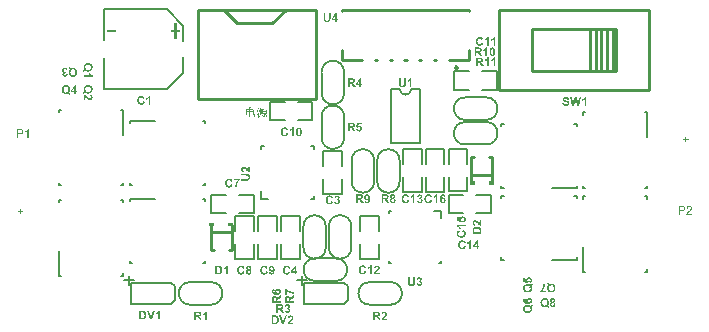
<source format=gto>
G04*
G04 #@! TF.GenerationSoftware,Altium Limited,Altium Designer,22.7.1 (60)*
G04*
G04 Layer_Color=65535*
%FSLAX25Y25*%
%MOIN*%
G70*
G04*
G04 #@! TF.SameCoordinates,D5FD8CF7-689A-4CA3-A305-E5C997A2AED7*
G04*
G04*
G04 #@! TF.FilePolarity,Positive*
G04*
G01*
G75*
%ADD10C,0.01000*%
%ADD11C,0.00787*%
%ADD12C,0.00700*%
%ADD13C,0.00591*%
%ADD14C,0.00600*%
G36*
X48387Y99787D02*
Y100566D01*
X51506D01*
Y99787D01*
X48387D01*
D01*
D02*
G37*
G36*
X71643Y100566D02*
X72813D01*
Y99787D01*
X71643D01*
Y97578D01*
X70864D01*
Y99787D01*
X69695D01*
Y100566D01*
X70864D01*
Y102775D01*
X71643D01*
Y100566D01*
D02*
G37*
G36*
X82500Y35087D02*
X84163D01*
Y36287D01*
X82500D01*
Y35087D01*
D01*
D02*
G37*
G36*
X90500D02*
X88837D01*
Y36287D01*
X90500D01*
Y35087D01*
D01*
D02*
G37*
G36*
X169300Y50113D02*
X170963D01*
Y48913D01*
X169300D01*
Y50113D01*
D01*
D02*
G37*
G36*
X177300D02*
X175637D01*
Y48913D01*
X177300D01*
Y50113D01*
D01*
D02*
G37*
G36*
X241517Y64220D02*
X242300D01*
Y63889D01*
X241517D01*
Y63100D01*
X241183D01*
Y63889D01*
X240400D01*
Y64220D01*
X241183D01*
Y65003D01*
X241517D01*
Y64220D01*
D02*
G37*
G36*
X19717Y40220D02*
X20500D01*
Y39889D01*
X19717D01*
Y39100D01*
X19383D01*
Y39889D01*
X18600D01*
Y40220D01*
X19383D01*
Y41003D01*
X19717D01*
Y40220D01*
D02*
G37*
G36*
X242563Y41941D02*
X242598Y41938D01*
X242638Y41932D01*
X242685Y41926D01*
X242732Y41916D01*
X242785Y41904D01*
X242838Y41888D01*
X242894Y41870D01*
X242947Y41848D01*
X243003Y41820D01*
X243056Y41789D01*
X243106Y41754D01*
X243153Y41714D01*
X243156Y41711D01*
X243162Y41704D01*
X243175Y41689D01*
X243191Y41673D01*
X243209Y41651D01*
X243231Y41623D01*
X243253Y41592D01*
X243275Y41555D01*
X243297Y41517D01*
X243319Y41473D01*
X243340Y41427D01*
X243359Y41377D01*
X243375Y41321D01*
X243387Y41264D01*
X243393Y41205D01*
X243396Y41143D01*
Y41140D01*
Y41137D01*
Y41127D01*
Y41115D01*
X243393Y41080D01*
X243387Y41037D01*
X243378Y40984D01*
X243365Y40927D01*
X243350Y40865D01*
X243325Y40803D01*
Y40799D01*
X243322Y40796D01*
X243319Y40787D01*
X243312Y40775D01*
X243293Y40740D01*
X243269Y40697D01*
X243234Y40644D01*
X243194Y40584D01*
X243147Y40522D01*
X243088Y40453D01*
X243085Y40450D01*
X243081Y40444D01*
X243069Y40435D01*
X243056Y40419D01*
X243038Y40400D01*
X243016Y40378D01*
X242991Y40350D01*
X242960Y40322D01*
X242922Y40288D01*
X242882Y40250D01*
X242838Y40207D01*
X242788Y40163D01*
X242735Y40113D01*
X242676Y40063D01*
X242610Y40007D01*
X242542Y39948D01*
X242538Y39945D01*
X242529Y39935D01*
X242510Y39923D01*
X242492Y39904D01*
X242464Y39882D01*
X242436Y39857D01*
X242370Y39801D01*
X242301Y39742D01*
X242236Y39679D01*
X242205Y39651D01*
X242177Y39626D01*
X242152Y39601D01*
X242133Y39583D01*
X242130Y39580D01*
X242117Y39567D01*
X242102Y39548D01*
X242080Y39523D01*
X242055Y39495D01*
X242030Y39464D01*
X241980Y39395D01*
X243400D01*
Y39055D01*
X241493D01*
Y39062D01*
Y39077D01*
Y39102D01*
X241496Y39133D01*
X241499Y39171D01*
X241509Y39211D01*
X241518Y39255D01*
X241534Y39299D01*
Y39302D01*
X241537Y39308D01*
X241540Y39318D01*
X241546Y39333D01*
X241556Y39349D01*
X241565Y39371D01*
X241590Y39421D01*
X241621Y39480D01*
X241662Y39545D01*
X241709Y39614D01*
X241765Y39683D01*
X241768Y39686D01*
X241771Y39692D01*
X241780Y39701D01*
X241796Y39717D01*
X241811Y39733D01*
X241833Y39754D01*
X241855Y39779D01*
X241883Y39807D01*
X241915Y39839D01*
X241949Y39870D01*
X241986Y39907D01*
X242030Y39945D01*
X242074Y39985D01*
X242124Y40026D01*
X242173Y40069D01*
X242230Y40116D01*
X242236Y40119D01*
X242251Y40135D01*
X242273Y40154D01*
X242304Y40182D01*
X242342Y40213D01*
X242386Y40250D01*
X242436Y40291D01*
X242485Y40338D01*
X242592Y40435D01*
X242694Y40537D01*
X242744Y40587D01*
X242791Y40637D01*
X242832Y40684D01*
X242866Y40728D01*
X242869Y40731D01*
X242872Y40737D01*
X242882Y40750D01*
X242891Y40765D01*
X242907Y40787D01*
X242919Y40809D01*
X242950Y40865D01*
X242982Y40931D01*
X243010Y41002D01*
X243028Y41077D01*
X243031Y41115D01*
X243035Y41152D01*
Y41155D01*
Y41161D01*
Y41174D01*
X243031Y41186D01*
Y41205D01*
X243025Y41227D01*
X243016Y41274D01*
X242997Y41330D01*
X242969Y41389D01*
X242953Y41420D01*
X242932Y41449D01*
X242910Y41477D01*
X242882Y41505D01*
X242879Y41508D01*
X242875Y41511D01*
X242866Y41517D01*
X242854Y41526D01*
X242838Y41539D01*
X242819Y41551D01*
X242776Y41579D01*
X242716Y41605D01*
X242651Y41629D01*
X242573Y41645D01*
X242529Y41651D01*
X242460D01*
X242442Y41648D01*
X242420D01*
X242395Y41642D01*
X242339Y41633D01*
X242273Y41614D01*
X242205Y41586D01*
X242170Y41567D01*
X242136Y41548D01*
X242105Y41523D01*
X242074Y41495D01*
X242071Y41492D01*
X242067Y41489D01*
X242061Y41480D01*
X242049Y41467D01*
X242039Y41452D01*
X242027Y41433D01*
X242011Y41411D01*
X241999Y41386D01*
X241983Y41358D01*
X241971Y41327D01*
X241946Y41252D01*
X241927Y41171D01*
X241924Y41124D01*
X241921Y41074D01*
X241559Y41111D01*
Y41118D01*
X241562Y41130D01*
X241565Y41149D01*
X241568Y41177D01*
X241574Y41211D01*
X241584Y41252D01*
X241593Y41296D01*
X241609Y41342D01*
X241624Y41389D01*
X241643Y41442D01*
X241668Y41492D01*
X241693Y41542D01*
X241724Y41595D01*
X241758Y41642D01*
X241796Y41689D01*
X241840Y41729D01*
X241843Y41732D01*
X241852Y41739D01*
X241865Y41748D01*
X241883Y41764D01*
X241908Y41779D01*
X241939Y41798D01*
X241974Y41817D01*
X242014Y41838D01*
X242058Y41857D01*
X242108Y41876D01*
X242161Y41895D01*
X242220Y41910D01*
X242283Y41926D01*
X242348Y41935D01*
X242420Y41941D01*
X242495Y41945D01*
X242535D01*
X242563Y41941D01*
D02*
G37*
G36*
X240248Y41932D02*
X240320Y41929D01*
X240392Y41923D01*
X240461Y41916D01*
X240495Y41913D01*
X240523Y41907D01*
X240526D01*
X240532Y41904D01*
X240545D01*
X240557Y41901D01*
X240576Y41895D01*
X240598Y41892D01*
X240648Y41876D01*
X240704Y41857D01*
X240763Y41832D01*
X240823Y41804D01*
X240879Y41770D01*
X240882D01*
X240885Y41767D01*
X240904Y41751D01*
X240929Y41729D01*
X240963Y41698D01*
X240997Y41661D01*
X241038Y41611D01*
X241075Y41558D01*
X241109Y41492D01*
Y41489D01*
X241113Y41483D01*
X241119Y41473D01*
X241125Y41461D01*
X241131Y41445D01*
X241138Y41423D01*
X241156Y41377D01*
X241172Y41317D01*
X241188Y41252D01*
X241197Y41177D01*
X241200Y41099D01*
Y41096D01*
Y41083D01*
Y41065D01*
X241197Y41037D01*
X241194Y41005D01*
X241188Y40971D01*
X241181Y40931D01*
X241172Y40884D01*
X241159Y40837D01*
X241144Y40787D01*
X241125Y40737D01*
X241100Y40684D01*
X241075Y40631D01*
X241044Y40578D01*
X241007Y40528D01*
X240966Y40478D01*
X240963Y40475D01*
X240953Y40469D01*
X240941Y40456D01*
X240919Y40438D01*
X240894Y40419D01*
X240860Y40397D01*
X240819Y40375D01*
X240773Y40353D01*
X240716Y40328D01*
X240657Y40307D01*
X240585Y40285D01*
X240511Y40266D01*
X240423Y40250D01*
X240330Y40238D01*
X240230Y40229D01*
X240117Y40225D01*
X239381D01*
Y39055D01*
X239000D01*
Y41935D01*
X240186D01*
X240248Y41932D01*
D02*
G37*
G36*
X22236Y64655D02*
X21883D01*
Y66905D01*
X21877Y66899D01*
X21862Y66883D01*
X21834Y66861D01*
X21793Y66830D01*
X21746Y66793D01*
X21687Y66752D01*
X21621Y66708D01*
X21546Y66662D01*
X21543D01*
X21537Y66655D01*
X21528Y66649D01*
X21512Y66643D01*
X21493Y66630D01*
X21472Y66621D01*
X21422Y66593D01*
X21365Y66565D01*
X21303Y66534D01*
X21238Y66506D01*
X21175Y66481D01*
Y66821D01*
X21178Y66824D01*
X21188Y66827D01*
X21203Y66836D01*
X21225Y66846D01*
X21250Y66858D01*
X21281Y66877D01*
X21316Y66896D01*
X21350Y66914D01*
X21431Y66964D01*
X21518Y67023D01*
X21609Y67086D01*
X21693Y67158D01*
X21696Y67161D01*
X21702Y67167D01*
X21715Y67176D01*
X21731Y67192D01*
X21746Y67211D01*
X21768Y67229D01*
X21815Y67282D01*
X21868Y67339D01*
X21921Y67404D01*
X21968Y67473D01*
X22008Y67545D01*
X22236D01*
Y64655D01*
D02*
G37*
G36*
X19612Y67532D02*
X19684Y67529D01*
X19756Y67523D01*
X19824Y67516D01*
X19859Y67513D01*
X19887Y67507D01*
X19890D01*
X19896Y67504D01*
X19908D01*
X19921Y67501D01*
X19940Y67495D01*
X19962Y67492D01*
X20011Y67476D01*
X20068Y67457D01*
X20127Y67432D01*
X20186Y67404D01*
X20242Y67370D01*
X20245D01*
X20248Y67367D01*
X20267Y67351D01*
X20292Y67329D01*
X20326Y67298D01*
X20361Y67261D01*
X20401Y67211D01*
X20439Y67158D01*
X20473Y67092D01*
Y67089D01*
X20476Y67083D01*
X20482Y67073D01*
X20489Y67061D01*
X20495Y67045D01*
X20501Y67023D01*
X20520Y66977D01*
X20536Y66917D01*
X20551Y66852D01*
X20561Y66777D01*
X20564Y66699D01*
Y66696D01*
Y66683D01*
Y66665D01*
X20561Y66637D01*
X20557Y66605D01*
X20551Y66571D01*
X20545Y66531D01*
X20536Y66484D01*
X20523Y66437D01*
X20507Y66387D01*
X20489Y66337D01*
X20464Y66284D01*
X20439Y66231D01*
X20408Y66178D01*
X20370Y66128D01*
X20330Y66078D01*
X20326Y66075D01*
X20317Y66069D01*
X20305Y66056D01*
X20283Y66038D01*
X20258Y66019D01*
X20224Y65997D01*
X20183Y65975D01*
X20136Y65953D01*
X20080Y65928D01*
X20021Y65907D01*
X19949Y65885D01*
X19874Y65866D01*
X19787Y65850D01*
X19693Y65838D01*
X19593Y65829D01*
X19481Y65825D01*
X18745D01*
Y64655D01*
X18364D01*
Y67535D01*
X19550D01*
X19612Y67532D01*
D02*
G37*
G36*
X122914Y104645D02*
Y104639D01*
Y104624D01*
Y104595D01*
Y104561D01*
Y104517D01*
X122911Y104471D01*
Y104418D01*
X122908Y104358D01*
X122902Y104240D01*
X122892Y104118D01*
X122886Y104059D01*
X122880Y104006D01*
X122874Y103956D01*
X122864Y103912D01*
Y103909D01*
X122861Y103903D01*
X122858Y103890D01*
X122855Y103878D01*
X122849Y103859D01*
X122842Y103837D01*
X122824Y103787D01*
X122802Y103728D01*
X122771Y103669D01*
X122733Y103610D01*
X122690Y103550D01*
Y103547D01*
X122683Y103544D01*
X122668Y103525D01*
X122640Y103500D01*
X122602Y103466D01*
X122552Y103429D01*
X122496Y103391D01*
X122427Y103351D01*
X122353Y103316D01*
X122350D01*
X122343Y103313D01*
X122331Y103307D01*
X122315Y103304D01*
X122293Y103298D01*
X122268Y103288D01*
X122237Y103282D01*
X122203Y103273D01*
X122165Y103263D01*
X122125Y103257D01*
X122078Y103251D01*
X122031Y103241D01*
X121978Y103238D01*
X121922Y103232D01*
X121863Y103229D01*
X121760D01*
X121732Y103232D01*
X121697D01*
X121660Y103235D01*
X121616Y103238D01*
X121570Y103241D01*
X121467Y103251D01*
X121364Y103270D01*
X121264Y103291D01*
X121217Y103307D01*
X121176Y103323D01*
X121173D01*
X121167Y103326D01*
X121154Y103332D01*
X121142Y103341D01*
X121123Y103351D01*
X121101Y103360D01*
X121055Y103391D01*
X121002Y103426D01*
X120946Y103466D01*
X120889Y103516D01*
X120839Y103569D01*
Y103572D01*
X120833Y103575D01*
X120827Y103585D01*
X120821Y103597D01*
X120799Y103625D01*
X120774Y103666D01*
X120746Y103716D01*
X120718Y103769D01*
X120696Y103828D01*
X120677Y103890D01*
Y103893D01*
X120674Y103903D01*
X120671Y103915D01*
X120668Y103937D01*
X120665Y103962D01*
X120658Y103993D01*
X120655Y104031D01*
X120649Y104074D01*
X120643Y104121D01*
X120640Y104177D01*
X120633Y104237D01*
X120630Y104302D01*
X120627Y104374D01*
X120624Y104449D01*
X120621Y104533D01*
Y104620D01*
Y106162D01*
X121201D01*
Y104599D01*
Y104595D01*
Y104583D01*
Y104564D01*
Y104539D01*
Y104508D01*
Y104474D01*
X121204Y104436D01*
Y104399D01*
Y104315D01*
X121211Y104237D01*
Y104199D01*
X121214Y104168D01*
X121217Y104140D01*
X121220Y104115D01*
Y104112D01*
X121223Y104109D01*
Y104099D01*
X121229Y104087D01*
X121239Y104053D01*
X121257Y104012D01*
X121279Y103968D01*
X121310Y103922D01*
X121351Y103875D01*
X121398Y103831D01*
X121401D01*
X121404Y103828D01*
X121414Y103822D01*
X121423Y103815D01*
X121454Y103797D01*
X121498Y103778D01*
X121554Y103759D01*
X121619Y103741D01*
X121694Y103728D01*
X121782Y103725D01*
X121807D01*
X121822Y103728D01*
X121844D01*
X121866Y103731D01*
X121922Y103737D01*
X121981Y103750D01*
X122044Y103769D01*
X122103Y103790D01*
X122156Y103825D01*
X122162Y103828D01*
X122175Y103844D01*
X122197Y103865D01*
X122222Y103893D01*
X122247Y103928D01*
X122272Y103972D01*
X122293Y104018D01*
X122306Y104071D01*
Y104074D01*
Y104078D01*
X122309Y104087D01*
Y104099D01*
X122312Y104118D01*
X122315Y104137D01*
X122318Y104162D01*
X122321Y104190D01*
Y104221D01*
X122325Y104259D01*
X122328Y104299D01*
X122331Y104343D01*
Y104393D01*
X122334Y104446D01*
Y104502D01*
Y104564D01*
Y106162D01*
X122914D01*
Y104645D01*
D02*
G37*
G36*
X125020Y104346D02*
X125379D01*
Y103862D01*
X125020D01*
Y103282D01*
X124487D01*
Y103862D01*
X123310D01*
Y104343D01*
X124555Y106171D01*
X125020D01*
Y104346D01*
D02*
G37*
G36*
X201448Y78223D02*
X201495Y78220D01*
X201545Y78214D01*
X201604Y78208D01*
X201666Y78195D01*
X201729Y78183D01*
X201797Y78167D01*
X201866Y78149D01*
X201932Y78127D01*
X201997Y78099D01*
X202063Y78064D01*
X202122Y78030D01*
X202175Y77986D01*
X202178Y77983D01*
X202187Y77977D01*
X202200Y77961D01*
X202219Y77943D01*
X202240Y77921D01*
X202262Y77890D01*
X202287Y77855D01*
X202315Y77818D01*
X202340Y77774D01*
X202365Y77727D01*
X202390Y77674D01*
X202412Y77618D01*
X202434Y77559D01*
X202449Y77493D01*
X202459Y77425D01*
X202465Y77353D01*
X201885Y77331D01*
Y77334D01*
X201882Y77341D01*
Y77353D01*
X201879Y77365D01*
X201872Y77384D01*
X201866Y77406D01*
X201851Y77453D01*
X201829Y77503D01*
X201801Y77556D01*
X201766Y77606D01*
X201723Y77646D01*
X201716Y77649D01*
X201701Y77662D01*
X201673Y77677D01*
X201632Y77696D01*
X201579Y77715D01*
X201517Y77731D01*
X201442Y77743D01*
X201354Y77746D01*
X201314D01*
X201292Y77743D01*
X201267Y77740D01*
X201208Y77734D01*
X201145Y77721D01*
X201077Y77702D01*
X201014Y77674D01*
X200955Y77640D01*
X200952Y77637D01*
X200943Y77627D01*
X200927Y77612D01*
X200911Y77593D01*
X200893Y77568D01*
X200880Y77537D01*
X200868Y77503D01*
X200865Y77462D01*
Y77459D01*
Y77447D01*
X200868Y77425D01*
X200874Y77403D01*
X200886Y77375D01*
X200899Y77344D01*
X200921Y77315D01*
X200949Y77287D01*
X200955Y77284D01*
X200961Y77278D01*
X200974Y77272D01*
X200986Y77263D01*
X201005Y77253D01*
X201030Y77241D01*
X201058Y77228D01*
X201089Y77216D01*
X201127Y77200D01*
X201170Y77184D01*
X201220Y77169D01*
X201276Y77150D01*
X201339Y77131D01*
X201407Y77113D01*
X201482Y77094D01*
X201489D01*
X201501Y77091D01*
X201523Y77085D01*
X201551Y77078D01*
X201588Y77069D01*
X201626Y77057D01*
X201673Y77044D01*
X201719Y77032D01*
X201822Y77000D01*
X201925Y76966D01*
X201975Y76947D01*
X202025Y76929D01*
X202069Y76907D01*
X202109Y76888D01*
X202113D01*
X202119Y76882D01*
X202128Y76876D01*
X202144Y76869D01*
X202181Y76844D01*
X202228Y76813D01*
X202278Y76770D01*
X202331Y76720D01*
X202384Y76660D01*
X202431Y76595D01*
Y76592D01*
X202437Y76585D01*
X202440Y76576D01*
X202449Y76560D01*
X202459Y76542D01*
X202468Y76520D01*
X202478Y76495D01*
X202490Y76467D01*
X202499Y76436D01*
X202509Y76401D01*
X202527Y76323D01*
X202540Y76233D01*
X202546Y76136D01*
Y76133D01*
Y76127D01*
Y76111D01*
X202543Y76096D01*
Y76074D01*
X202540Y76046D01*
X202534Y76018D01*
X202527Y75986D01*
X202512Y75915D01*
X202487Y75837D01*
X202453Y75756D01*
X202431Y75712D01*
X202406Y75671D01*
Y75668D01*
X202400Y75662D01*
X202390Y75649D01*
X202381Y75637D01*
X202365Y75618D01*
X202350Y75596D01*
X202306Y75550D01*
X202250Y75500D01*
X202184Y75444D01*
X202106Y75394D01*
X202016Y75350D01*
X202013D01*
X202003Y75347D01*
X201991Y75341D01*
X201972Y75334D01*
X201947Y75325D01*
X201916Y75319D01*
X201882Y75309D01*
X201844Y75300D01*
X201801Y75287D01*
X201754Y75278D01*
X201701Y75272D01*
X201645Y75263D01*
X201588Y75256D01*
X201523Y75250D01*
X201457Y75247D01*
X201364D01*
X201336Y75250D01*
X201298D01*
X201255Y75253D01*
X201202Y75259D01*
X201142Y75269D01*
X201080Y75278D01*
X201011Y75291D01*
X200943Y75309D01*
X200874Y75328D01*
X200805Y75353D01*
X200737Y75381D01*
X200671Y75415D01*
X200609Y75453D01*
X200549Y75497D01*
X200546Y75500D01*
X200537Y75509D01*
X200521Y75525D01*
X200503Y75543D01*
X200481Y75571D01*
X200453Y75603D01*
X200425Y75640D01*
X200397Y75684D01*
X200365Y75734D01*
X200334Y75787D01*
X200306Y75849D01*
X200278Y75915D01*
X200253Y75986D01*
X200231Y76061D01*
X200213Y76145D01*
X200200Y76233D01*
X200765Y76289D01*
Y76286D01*
X200768Y76277D01*
X200771Y76261D01*
X200774Y76242D01*
X200780Y76217D01*
X200790Y76192D01*
X200808Y76130D01*
X200836Y76061D01*
X200874Y75990D01*
X200918Y75924D01*
X200943Y75896D01*
X200971Y75868D01*
X200974D01*
X200977Y75862D01*
X200986Y75855D01*
X200999Y75846D01*
X201014Y75837D01*
X201036Y75827D01*
X201058Y75815D01*
X201083Y75802D01*
X201145Y75777D01*
X201217Y75759D01*
X201301Y75743D01*
X201395Y75737D01*
X201423D01*
X201442Y75740D01*
X201467D01*
X201492Y75743D01*
X201554Y75752D01*
X201623Y75765D01*
X201694Y75787D01*
X201763Y75815D01*
X201794Y75833D01*
X201822Y75855D01*
X201825D01*
X201829Y75862D01*
X201844Y75877D01*
X201869Y75902D01*
X201894Y75933D01*
X201919Y75974D01*
X201944Y76024D01*
X201960Y76077D01*
X201966Y76105D01*
Y76133D01*
Y76136D01*
Y76152D01*
X201963Y76170D01*
X201960Y76192D01*
X201950Y76220D01*
X201941Y76252D01*
X201925Y76280D01*
X201904Y76308D01*
X201900Y76311D01*
X201891Y76320D01*
X201875Y76333D01*
X201857Y76351D01*
X201825Y76370D01*
X201791Y76392D01*
X201747Y76411D01*
X201694Y76433D01*
X201688Y76436D01*
X201682D01*
X201673Y76439D01*
X201660Y76442D01*
X201641Y76448D01*
X201623Y76454D01*
X201598Y76461D01*
X201570Y76470D01*
X201535Y76479D01*
X201498Y76489D01*
X201454Y76501D01*
X201407Y76514D01*
X201354Y76526D01*
X201295Y76542D01*
X201230Y76557D01*
X201223D01*
X201208Y76564D01*
X201186Y76570D01*
X201155Y76579D01*
X201114Y76589D01*
X201070Y76604D01*
X201024Y76620D01*
X200974Y76635D01*
X200865Y76679D01*
X200755Y76726D01*
X200705Y76754D01*
X200656Y76782D01*
X200612Y76810D01*
X200574Y76841D01*
X200571Y76844D01*
X200562Y76854D01*
X200549Y76866D01*
X200534Y76885D01*
X200512Y76907D01*
X200490Y76935D01*
X200465Y76966D01*
X200443Y77004D01*
X200418Y77044D01*
X200393Y77088D01*
X200372Y77138D01*
X200350Y77188D01*
X200334Y77241D01*
X200322Y77300D01*
X200312Y77359D01*
X200309Y77422D01*
Y77425D01*
Y77431D01*
Y77443D01*
X200312Y77459D01*
Y77478D01*
X200315Y77503D01*
X200325Y77556D01*
X200340Y77618D01*
X200362Y77690D01*
X200393Y77762D01*
X200434Y77833D01*
Y77837D01*
X200440Y77843D01*
X200447Y77852D01*
X200456Y77865D01*
X200487Y77899D01*
X200524Y77943D01*
X200577Y77989D01*
X200637Y78036D01*
X200712Y78083D01*
X200793Y78124D01*
X200796D01*
X200802Y78127D01*
X200818Y78133D01*
X200833Y78139D01*
X200858Y78149D01*
X200883Y78155D01*
X200915Y78164D01*
X200952Y78177D01*
X200992Y78186D01*
X201033Y78195D01*
X201080Y78202D01*
X201130Y78211D01*
X201186Y78217D01*
X201239Y78223D01*
X201361Y78227D01*
X201414D01*
X201448Y78223D01*
D02*
G37*
G36*
X205838Y75300D02*
X205211D01*
X204643Y77453D01*
X204069Y75300D01*
X203435D01*
X202755Y78180D01*
X203351D01*
X203782Y76199D01*
X204309Y78180D01*
X205005D01*
X205504Y76167D01*
X205941Y78180D01*
X206527D01*
X205838Y75300D01*
D02*
G37*
G36*
X208122D02*
X207569D01*
Y77375D01*
X207566Y77372D01*
X207557Y77362D01*
X207538Y77347D01*
X207516Y77328D01*
X207488Y77306D01*
X207451Y77278D01*
X207413Y77247D01*
X207367Y77216D01*
X207317Y77181D01*
X207264Y77147D01*
X207204Y77113D01*
X207142Y77078D01*
X207077Y77044D01*
X207005Y77013D01*
X206933Y76985D01*
X206858Y76957D01*
Y77459D01*
X206861D01*
X206867Y77462D01*
X206880Y77465D01*
X206895Y77472D01*
X206917Y77481D01*
X206939Y77490D01*
X206967Y77503D01*
X206998Y77518D01*
X207067Y77553D01*
X207145Y77599D01*
X207232Y77656D01*
X207326Y77724D01*
X207329Y77727D01*
X207339Y77734D01*
X207351Y77743D01*
X207367Y77759D01*
X207388Y77777D01*
X207410Y77802D01*
X207435Y77827D01*
X207463Y77858D01*
X207523Y77927D01*
X207579Y78005D01*
X207632Y78092D01*
X207654Y78139D01*
X207672Y78189D01*
X208122D01*
Y75300D01*
D02*
G37*
G36*
X101969Y74504D02*
X100877D01*
X101124Y74395D01*
X101117Y74392D01*
X101102Y74383D01*
X101077Y74370D01*
X101046Y74352D01*
X100977Y74308D01*
X100946Y74283D01*
X100918Y74258D01*
X100915Y74255D01*
X100905Y74245D01*
X100890Y74230D01*
X100868Y74208D01*
X100837Y74177D01*
X100799Y74139D01*
X100755Y74096D01*
X100706Y74043D01*
X101336D01*
X101457Y74202D01*
X101738Y73958D01*
X101617Y73834D01*
Y73830D01*
Y73824D01*
Y73812D01*
Y73793D01*
Y73771D01*
Y73746D01*
Y73718D01*
Y73684D01*
Y73612D01*
Y73528D01*
Y73440D01*
X101620Y73347D01*
Y73250D01*
Y73156D01*
X101623Y73066D01*
Y72979D01*
X101626Y72904D01*
Y72869D01*
Y72835D01*
X101629Y72807D01*
Y72785D01*
X101632Y72763D01*
Y72748D01*
X101333Y72623D01*
Y72779D01*
X101014D01*
Y71790D01*
Y71787D01*
Y71774D01*
Y71759D01*
X101011Y71737D01*
X101005Y71712D01*
X100999Y71681D01*
X100986Y71650D01*
X100971Y71615D01*
X100949Y71578D01*
X100924Y71544D01*
X100893Y71506D01*
X100852Y71472D01*
X100805Y71441D01*
X100752Y71409D01*
X100687Y71384D01*
X100615Y71363D01*
Y71366D01*
Y71372D01*
X100612Y71384D01*
X100606Y71400D01*
X100599Y71416D01*
X100590Y71437D01*
X100578Y71459D01*
X100562Y71484D01*
X100540Y71509D01*
X100515Y71534D01*
X100484Y71559D01*
X100450Y71584D01*
X100406Y71609D01*
X100359Y71631D01*
X100303Y71650D01*
X100241Y71665D01*
Y71796D01*
X100250D01*
X100262Y71793D01*
X100300D01*
X100325Y71790D01*
X100378Y71787D01*
X100434Y71781D01*
X100493Y71777D01*
X100549Y71774D01*
X100599Y71771D01*
X100618D01*
X100637Y71774D01*
X100659Y71777D01*
X100680Y71787D01*
X100699Y71802D01*
X100712Y71821D01*
X100718Y71849D01*
Y72779D01*
X100400D01*
Y72714D01*
X100100Y72607D01*
Y72614D01*
Y72626D01*
Y72651D01*
X100103Y72682D01*
Y72720D01*
X100106Y72767D01*
Y72816D01*
X100110Y72873D01*
Y72932D01*
Y72997D01*
X100113Y73132D01*
X100116Y73269D01*
Y73403D01*
Y73406D01*
Y73419D01*
Y73437D01*
Y73465D01*
Y73497D01*
Y73537D01*
Y73581D01*
X100113Y73631D01*
Y73687D01*
Y73746D01*
X100110Y73809D01*
Y73874D01*
X100106Y73946D01*
Y74018D01*
X100100Y74171D01*
X100368Y74043D01*
X100546D01*
X100549Y74046D01*
X100553Y74058D01*
X100559Y74074D01*
X100568Y74096D01*
X100581Y74121D01*
X100593Y74152D01*
X100621Y74224D01*
X100649Y74298D01*
X100677Y74373D01*
X100702Y74445D01*
X100712Y74476D01*
X100718Y74504D01*
X99860D01*
Y74498D01*
Y74479D01*
Y74448D01*
Y74408D01*
Y74358D01*
Y74298D01*
Y74230D01*
Y74152D01*
X99857Y74068D01*
Y73977D01*
Y73880D01*
Y73781D01*
X99854Y73674D01*
Y73565D01*
X99851Y73341D01*
Y73338D01*
Y73334D01*
Y73325D01*
Y73312D01*
X99848Y73281D01*
Y73238D01*
X99841Y73185D01*
X99838Y73122D01*
X99829Y73054D01*
X99819Y72979D01*
X99807Y72894D01*
X99791Y72810D01*
X99773Y72720D01*
X99751Y72629D01*
X99726Y72536D01*
X99698Y72442D01*
X99663Y72352D01*
X99623Y72261D01*
X99620Y72255D01*
X99613Y72239D01*
X99601Y72214D01*
X99582Y72180D01*
X99557Y72139D01*
X99529Y72089D01*
X99495Y72033D01*
X99454Y71974D01*
X99411Y71905D01*
X99358Y71837D01*
X99301Y71762D01*
X99239Y71684D01*
X99170Y71606D01*
X99099Y71525D01*
X99018Y71444D01*
X98933Y71363D01*
X98868Y71453D01*
X98871Y71459D01*
X98883Y71475D01*
X98905Y71500D01*
X98930Y71537D01*
X98965Y71581D01*
X98999Y71634D01*
X99039Y71693D01*
X99083Y71759D01*
X99127Y71830D01*
X99170Y71905D01*
X99217Y71990D01*
X99261Y72074D01*
X99305Y72161D01*
X99342Y72252D01*
X99379Y72342D01*
X99411Y72436D01*
X99414Y72442D01*
X99417Y72458D01*
X99426Y72486D01*
X99436Y72526D01*
X99445Y72573D01*
X99461Y72632D01*
X99473Y72698D01*
X99489Y72776D01*
X99501Y72860D01*
X99517Y72954D01*
X99529Y73054D01*
X99539Y73160D01*
X99551Y73275D01*
X99557Y73397D01*
X99560Y73525D01*
X99564Y73659D01*
Y73662D01*
Y73668D01*
Y73678D01*
Y73690D01*
Y73709D01*
Y73731D01*
Y73752D01*
Y73781D01*
Y73843D01*
Y73915D01*
Y73993D01*
X99560Y74080D01*
Y74171D01*
Y74267D01*
X99557Y74461D01*
X99554Y74560D01*
Y74654D01*
X99551Y74745D01*
X99548Y74832D01*
X99832Y74673D01*
X101401D01*
X101638Y74894D01*
X101969Y74504D01*
D02*
G37*
G36*
X96278Y74801D02*
X96153Y74667D01*
Y74183D01*
X97036D01*
X97208Y74342D01*
X97464Y74080D01*
X97326Y73955D01*
Y73952D01*
Y73943D01*
Y73924D01*
Y73902D01*
Y73874D01*
Y73840D01*
Y73802D01*
Y73759D01*
Y73712D01*
Y73662D01*
Y73609D01*
Y73553D01*
Y73431D01*
X97330Y73303D01*
Y73172D01*
Y73041D01*
X97333Y72910D01*
Y72788D01*
X97336Y72673D01*
Y72620D01*
Y72570D01*
X97339Y72523D01*
Y72483D01*
X97342Y72445D01*
Y72411D01*
X97030Y72286D01*
Y72473D01*
X96153D01*
Y71818D01*
Y71812D01*
X96157Y71799D01*
X96163Y71777D01*
X96172Y71756D01*
X96191Y71731D01*
X96216Y71709D01*
X96253Y71696D01*
X96275Y71690D01*
X97364D01*
X97376Y71693D01*
X97395Y71700D01*
X97414Y71712D01*
X97436Y71728D01*
X97454Y71753D01*
X97467Y71787D01*
X97476Y71830D01*
Y71834D01*
Y71837D01*
X97479Y71846D01*
Y71859D01*
Y71874D01*
X97483Y71896D01*
Y71924D01*
X97486Y71955D01*
X97489Y71993D01*
X97492Y72036D01*
Y72086D01*
X97495Y72142D01*
X97498Y72208D01*
X97501Y72277D01*
X97504Y72355D01*
X97508Y72442D01*
X97663D01*
Y72439D01*
Y72423D01*
Y72401D01*
Y72377D01*
X97667Y72342D01*
Y72305D01*
Y72261D01*
X97670Y72217D01*
X97676Y72127D01*
X97685Y72040D01*
X97692Y72002D01*
X97698Y71965D01*
X97704Y71934D01*
X97713Y71908D01*
X97716Y71902D01*
X97723Y71890D01*
X97735Y71868D01*
X97754Y71840D01*
X97776Y71809D01*
X97804Y71774D01*
X97838Y71740D01*
X97879Y71706D01*
Y71703D01*
X97876Y71700D01*
X97866Y71681D01*
X97851Y71653D01*
X97829Y71618D01*
X97804Y71584D01*
X97776Y71547D01*
X97742Y71512D01*
X97704Y71487D01*
X97701Y71484D01*
X97685Y71478D01*
X97663Y71469D01*
X97632Y71456D01*
X97592Y71444D01*
X97545Y71434D01*
X97489Y71428D01*
X97423Y71425D01*
X96206D01*
X96188Y71428D01*
X96166Y71431D01*
X96138Y71434D01*
X96107Y71444D01*
X96072Y71453D01*
X96041Y71469D01*
X96007Y71487D01*
X95972Y71509D01*
X95941Y71537D01*
X95913Y71572D01*
X95891Y71612D01*
X95873Y71656D01*
X95860Y71709D01*
X95857Y71771D01*
Y72473D01*
X95015D01*
Y72270D01*
X94703Y72149D01*
Y72152D01*
Y72155D01*
Y72174D01*
Y72205D01*
X94706Y72246D01*
Y72295D01*
X94709Y72358D01*
Y72423D01*
X94712Y72501D01*
Y72582D01*
Y72670D01*
X94715Y72763D01*
Y72857D01*
X94718Y73060D01*
Y73266D01*
Y73269D01*
Y73272D01*
Y73291D01*
Y73322D01*
Y73359D01*
Y73409D01*
Y73469D01*
Y73534D01*
X94715Y73606D01*
Y73684D01*
Y73768D01*
X94712Y73855D01*
Y73949D01*
X94709Y74136D01*
X94703Y74326D01*
X94999Y74183D01*
X95857D01*
Y74189D01*
Y74202D01*
Y74224D01*
Y74255D01*
Y74289D01*
Y74333D01*
Y74383D01*
X95854Y74439D01*
Y74498D01*
Y74564D01*
X95851Y74632D01*
Y74701D01*
X95848Y74851D01*
X95841Y75004D01*
X96278Y74801D01*
D02*
G37*
G36*
X98652Y74876D02*
X98668Y74869D01*
X98693Y74860D01*
X98724Y74844D01*
X98762Y74829D01*
X98805Y74807D01*
X98852Y74785D01*
X98902Y74760D01*
X98999Y74707D01*
X99042Y74676D01*
X99086Y74648D01*
X99124Y74617D01*
X99155Y74589D01*
X99177Y74557D01*
X99192Y74529D01*
Y74526D01*
X99195Y74523D01*
X99199Y74504D01*
X99205Y74476D01*
X99208Y74442D01*
Y74401D01*
X99202Y74355D01*
X99189Y74311D01*
X99164Y74264D01*
X99161Y74258D01*
X99152Y74245D01*
X99136Y74227D01*
X99117Y74208D01*
X99099Y74186D01*
X99077Y74167D01*
X99055Y74155D01*
X99033Y74149D01*
X99030D01*
X99018Y74152D01*
X99002Y74158D01*
X98980Y74167D01*
X98958Y74186D01*
X98936Y74214D01*
X98927Y74233D01*
X98918Y74255D01*
X98908Y74277D01*
X98899Y74305D01*
Y74308D01*
X98896Y74314D01*
X98890Y74323D01*
X98883Y74339D01*
X98874Y74358D01*
X98865Y74380D01*
X98849Y74405D01*
X98834Y74436D01*
X98815Y74470D01*
X98793Y74504D01*
X98768Y74545D01*
X98740Y74589D01*
X98709Y74632D01*
X98674Y74682D01*
X98634Y74735D01*
X98593Y74788D01*
X98646Y74879D01*
X98652Y74876D01*
D02*
G37*
G36*
X98316Y73980D02*
X98334Y73971D01*
X98365Y73958D01*
X98403Y73940D01*
X98447Y73918D01*
X98497Y73890D01*
X98553Y73862D01*
X98609Y73830D01*
X98662Y73796D01*
X98718Y73759D01*
X98768Y73724D01*
X98812Y73687D01*
X98849Y73650D01*
X98880Y73612D01*
X98899Y73578D01*
X98902Y73559D01*
X98905Y73543D01*
Y73540D01*
Y73537D01*
Y73528D01*
Y73515D01*
X98902Y73484D01*
X98896Y73447D01*
X98887Y73406D01*
X98874Y73366D01*
X98855Y73325D01*
X98830Y73291D01*
X98827Y73288D01*
X98818Y73278D01*
X98805Y73266D01*
X98790Y73250D01*
X98768Y73234D01*
X98749Y73222D01*
X98727Y73213D01*
X98709Y73210D01*
X98706D01*
X98696Y73213D01*
X98681Y73219D01*
X98665Y73231D01*
X98643Y73253D01*
X98634Y73269D01*
X98621Y73288D01*
X98612Y73309D01*
X98599Y73334D01*
X98587Y73362D01*
X98578Y73394D01*
Y73397D01*
X98575Y73403D01*
X98568Y73412D01*
X98562Y73428D01*
X98553Y73447D01*
X98540Y73469D01*
X98528Y73497D01*
X98509Y73528D01*
X98490Y73559D01*
X98468Y73596D01*
X98440Y73640D01*
X98409Y73684D01*
X98378Y73731D01*
X98340Y73781D01*
X98300Y73837D01*
X98253Y73893D01*
X98309Y73983D01*
X98312D01*
X98316Y73980D01*
D02*
G37*
G36*
X99520Y74386D02*
Y74380D01*
X99514Y74367D01*
X99507Y74342D01*
X99498Y74311D01*
X99489Y74274D01*
X99476Y74227D01*
X99461Y74174D01*
X99445Y74114D01*
X99426Y74052D01*
X99408Y73983D01*
X99389Y73908D01*
X99367Y73834D01*
X99323Y73671D01*
X99277Y73503D01*
X99230Y73331D01*
X99183Y73163D01*
X99139Y73004D01*
X99120Y72926D01*
X99099Y72854D01*
X99083Y72785D01*
X99064Y72720D01*
X99049Y72664D01*
X99036Y72610D01*
X99024Y72564D01*
X99014Y72523D01*
X99008Y72492D01*
X99002Y72470D01*
Y72467D01*
Y72461D01*
X98999Y72451D01*
X98996Y72436D01*
X98993Y72417D01*
X98989Y72395D01*
X98986Y72367D01*
X98983Y72339D01*
X98977Y72305D01*
X98974Y72270D01*
X98968Y72189D01*
X98961Y72099D01*
X98955Y72002D01*
Y71999D01*
Y71990D01*
Y71977D01*
Y71958D01*
Y71937D01*
Y71912D01*
Y71852D01*
Y71790D01*
Y71728D01*
X98958Y71668D01*
X98961Y71643D01*
X98965Y71622D01*
Y71618D01*
Y71606D01*
X98958Y71590D01*
X98952Y71572D01*
X98940Y71550D01*
X98924Y71534D01*
X98899Y71522D01*
X98865Y71518D01*
X98855D01*
X98840Y71522D01*
X98821Y71525D01*
X98799Y71531D01*
X98768Y71537D01*
X98734Y71550D01*
X98693Y71565D01*
X98687Y71568D01*
X98674Y71575D01*
X98656Y71587D01*
X98637Y71606D01*
X98615Y71631D01*
X98596Y71665D01*
X98584Y71706D01*
X98578Y71756D01*
Y71762D01*
Y71774D01*
X98581Y71799D01*
Y71827D01*
X98587Y71862D01*
X98593Y71902D01*
X98599Y71946D01*
X98612Y71993D01*
Y71996D01*
X98615Y71999D01*
X98618Y72015D01*
X98624Y72043D01*
X98634Y72074D01*
X98640Y72108D01*
X98646Y72146D01*
X98649Y72183D01*
X98652Y72217D01*
Y72220D01*
Y72230D01*
X98649Y72242D01*
X98646Y72261D01*
X98637Y72280D01*
X98628Y72302D01*
X98612Y72324D01*
X98593Y72342D01*
X98590Y72345D01*
X98581Y72352D01*
X98562Y72364D01*
X98534Y72377D01*
X98515Y72386D01*
X98493Y72395D01*
X98465Y72405D01*
X98437Y72417D01*
X98406Y72426D01*
X98369Y72439D01*
X98328Y72451D01*
X98284Y72464D01*
Y72598D01*
X98297D01*
X98316Y72595D01*
X98334Y72592D01*
X98359D01*
X98387Y72589D01*
X98450Y72582D01*
X98515Y72576D01*
X98578Y72573D01*
X98603Y72570D01*
X98662D01*
X98668Y72573D01*
X98681Y72579D01*
X98696Y72589D01*
X98715Y72604D01*
X98740Y72626D01*
X98765Y72654D01*
X98793Y72695D01*
Y72698D01*
X98796Y72704D01*
X98802Y72717D01*
X98815Y72738D01*
X98821Y72754D01*
X98827Y72773D01*
X98837Y72791D01*
X98846Y72816D01*
X98855Y72844D01*
X98868Y72879D01*
X98883Y72913D01*
X98896Y72957D01*
X98915Y73001D01*
X98933Y73050D01*
X98952Y73107D01*
X98974Y73169D01*
X98996Y73234D01*
X99021Y73306D01*
X99049Y73387D01*
X99080Y73472D01*
X99111Y73562D01*
X99142Y73662D01*
X99180Y73768D01*
X99217Y73880D01*
X99258Y74002D01*
X99298Y74130D01*
X99345Y74267D01*
X99392Y74414D01*
X99520Y74386D01*
D02*
G37*
G36*
X101136Y72532D02*
X101155Y72520D01*
X101180Y72504D01*
X101217Y72483D01*
X101261Y72455D01*
X101308Y72423D01*
X101361Y72389D01*
X101417Y72352D01*
X101526Y72277D01*
X101582Y72239D01*
X101632Y72202D01*
X101676Y72167D01*
X101716Y72136D01*
X101748Y72108D01*
X101769Y72083D01*
X101772Y72077D01*
X101785Y72065D01*
X101801Y72043D01*
X101816Y72012D01*
X101835Y71980D01*
X101847Y71943D01*
X101860Y71905D01*
X101863Y71865D01*
Y71862D01*
Y71849D01*
X101860Y71830D01*
X101857Y71809D01*
X101850Y71777D01*
X101838Y71743D01*
X101826Y71706D01*
X101807Y71665D01*
X101804Y71659D01*
X101797Y71646D01*
X101788Y71628D01*
X101772Y71609D01*
X101757Y71587D01*
X101738Y71568D01*
X101719Y71556D01*
X101698Y71550D01*
X101695D01*
X101685Y71553D01*
X101670Y71562D01*
X101651Y71575D01*
X101626Y71600D01*
X101610Y71615D01*
X101598Y71637D01*
X101582Y71659D01*
X101567Y71687D01*
X101551Y71718D01*
X101535Y71756D01*
Y71759D01*
X101529Y71768D01*
X101523Y71784D01*
X101514Y71802D01*
X101501Y71827D01*
X101486Y71859D01*
X101464Y71896D01*
X101439Y71937D01*
X101411Y71983D01*
X101376Y72036D01*
X101339Y72093D01*
X101298Y72155D01*
X101248Y72220D01*
X101195Y72292D01*
X101139Y72367D01*
X101074Y72445D01*
X101130Y72536D01*
X101133D01*
X101136Y72532D01*
D02*
G37*
G36*
X100553Y72330D02*
X100549D01*
X100543Y72327D01*
X100534Y72320D01*
X100521Y72311D01*
X100503Y72302D01*
X100484Y72286D01*
X100437Y72255D01*
X100381Y72211D01*
X100322Y72158D01*
X100256Y72096D01*
X100191Y72024D01*
X100188Y72021D01*
X100181Y72015D01*
X100169Y72002D01*
X100153Y71983D01*
X100128Y71965D01*
X100103Y71940D01*
X100069Y71908D01*
X100032Y71877D01*
X99991Y71840D01*
X99941Y71799D01*
X99891Y71756D01*
X99832Y71712D01*
X99766Y71662D01*
X99698Y71612D01*
X99626Y71559D01*
X99545Y71503D01*
X99486Y71593D01*
X99489Y71596D01*
X99492Y71600D01*
X99511Y71618D01*
X99539Y71646D01*
X99576Y71687D01*
X99620Y71734D01*
X99673Y71790D01*
X99726Y71855D01*
X99785Y71924D01*
X99848Y71999D01*
X99910Y72080D01*
X99969Y72164D01*
X100028Y72249D01*
X100085Y72336D01*
X100135Y72423D01*
X100178Y72511D01*
X100216Y72598D01*
X100553Y72330D01*
D02*
G37*
G36*
X151093Y16666D02*
Y16660D01*
Y16644D01*
Y16616D01*
Y16582D01*
Y16538D01*
X151090Y16491D01*
Y16438D01*
X151087Y16379D01*
X151081Y16260D01*
X151071Y16139D01*
X151065Y16080D01*
X151059Y16026D01*
X151053Y15977D01*
X151043Y15933D01*
Y15930D01*
X151040Y15924D01*
X151037Y15911D01*
X151034Y15899D01*
X151028Y15880D01*
X151021Y15858D01*
X151003Y15808D01*
X150981Y15749D01*
X150950Y15689D01*
X150912Y15630D01*
X150869Y15571D01*
Y15568D01*
X150862Y15565D01*
X150847Y15546D01*
X150819Y15521D01*
X150781Y15487D01*
X150731Y15449D01*
X150675Y15412D01*
X150607Y15371D01*
X150532Y15337D01*
X150529D01*
X150522Y15334D01*
X150510Y15328D01*
X150494Y15324D01*
X150472Y15318D01*
X150447Y15309D01*
X150416Y15303D01*
X150382Y15293D01*
X150344Y15284D01*
X150304Y15278D01*
X150257Y15271D01*
X150210Y15262D01*
X150157Y15259D01*
X150101Y15253D01*
X150042Y15250D01*
X149939D01*
X149911Y15253D01*
X149876D01*
X149839Y15256D01*
X149795Y15259D01*
X149749Y15262D01*
X149645Y15271D01*
X149543Y15290D01*
X149443Y15312D01*
X149396Y15328D01*
X149355Y15343D01*
X149352D01*
X149346Y15346D01*
X149334Y15352D01*
X149321Y15362D01*
X149302Y15371D01*
X149281Y15381D01*
X149234Y15412D01*
X149181Y15446D01*
X149125Y15487D01*
X149068Y15537D01*
X149018Y15590D01*
Y15593D01*
X149012Y15596D01*
X149006Y15605D01*
X149000Y15618D01*
X148978Y15646D01*
X148953Y15686D01*
X148925Y15736D01*
X148897Y15789D01*
X148875Y15849D01*
X148856Y15911D01*
Y15914D01*
X148853Y15924D01*
X148850Y15936D01*
X148847Y15958D01*
X148844Y15983D01*
X148837Y16014D01*
X148834Y16051D01*
X148828Y16095D01*
X148822Y16142D01*
X148819Y16198D01*
X148812Y16257D01*
X148809Y16323D01*
X148806Y16395D01*
X148803Y16469D01*
X148800Y16554D01*
Y16641D01*
Y18182D01*
X149380D01*
Y16619D01*
Y16616D01*
Y16604D01*
Y16585D01*
Y16560D01*
Y16529D01*
Y16494D01*
X149383Y16457D01*
Y16420D01*
Y16335D01*
X149390Y16257D01*
Y16220D01*
X149393Y16189D01*
X149396Y16161D01*
X149399Y16136D01*
Y16132D01*
X149402Y16129D01*
Y16120D01*
X149408Y16108D01*
X149418Y16073D01*
X149436Y16033D01*
X149458Y15989D01*
X149489Y15942D01*
X149530Y15895D01*
X149577Y15852D01*
X149580D01*
X149583Y15849D01*
X149592Y15842D01*
X149602Y15836D01*
X149633Y15817D01*
X149677Y15799D01*
X149733Y15780D01*
X149798Y15761D01*
X149873Y15749D01*
X149961Y15746D01*
X149986D01*
X150001Y15749D01*
X150023D01*
X150045Y15752D01*
X150101Y15758D01*
X150160Y15771D01*
X150223Y15789D01*
X150282Y15811D01*
X150335Y15845D01*
X150341Y15849D01*
X150354Y15864D01*
X150376Y15886D01*
X150401Y15914D01*
X150426Y15948D01*
X150451Y15992D01*
X150472Y16039D01*
X150485Y16092D01*
Y16095D01*
Y16098D01*
X150488Y16108D01*
Y16120D01*
X150491Y16139D01*
X150494Y16158D01*
X150497Y16182D01*
X150500Y16210D01*
Y16242D01*
X150504Y16279D01*
X150507Y16320D01*
X150510Y16363D01*
Y16413D01*
X150513Y16466D01*
Y16522D01*
Y16585D01*
Y18182D01*
X151093D01*
Y16666D01*
D02*
G37*
G36*
X152535Y18189D02*
X152563D01*
X152597Y18182D01*
X152638Y18179D01*
X152681Y18170D01*
X152728Y18160D01*
X152781Y18145D01*
X152834Y18129D01*
X152887Y18108D01*
X152940Y18082D01*
X152996Y18051D01*
X153049Y18017D01*
X153099Y17976D01*
X153146Y17930D01*
X153149Y17927D01*
X153156Y17920D01*
X153165Y17908D01*
X153177Y17892D01*
X153193Y17874D01*
X153212Y17849D01*
X153230Y17820D01*
X153249Y17789D01*
X153287Y17721D01*
X153321Y17639D01*
X153333Y17596D01*
X153343Y17549D01*
X153349Y17502D01*
X153352Y17452D01*
Y17449D01*
Y17437D01*
X153349Y17415D01*
X153346Y17390D01*
X153340Y17359D01*
X153330Y17321D01*
X153318Y17278D01*
X153299Y17234D01*
X153277Y17187D01*
X153252Y17137D01*
X153218Y17087D01*
X153177Y17037D01*
X153131Y16987D01*
X153074Y16938D01*
X153009Y16891D01*
X152937Y16847D01*
X152940D01*
X152950Y16844D01*
X152962Y16841D01*
X152978Y16835D01*
X152999Y16828D01*
X153024Y16819D01*
X153077Y16797D01*
X153143Y16766D01*
X153209Y16722D01*
X153271Y16672D01*
X153302Y16641D01*
X153330Y16607D01*
X153333Y16604D01*
X153337Y16597D01*
X153343Y16588D01*
X153355Y16576D01*
X153365Y16557D01*
X153377Y16535D01*
X153393Y16510D01*
X153405Y16482D01*
X153433Y16416D01*
X153458Y16342D01*
X153474Y16254D01*
X153477Y16207D01*
X153480Y16161D01*
Y16158D01*
Y16145D01*
X153477Y16123D01*
Y16098D01*
X153471Y16064D01*
X153464Y16026D01*
X153458Y15986D01*
X153446Y15939D01*
X153430Y15889D01*
X153411Y15836D01*
X153390Y15783D01*
X153361Y15730D01*
X153330Y15674D01*
X153293Y15621D01*
X153252Y15568D01*
X153202Y15515D01*
X153199Y15512D01*
X153190Y15502D01*
X153174Y15490D01*
X153152Y15474D01*
X153124Y15452D01*
X153093Y15430D01*
X153056Y15406D01*
X153012Y15384D01*
X152965Y15359D01*
X152912Y15334D01*
X152853Y15312D01*
X152794Y15290D01*
X152728Y15274D01*
X152659Y15262D01*
X152585Y15253D01*
X152510Y15250D01*
X152491D01*
X152472Y15253D01*
X152444D01*
X152413Y15256D01*
X152372Y15262D01*
X152329Y15268D01*
X152282Y15278D01*
X152232Y15290D01*
X152179Y15306D01*
X152126Y15321D01*
X152073Y15343D01*
X152017Y15371D01*
X151964Y15399D01*
X151911Y15434D01*
X151861Y15474D01*
X151858Y15477D01*
X151848Y15484D01*
X151836Y15496D01*
X151820Y15515D01*
X151801Y15537D01*
X151777Y15565D01*
X151755Y15596D01*
X151727Y15633D01*
X151702Y15674D01*
X151677Y15718D01*
X151652Y15764D01*
X151627Y15817D01*
X151608Y15874D01*
X151589Y15933D01*
X151574Y15998D01*
X151564Y16064D01*
X152098Y16129D01*
Y16126D01*
Y16120D01*
X152101Y16111D01*
X152104Y16095D01*
X152110Y16058D01*
X152126Y16014D01*
X152141Y15961D01*
X152166Y15911D01*
X152198Y15858D01*
X152235Y15814D01*
X152241Y15811D01*
X152254Y15799D01*
X152279Y15780D01*
X152310Y15761D01*
X152351Y15743D01*
X152397Y15724D01*
X152450Y15711D01*
X152507Y15708D01*
X152522D01*
X152535Y15711D01*
X152566Y15714D01*
X152606Y15724D01*
X152653Y15739D01*
X152700Y15761D01*
X152750Y15792D01*
X152797Y15836D01*
X152803Y15842D01*
X152815Y15861D01*
X152834Y15889D01*
X152856Y15930D01*
X152878Y15980D01*
X152897Y16039D01*
X152909Y16108D01*
X152915Y16186D01*
Y16189D01*
Y16195D01*
Y16204D01*
X152912Y16220D01*
Y16239D01*
X152909Y16257D01*
X152903Y16304D01*
X152887Y16357D01*
X152868Y16413D01*
X152840Y16466D01*
X152803Y16516D01*
X152797Y16522D01*
X152784Y16535D01*
X152759Y16557D01*
X152728Y16579D01*
X152688Y16601D01*
X152641Y16622D01*
X152588Y16635D01*
X152528Y16641D01*
X152510D01*
X152488Y16638D01*
X152457Y16635D01*
X152419Y16632D01*
X152379Y16622D01*
X152329Y16613D01*
X152276Y16597D01*
X152335Y17047D01*
X152372D01*
X152391Y17050D01*
X152413D01*
X152463Y17056D01*
X152519Y17065D01*
X152575Y17084D01*
X152628Y17109D01*
X152678Y17140D01*
X152684Y17146D01*
X152697Y17159D01*
X152716Y17181D01*
X152741Y17212D01*
X152762Y17253D01*
X152781Y17299D01*
X152794Y17352D01*
X152800Y17415D01*
Y17418D01*
Y17421D01*
Y17440D01*
X152797Y17465D01*
X152790Y17499D01*
X152778Y17533D01*
X152762Y17574D01*
X152741Y17611D01*
X152713Y17646D01*
X152709Y17649D01*
X152697Y17658D01*
X152678Y17674D01*
X152650Y17689D01*
X152616Y17705D01*
X152578Y17721D01*
X152532Y17730D01*
X152479Y17733D01*
X152453D01*
X152429Y17727D01*
X152394Y17721D01*
X152357Y17708D01*
X152316Y17693D01*
X152276Y17668D01*
X152235Y17633D01*
X152232Y17630D01*
X152219Y17615D01*
X152204Y17593D01*
X152182Y17561D01*
X152160Y17521D01*
X152141Y17474D01*
X152126Y17415D01*
X152113Y17349D01*
X151605Y17434D01*
Y17437D01*
X151608Y17446D01*
X151611Y17458D01*
X151614Y17477D01*
X151620Y17499D01*
X151627Y17524D01*
X151645Y17583D01*
X151667Y17652D01*
X151695Y17721D01*
X151727Y17789D01*
X151764Y17852D01*
Y17855D01*
X151770Y17858D01*
X151783Y17877D01*
X151808Y17908D01*
X151842Y17942D01*
X151883Y17983D01*
X151933Y18023D01*
X151992Y18064D01*
X152060Y18101D01*
X152064D01*
X152070Y18104D01*
X152079Y18111D01*
X152095Y18117D01*
X152113Y18123D01*
X152135Y18129D01*
X152160Y18139D01*
X152188Y18148D01*
X152251Y18164D01*
X152326Y18179D01*
X152407Y18189D01*
X152494Y18192D01*
X152513D01*
X152535Y18189D01*
D02*
G37*
G36*
X96018Y53090D02*
X96015D01*
X96006Y53093D01*
X95990D01*
X95968Y53096D01*
X95943Y53102D01*
X95912Y53109D01*
X95878Y53115D01*
X95840Y53124D01*
X95756Y53149D01*
X95662Y53184D01*
X95566Y53224D01*
X95469Y53277D01*
X95466Y53280D01*
X95456Y53283D01*
X95441Y53296D01*
X95422Y53308D01*
X95397Y53327D01*
X95363Y53352D01*
X95328Y53380D01*
X95285Y53414D01*
X95238Y53452D01*
X95188Y53499D01*
X95129Y53549D01*
X95070Y53605D01*
X95004Y53667D01*
X94932Y53739D01*
X94857Y53814D01*
X94779Y53898D01*
X94776Y53901D01*
X94764Y53914D01*
X94745Y53932D01*
X94723Y53957D01*
X94695Y53989D01*
X94664Y54020D01*
X94626Y54057D01*
X94589Y54095D01*
X94511Y54176D01*
X94433Y54251D01*
X94399Y54282D01*
X94364Y54313D01*
X94333Y54338D01*
X94308Y54357D01*
X94305D01*
X94302Y54363D01*
X94293Y54366D01*
X94280Y54375D01*
X94246Y54394D01*
X94202Y54416D01*
X94152Y54435D01*
X94096Y54453D01*
X94034Y54466D01*
X93971Y54472D01*
X93968D01*
X93962D01*
X93953D01*
X93940D01*
X93909Y54466D01*
X93865Y54460D01*
X93822Y54447D01*
X93775Y54432D01*
X93728Y54407D01*
X93687Y54372D01*
X93684Y54369D01*
X93672Y54354D01*
X93656Y54332D01*
X93638Y54301D01*
X93619Y54260D01*
X93603Y54213D01*
X93591Y54160D01*
X93588Y54098D01*
Y54070D01*
X93594Y54039D01*
X93600Y53998D01*
X93612Y53954D01*
X93631Y53907D01*
X93659Y53861D01*
X93694Y53820D01*
X93700Y53817D01*
X93712Y53804D01*
X93737Y53789D01*
X93775Y53767D01*
X93822Y53748D01*
X93881Y53730D01*
X93953Y53714D01*
X93993Y53708D01*
X94037Y53705D01*
X93984Y53155D01*
X93978D01*
X93965Y53159D01*
X93940Y53162D01*
X93909Y53168D01*
X93871Y53174D01*
X93828Y53184D01*
X93781Y53196D01*
X93731Y53212D01*
X93678Y53230D01*
X93625Y53252D01*
X93569Y53277D01*
X93516Y53305D01*
X93463Y53337D01*
X93413Y53374D01*
X93369Y53414D01*
X93329Y53461D01*
X93326Y53464D01*
X93319Y53474D01*
X93310Y53489D01*
X93297Y53508D01*
X93282Y53533D01*
X93266Y53564D01*
X93247Y53599D01*
X93229Y53639D01*
X93210Y53686D01*
X93191Y53733D01*
X93176Y53786D01*
X93160Y53845D01*
X93148Y53904D01*
X93138Y53970D01*
X93132Y54039D01*
X93129Y54110D01*
Y54151D01*
X93132Y54182D01*
X93135Y54216D01*
X93141Y54257D01*
X93148Y54304D01*
X93157Y54354D01*
X93169Y54407D01*
X93185Y54460D01*
X93204Y54516D01*
X93226Y54572D01*
X93254Y54625D01*
X93285Y54678D01*
X93319Y54731D01*
X93360Y54778D01*
X93363Y54781D01*
X93369Y54787D01*
X93385Y54800D01*
X93400Y54815D01*
X93422Y54834D01*
X93450Y54856D01*
X93481Y54878D01*
X93519Y54903D01*
X93556Y54925D01*
X93600Y54946D01*
X93647Y54968D01*
X93697Y54987D01*
X93753Y55003D01*
X93809Y55015D01*
X93868Y55021D01*
X93931Y55024D01*
X93934D01*
X93940D01*
X93950D01*
X93965D01*
X93981Y55021D01*
X94002D01*
X94049Y55015D01*
X94109Y55006D01*
X94171Y54993D01*
X94236Y54978D01*
X94302Y54953D01*
X94305D01*
X94308Y54949D01*
X94321Y54946D01*
X94333Y54940D01*
X94349Y54931D01*
X94368Y54921D01*
X94414Y54900D01*
X94467Y54868D01*
X94530Y54831D01*
X94598Y54784D01*
X94670Y54731D01*
X94676Y54725D01*
X94695Y54712D01*
X94723Y54684D01*
X94764Y54650D01*
X94789Y54625D01*
X94817Y54600D01*
X94845Y54569D01*
X94879Y54538D01*
X94914Y54500D01*
X94954Y54460D01*
X94995Y54416D01*
X95038Y54369D01*
X95042Y54366D01*
X95048Y54357D01*
X95060Y54344D01*
X95076Y54329D01*
X95095Y54307D01*
X95116Y54282D01*
X95166Y54229D01*
X95219Y54173D01*
X95272Y54120D01*
X95297Y54095D01*
X95319Y54073D01*
X95341Y54054D01*
X95357Y54039D01*
X95360Y54035D01*
X95369Y54026D01*
X95385Y54014D01*
X95403Y53998D01*
X95428Y53982D01*
X95453Y53964D01*
X95506Y53926D01*
Y55024D01*
X96018D01*
Y53090D01*
D02*
G37*
G36*
X94829Y52666D02*
X94882D01*
X94942Y52663D01*
X95060Y52656D01*
X95182Y52647D01*
X95241Y52641D01*
X95294Y52635D01*
X95344Y52628D01*
X95388Y52619D01*
X95391D01*
X95397Y52616D01*
X95410Y52613D01*
X95422Y52609D01*
X95441Y52603D01*
X95463Y52597D01*
X95513Y52578D01*
X95572Y52557D01*
X95631Y52525D01*
X95690Y52488D01*
X95750Y52444D01*
X95753D01*
X95756Y52438D01*
X95775Y52422D01*
X95800Y52394D01*
X95834Y52357D01*
X95871Y52307D01*
X95909Y52251D01*
X95949Y52182D01*
X95984Y52107D01*
Y52104D01*
X95987Y52098D01*
X95993Y52085D01*
X95996Y52070D01*
X96002Y52048D01*
X96012Y52023D01*
X96018Y51992D01*
X96027Y51957D01*
X96037Y51920D01*
X96043Y51879D01*
X96049Y51833D01*
X96059Y51786D01*
X96062Y51733D01*
X96068Y51677D01*
X96071Y51617D01*
Y51514D01*
X96068Y51486D01*
Y51452D01*
X96065Y51415D01*
X96062Y51371D01*
X96059Y51324D01*
X96049Y51221D01*
X96030Y51118D01*
X96009Y51018D01*
X95993Y50972D01*
X95977Y50931D01*
Y50928D01*
X95974Y50922D01*
X95968Y50909D01*
X95959Y50897D01*
X95949Y50878D01*
X95940Y50856D01*
X95909Y50809D01*
X95875Y50756D01*
X95834Y50700D01*
X95784Y50644D01*
X95731Y50594D01*
X95728D01*
X95725Y50588D01*
X95715Y50582D01*
X95703Y50575D01*
X95675Y50553D01*
X95634Y50529D01*
X95584Y50500D01*
X95531Y50472D01*
X95472Y50450D01*
X95410Y50432D01*
X95407D01*
X95397Y50429D01*
X95385Y50425D01*
X95363Y50422D01*
X95338Y50419D01*
X95307Y50413D01*
X95269Y50410D01*
X95226Y50404D01*
X95179Y50397D01*
X95123Y50394D01*
X95063Y50388D01*
X94998Y50385D01*
X94926Y50382D01*
X94851Y50379D01*
X94767Y50376D01*
X94680D01*
X93138D01*
Y50956D01*
X94701D01*
X94705D01*
X94717D01*
X94736D01*
X94761D01*
X94792D01*
X94826D01*
X94864Y50959D01*
X94901D01*
X94985D01*
X95063Y50965D01*
X95101D01*
X95132Y50968D01*
X95160Y50972D01*
X95185Y50975D01*
X95188D01*
X95191Y50978D01*
X95201D01*
X95213Y50984D01*
X95247Y50993D01*
X95288Y51012D01*
X95332Y51034D01*
X95378Y51065D01*
X95425Y51106D01*
X95469Y51152D01*
Y51156D01*
X95472Y51159D01*
X95478Y51168D01*
X95485Y51177D01*
X95503Y51209D01*
X95522Y51252D01*
X95541Y51309D01*
X95559Y51374D01*
X95572Y51449D01*
X95575Y51536D01*
Y51561D01*
X95572Y51577D01*
Y51599D01*
X95569Y51621D01*
X95562Y51677D01*
X95550Y51736D01*
X95531Y51798D01*
X95509Y51858D01*
X95475Y51911D01*
X95472Y51917D01*
X95456Y51929D01*
X95435Y51951D01*
X95407Y51976D01*
X95372Y52001D01*
X95328Y52026D01*
X95282Y52048D01*
X95229Y52060D01*
X95226D01*
X95222D01*
X95213Y52064D01*
X95201D01*
X95182Y52067D01*
X95163Y52070D01*
X95138Y52073D01*
X95110Y52076D01*
X95079D01*
X95042Y52079D01*
X95001Y52082D01*
X94957Y52085D01*
X94907D01*
X94854Y52088D01*
X94798D01*
X94736D01*
X93138D01*
Y52669D01*
X94655D01*
X94661D01*
X94676D01*
X94705D01*
X94739D01*
X94783D01*
X94829Y52666D01*
D02*
G37*
G36*
X147995Y82945D02*
Y82939D01*
Y82924D01*
Y82895D01*
Y82861D01*
Y82818D01*
X147992Y82771D01*
Y82718D01*
X147989Y82658D01*
X147983Y82540D01*
X147973Y82418D01*
X147967Y82359D01*
X147961Y82306D01*
X147954Y82256D01*
X147945Y82212D01*
Y82209D01*
X147942Y82203D01*
X147939Y82190D01*
X147936Y82178D01*
X147930Y82159D01*
X147923Y82137D01*
X147905Y82087D01*
X147883Y82028D01*
X147852Y81969D01*
X147814Y81910D01*
X147770Y81850D01*
Y81847D01*
X147764Y81844D01*
X147748Y81825D01*
X147720Y81800D01*
X147683Y81766D01*
X147633Y81729D01*
X147577Y81691D01*
X147508Y81651D01*
X147433Y81616D01*
X147430D01*
X147424Y81613D01*
X147412Y81607D01*
X147396Y81604D01*
X147374Y81598D01*
X147349Y81588D01*
X147318Y81582D01*
X147284Y81573D01*
X147246Y81563D01*
X147206Y81557D01*
X147159Y81551D01*
X147112Y81541D01*
X147059Y81538D01*
X147003Y81532D01*
X146944Y81529D01*
X146841D01*
X146812Y81532D01*
X146778D01*
X146741Y81535D01*
X146697Y81538D01*
X146650Y81541D01*
X146547Y81551D01*
X146444Y81569D01*
X146344Y81591D01*
X146298Y81607D01*
X146257Y81622D01*
X146254D01*
X146248Y81626D01*
X146235Y81632D01*
X146223Y81641D01*
X146204Y81651D01*
X146182Y81660D01*
X146135Y81691D01*
X146082Y81726D01*
X146026Y81766D01*
X145970Y81816D01*
X145920Y81869D01*
Y81872D01*
X145914Y81875D01*
X145908Y81885D01*
X145902Y81897D01*
X145880Y81925D01*
X145855Y81966D01*
X145827Y82016D01*
X145799Y82069D01*
X145777Y82128D01*
X145758Y82190D01*
Y82193D01*
X145755Y82203D01*
X145752Y82215D01*
X145749Y82237D01*
X145746Y82262D01*
X145739Y82293D01*
X145736Y82331D01*
X145730Y82374D01*
X145724Y82421D01*
X145721Y82477D01*
X145714Y82537D01*
X145711Y82602D01*
X145708Y82674D01*
X145705Y82749D01*
X145702Y82833D01*
Y82920D01*
Y84462D01*
X146282D01*
Y82899D01*
Y82895D01*
Y82883D01*
Y82864D01*
Y82839D01*
Y82808D01*
Y82774D01*
X146285Y82736D01*
Y82699D01*
Y82615D01*
X146291Y82537D01*
Y82499D01*
X146295Y82468D01*
X146298Y82440D01*
X146301Y82415D01*
Y82412D01*
X146304Y82409D01*
Y82399D01*
X146310Y82387D01*
X146320Y82353D01*
X146338Y82312D01*
X146360Y82268D01*
X146391Y82222D01*
X146432Y82175D01*
X146479Y82131D01*
X146482D01*
X146485Y82128D01*
X146494Y82122D01*
X146504Y82116D01*
X146535Y82097D01*
X146579Y82078D01*
X146635Y82059D01*
X146700Y82041D01*
X146775Y82028D01*
X146862Y82025D01*
X146887D01*
X146903Y82028D01*
X146925D01*
X146947Y82031D01*
X147003Y82038D01*
X147062Y82050D01*
X147125Y82069D01*
X147184Y82091D01*
X147237Y82125D01*
X147243Y82128D01*
X147256Y82144D01*
X147277Y82165D01*
X147302Y82193D01*
X147327Y82228D01*
X147352Y82271D01*
X147374Y82318D01*
X147387Y82371D01*
Y82374D01*
Y82378D01*
X147390Y82387D01*
Y82399D01*
X147393Y82418D01*
X147396Y82437D01*
X147399Y82462D01*
X147402Y82490D01*
Y82521D01*
X147405Y82559D01*
X147408Y82599D01*
X147412Y82643D01*
Y82693D01*
X147415Y82746D01*
Y82802D01*
Y82864D01*
Y84462D01*
X147995D01*
Y82945D01*
D02*
G37*
G36*
X149898Y81582D02*
X149346D01*
Y83657D01*
X149343Y83654D01*
X149334Y83644D01*
X149315Y83629D01*
X149293Y83610D01*
X149265Y83588D01*
X149227Y83560D01*
X149190Y83529D01*
X149143Y83498D01*
X149093Y83463D01*
X149040Y83429D01*
X148981Y83395D01*
X148918Y83360D01*
X148853Y83326D01*
X148781Y83295D01*
X148709Y83267D01*
X148635Y83239D01*
Y83741D01*
X148638D01*
X148644Y83744D01*
X148656Y83747D01*
X148672Y83754D01*
X148694Y83763D01*
X148716Y83772D01*
X148744Y83785D01*
X148775Y83800D01*
X148844Y83835D01*
X148922Y83881D01*
X149009Y83938D01*
X149103Y84006D01*
X149106Y84009D01*
X149115Y84016D01*
X149128Y84025D01*
X149143Y84040D01*
X149165Y84059D01*
X149187Y84084D01*
X149212Y84109D01*
X149240Y84140D01*
X149299Y84209D01*
X149355Y84287D01*
X149408Y84374D01*
X149430Y84421D01*
X149449Y84471D01*
X149898D01*
Y81582D01*
D02*
G37*
G36*
X177812Y88536D02*
X177260D01*
Y90611D01*
X177257Y90608D01*
X177248Y90598D01*
X177229Y90583D01*
X177207Y90564D01*
X177179Y90542D01*
X177141Y90514D01*
X177104Y90483D01*
X177057Y90452D01*
X177007Y90417D01*
X176954Y90383D01*
X176895Y90349D01*
X176833Y90314D01*
X176767Y90280D01*
X176695Y90249D01*
X176624Y90221D01*
X176549Y90193D01*
Y90695D01*
X176552D01*
X176558Y90698D01*
X176571Y90701D01*
X176586Y90707D01*
X176608Y90717D01*
X176630Y90726D01*
X176658Y90738D01*
X176689Y90754D01*
X176758Y90789D01*
X176836Y90835D01*
X176923Y90891D01*
X177017Y90960D01*
X177020Y90963D01*
X177029Y90969D01*
X177042Y90979D01*
X177057Y90994D01*
X177079Y91013D01*
X177101Y91038D01*
X177126Y91063D01*
X177154Y91094D01*
X177213Y91163D01*
X177269Y91241D01*
X177322Y91328D01*
X177344Y91375D01*
X177363Y91425D01*
X177812D01*
Y88536D01*
D02*
G37*
G36*
X175575D02*
X175023D01*
Y90611D01*
X175020Y90608D01*
X175011Y90598D01*
X174992Y90583D01*
X174970Y90564D01*
X174942Y90542D01*
X174905Y90514D01*
X174867Y90483D01*
X174820Y90452D01*
X174770Y90417D01*
X174717Y90383D01*
X174658Y90349D01*
X174596Y90314D01*
X174530Y90280D01*
X174458Y90249D01*
X174387Y90221D01*
X174312Y90193D01*
Y90695D01*
X174315D01*
X174321Y90698D01*
X174334Y90701D01*
X174349Y90707D01*
X174371Y90717D01*
X174393Y90726D01*
X174421Y90738D01*
X174452Y90754D01*
X174521Y90789D01*
X174599Y90835D01*
X174686Y90891D01*
X174780Y90960D01*
X174783Y90963D01*
X174792Y90969D01*
X174805Y90979D01*
X174820Y90994D01*
X174842Y91013D01*
X174864Y91038D01*
X174889Y91063D01*
X174917Y91094D01*
X174976Y91163D01*
X175032Y91241D01*
X175085Y91328D01*
X175107Y91375D01*
X175126Y91425D01*
X175575D01*
Y88536D01*
D02*
G37*
G36*
X172717Y91413D02*
X172761D01*
X172811Y91409D01*
X172861Y91406D01*
X172973Y91397D01*
X173082Y91381D01*
X173135Y91375D01*
X173188Y91363D01*
X173235Y91350D01*
X173276Y91338D01*
X173279D01*
X173285Y91334D01*
X173295Y91328D01*
X173310Y91322D01*
X173329Y91313D01*
X173348Y91303D01*
X173398Y91275D01*
X173451Y91235D01*
X173504Y91188D01*
X173560Y91128D01*
X173610Y91060D01*
Y91057D01*
X173616Y91050D01*
X173622Y91041D01*
X173628Y91026D01*
X173641Y91007D01*
X173650Y90985D01*
X173663Y90957D01*
X173675Y90929D01*
X173697Y90863D01*
X173719Y90785D01*
X173731Y90701D01*
X173738Y90608D01*
Y90604D01*
Y90592D01*
Y90576D01*
X173734Y90554D01*
X173731Y90526D01*
X173728Y90495D01*
X173722Y90458D01*
X173713Y90420D01*
X173691Y90333D01*
X173675Y90289D01*
X173656Y90246D01*
X173635Y90199D01*
X173610Y90155D01*
X173582Y90111D01*
X173547Y90071D01*
X173544Y90068D01*
X173538Y90061D01*
X173529Y90052D01*
X173513Y90036D01*
X173491Y90021D01*
X173466Y90002D01*
X173438Y89980D01*
X173404Y89959D01*
X173366Y89934D01*
X173326Y89912D01*
X173279Y89890D01*
X173226Y89868D01*
X173170Y89849D01*
X173110Y89831D01*
X173045Y89815D01*
X172976Y89802D01*
X172979D01*
X172986Y89796D01*
X172995Y89793D01*
X173008Y89784D01*
X173042Y89762D01*
X173085Y89731D01*
X173135Y89697D01*
X173188Y89656D01*
X173241Y89609D01*
X173288Y89562D01*
X173295Y89556D01*
X173301Y89547D01*
X173310Y89537D01*
X173323Y89522D01*
X173338Y89503D01*
X173357Y89481D01*
X173376Y89456D01*
X173398Y89425D01*
X173423Y89391D01*
X173451Y89353D01*
X173479Y89310D01*
X173510Y89263D01*
X173544Y89210D01*
X173582Y89157D01*
X173619Y89094D01*
X173972Y88536D01*
X173276D01*
X172855Y89163D01*
X172852Y89166D01*
X172845Y89179D01*
X172833Y89194D01*
X172817Y89216D01*
X172802Y89244D01*
X172780Y89272D01*
X172733Y89341D01*
X172680Y89412D01*
X172630Y89481D01*
X172605Y89512D01*
X172583Y89540D01*
X172564Y89565D01*
X172546Y89584D01*
X172543Y89587D01*
X172533Y89600D01*
X172515Y89612D01*
X172493Y89631D01*
X172468Y89653D01*
X172437Y89671D01*
X172405Y89690D01*
X172371Y89703D01*
X172368Y89706D01*
X172352Y89709D01*
X172330Y89715D01*
X172299Y89721D01*
X172259Y89728D01*
X172209Y89731D01*
X172150Y89737D01*
X171962D01*
Y88536D01*
X171382D01*
Y91416D01*
X172680D01*
X172717Y91413D01*
D02*
G37*
G36*
X175119Y91883D02*
X174566D01*
Y93958D01*
X174563Y93955D01*
X174554Y93945D01*
X174535Y93930D01*
X174513Y93911D01*
X174485Y93889D01*
X174448Y93861D01*
X174410Y93830D01*
X174364Y93799D01*
X174314Y93764D01*
X174261Y93730D01*
X174201Y93696D01*
X174139Y93661D01*
X174074Y93627D01*
X174002Y93596D01*
X173930Y93568D01*
X173855Y93540D01*
Y94042D01*
X173858D01*
X173864Y94045D01*
X173877Y94048D01*
X173893Y94055D01*
X173914Y94064D01*
X173936Y94073D01*
X173964Y94086D01*
X173995Y94101D01*
X174064Y94136D01*
X174142Y94182D01*
X174230Y94239D01*
X174323Y94307D01*
X174326Y94310D01*
X174336Y94317D01*
X174348Y94326D01*
X174364Y94341D01*
X174385Y94360D01*
X174407Y94385D01*
X174432Y94410D01*
X174460Y94441D01*
X174520Y94510D01*
X174576Y94588D01*
X174629Y94675D01*
X174651Y94722D01*
X174669Y94772D01*
X175119D01*
Y91883D01*
D02*
G37*
G36*
X172261Y94760D02*
X172304D01*
X172354Y94757D01*
X172404Y94753D01*
X172517Y94744D01*
X172626Y94728D01*
X172679Y94722D01*
X172732Y94710D01*
X172779Y94697D01*
X172819Y94685D01*
X172822D01*
X172829Y94682D01*
X172838Y94675D01*
X172854Y94669D01*
X172872Y94660D01*
X172891Y94650D01*
X172941Y94622D01*
X172994Y94582D01*
X173047Y94535D01*
X173103Y94476D01*
X173153Y94407D01*
Y94404D01*
X173159Y94398D01*
X173166Y94388D01*
X173172Y94373D01*
X173184Y94354D01*
X173194Y94332D01*
X173206Y94304D01*
X173219Y94276D01*
X173240Y94210D01*
X173262Y94133D01*
X173275Y94048D01*
X173281Y93955D01*
Y93951D01*
Y93939D01*
Y93923D01*
X173278Y93902D01*
X173275Y93874D01*
X173272Y93842D01*
X173265Y93805D01*
X173256Y93767D01*
X173234Y93680D01*
X173219Y93636D01*
X173200Y93593D01*
X173178Y93546D01*
X173153Y93502D01*
X173125Y93459D01*
X173091Y93418D01*
X173088Y93415D01*
X173081Y93409D01*
X173072Y93399D01*
X173056Y93384D01*
X173035Y93368D01*
X173010Y93349D01*
X172982Y93327D01*
X172947Y93306D01*
X172910Y93281D01*
X172869Y93259D01*
X172822Y93237D01*
X172769Y93215D01*
X172713Y93196D01*
X172654Y93178D01*
X172588Y93162D01*
X172520Y93150D01*
X172523D01*
X172529Y93143D01*
X172538Y93140D01*
X172551Y93131D01*
X172585Y93109D01*
X172629Y93078D01*
X172679Y93044D01*
X172732Y93003D01*
X172785Y92956D01*
X172832Y92909D01*
X172838Y92903D01*
X172844Y92894D01*
X172854Y92884D01*
X172866Y92869D01*
X172882Y92850D01*
X172900Y92828D01*
X172919Y92803D01*
X172941Y92772D01*
X172966Y92738D01*
X172994Y92700D01*
X173022Y92657D01*
X173053Y92610D01*
X173088Y92557D01*
X173125Y92504D01*
X173162Y92441D01*
X173515Y91883D01*
X172819D01*
X172398Y92510D01*
X172395Y92513D01*
X172389Y92526D01*
X172376Y92541D01*
X172361Y92563D01*
X172345Y92591D01*
X172323Y92619D01*
X172276Y92688D01*
X172223Y92760D01*
X172173Y92828D01*
X172149Y92860D01*
X172127Y92888D01*
X172108Y92913D01*
X172089Y92931D01*
X172086Y92934D01*
X172077Y92947D01*
X172058Y92959D01*
X172036Y92978D01*
X172011Y93000D01*
X171980Y93019D01*
X171949Y93037D01*
X171915Y93050D01*
X171911Y93053D01*
X171896Y93056D01*
X171874Y93062D01*
X171843Y93069D01*
X171802Y93075D01*
X171752Y93078D01*
X171693Y93084D01*
X171506D01*
Y91883D01*
X170925D01*
Y94763D01*
X172223D01*
X172261Y94760D01*
D02*
G37*
G36*
X176916Y94769D02*
X176944D01*
X176978Y94763D01*
X177019Y94757D01*
X177066Y94747D01*
X177115Y94735D01*
X177165Y94719D01*
X177218Y94700D01*
X177275Y94675D01*
X177328Y94647D01*
X177381Y94613D01*
X177434Y94572D01*
X177484Y94526D01*
X177531Y94473D01*
X177534Y94469D01*
X177543Y94457D01*
X177555Y94435D01*
X177574Y94404D01*
X177596Y94367D01*
X177621Y94317D01*
X177646Y94260D01*
X177671Y94192D01*
X177696Y94117D01*
X177724Y94029D01*
X177746Y93933D01*
X177768Y93827D01*
X177786Y93711D01*
X177799Y93583D01*
X177808Y93446D01*
X177811Y93300D01*
Y93296D01*
Y93290D01*
Y93278D01*
Y93265D01*
Y93243D01*
X177808Y93221D01*
Y93196D01*
Y93165D01*
X177802Y93100D01*
X177796Y93022D01*
X177786Y92937D01*
X177777Y92847D01*
X177761Y92750D01*
X177743Y92654D01*
X177718Y92554D01*
X177693Y92457D01*
X177658Y92367D01*
X177621Y92276D01*
X177577Y92195D01*
X177527Y92123D01*
X177524Y92120D01*
X177518Y92111D01*
X177502Y92095D01*
X177484Y92076D01*
X177462Y92055D01*
X177431Y92030D01*
X177396Y92005D01*
X177359Y91977D01*
X177315Y91948D01*
X177265Y91923D01*
X177212Y91899D01*
X177153Y91877D01*
X177091Y91858D01*
X177022Y91842D01*
X176950Y91833D01*
X176875Y91830D01*
X176857D01*
X176835Y91833D01*
X176807Y91836D01*
X176769Y91839D01*
X176729Y91846D01*
X176682Y91858D01*
X176632Y91870D01*
X176579Y91886D01*
X176526Y91908D01*
X176470Y91936D01*
X176414Y91964D01*
X176357Y92001D01*
X176301Y92045D01*
X176248Y92095D01*
X176198Y92151D01*
X176195Y92154D01*
X176189Y92167D01*
X176173Y92186D01*
X176158Y92214D01*
X176139Y92251D01*
X176117Y92298D01*
X176095Y92354D01*
X176070Y92417D01*
X176045Y92491D01*
X176023Y92576D01*
X176002Y92669D01*
X175983Y92775D01*
X175967Y92891D01*
X175955Y93019D01*
X175945Y93156D01*
X175942Y93306D01*
Y93309D01*
Y93315D01*
Y93327D01*
Y93340D01*
Y93362D01*
X175945Y93384D01*
Y93409D01*
Y93437D01*
X175952Y93505D01*
X175958Y93580D01*
X175967Y93664D01*
X175977Y93755D01*
X175992Y93852D01*
X176011Y93948D01*
X176033Y94045D01*
X176061Y94142D01*
X176092Y94235D01*
X176130Y94323D01*
X176173Y94404D01*
X176223Y94476D01*
X176226Y94479D01*
X176236Y94488D01*
X176248Y94504D01*
X176267Y94523D01*
X176292Y94544D01*
X176320Y94569D01*
X176354Y94597D01*
X176392Y94626D01*
X176435Y94650D01*
X176485Y94678D01*
X176538Y94704D01*
X176598Y94725D01*
X176660Y94744D01*
X176729Y94760D01*
X176800Y94769D01*
X176875Y94772D01*
X176894D01*
X176916Y94769D01*
D02*
G37*
G36*
X135107Y45830D02*
X135135Y45827D01*
X135172Y45824D01*
X135216Y45815D01*
X135266Y45805D01*
X135319Y45790D01*
X135375Y45774D01*
X135431Y45749D01*
X135494Y45724D01*
X135553Y45690D01*
X135612Y45652D01*
X135671Y45606D01*
X135731Y45553D01*
X135784Y45493D01*
X135787Y45490D01*
X135796Y45478D01*
X135809Y45456D01*
X135827Y45428D01*
X135849Y45390D01*
X135874Y45344D01*
X135899Y45291D01*
X135924Y45228D01*
X135949Y45153D01*
X135977Y45072D01*
X135999Y44982D01*
X136021Y44879D01*
X136040Y44770D01*
X136052Y44651D01*
X136061Y44520D01*
X136065Y44380D01*
Y44376D01*
Y44370D01*
Y44361D01*
Y44345D01*
Y44326D01*
X136061Y44305D01*
Y44280D01*
Y44252D01*
X136055Y44186D01*
X136049Y44111D01*
X136040Y44030D01*
X136027Y43943D01*
X136012Y43849D01*
X135993Y43756D01*
X135968Y43659D01*
X135940Y43565D01*
X135909Y43475D01*
X135868Y43391D01*
X135824Y43312D01*
X135771Y43241D01*
X135768Y43238D01*
X135759Y43225D01*
X135740Y43210D01*
X135718Y43188D01*
X135690Y43160D01*
X135653Y43132D01*
X135612Y43097D01*
X135565Y43066D01*
X135515Y43035D01*
X135456Y43001D01*
X135394Y42972D01*
X135325Y42948D01*
X135253Y42922D01*
X135178Y42907D01*
X135094Y42894D01*
X135010Y42891D01*
X134979D01*
X134954Y42894D01*
X134926Y42898D01*
X134891Y42901D01*
X134854Y42907D01*
X134817Y42913D01*
X134729Y42935D01*
X134682Y42951D01*
X134639Y42966D01*
X134592Y42988D01*
X134548Y43010D01*
X134505Y43038D01*
X134464Y43069D01*
X134461Y43072D01*
X134455Y43079D01*
X134445Y43088D01*
X134430Y43104D01*
X134414Y43122D01*
X134395Y43147D01*
X134377Y43172D01*
X134355Y43206D01*
X134333Y43241D01*
X134311Y43281D01*
X134286Y43325D01*
X134267Y43375D01*
X134246Y43428D01*
X134230Y43484D01*
X134214Y43547D01*
X134202Y43612D01*
X134735Y43671D01*
Y43668D01*
Y43665D01*
X134739Y43656D01*
Y43643D01*
X134745Y43615D01*
X134754Y43578D01*
X134767Y43540D01*
X134785Y43500D01*
X134807Y43462D01*
X134835Y43428D01*
X134838Y43425D01*
X134851Y43415D01*
X134870Y43403D01*
X134895Y43391D01*
X134926Y43375D01*
X134963Y43362D01*
X135004Y43353D01*
X135054Y43350D01*
X135069D01*
X135082Y43353D01*
X135113Y43359D01*
X135153Y43369D01*
X135197Y43387D01*
X135247Y43415D01*
X135269Y43434D01*
X135294Y43456D01*
X135319Y43478D01*
X135341Y43506D01*
Y43509D01*
X135347Y43512D01*
X135353Y43525D01*
X135359Y43537D01*
X135369Y43556D01*
X135381Y43581D01*
X135394Y43612D01*
X135406Y43646D01*
X135419Y43687D01*
X135431Y43734D01*
X135444Y43787D01*
X135456Y43846D01*
X135469Y43915D01*
X135478Y43986D01*
X135487Y44068D01*
X135494Y44158D01*
X135491Y44155D01*
X135484Y44149D01*
X135472Y44136D01*
X135456Y44121D01*
X135437Y44102D01*
X135413Y44083D01*
X135384Y44061D01*
X135350Y44039D01*
X135316Y44014D01*
X135275Y43993D01*
X135235Y43974D01*
X135188Y43955D01*
X135138Y43940D01*
X135085Y43927D01*
X135032Y43921D01*
X134973Y43918D01*
X134957D01*
X134941Y43921D01*
X134916D01*
X134888Y43927D01*
X134854Y43930D01*
X134813Y43940D01*
X134773Y43949D01*
X134729Y43965D01*
X134682Y43980D01*
X134633Y44002D01*
X134586Y44027D01*
X134536Y44058D01*
X134486Y44093D01*
X134436Y44130D01*
X134389Y44177D01*
X134386Y44180D01*
X134380Y44189D01*
X134367Y44205D01*
X134352Y44224D01*
X134333Y44252D01*
X134311Y44283D01*
X134289Y44320D01*
X134267Y44361D01*
X134242Y44408D01*
X134221Y44458D01*
X134199Y44514D01*
X134180Y44576D01*
X134165Y44642D01*
X134152Y44710D01*
X134146Y44782D01*
X134143Y44860D01*
Y44866D01*
Y44879D01*
X134146Y44904D01*
Y44932D01*
X134152Y44969D01*
X134155Y45013D01*
X134165Y45060D01*
X134174Y45113D01*
X134189Y45166D01*
X134205Y45225D01*
X134227Y45284D01*
X134252Y45340D01*
X134283Y45400D01*
X134317Y45459D01*
X134355Y45512D01*
X134402Y45565D01*
X134405Y45568D01*
X134414Y45578D01*
X134430Y45590D01*
X134448Y45606D01*
X134473Y45628D01*
X134505Y45649D01*
X134542Y45674D01*
X134583Y45699D01*
X134626Y45724D01*
X134676Y45749D01*
X134732Y45771D01*
X134789Y45793D01*
X134854Y45809D01*
X134920Y45821D01*
X134988Y45830D01*
X135063Y45834D01*
X135082D01*
X135107Y45830D01*
D02*
G37*
G36*
X132739Y45821D02*
X132782D01*
X132832Y45818D01*
X132882Y45815D01*
X132994Y45805D01*
X133104Y45790D01*
X133157Y45784D01*
X133210Y45771D01*
X133257Y45759D01*
X133297Y45746D01*
X133300D01*
X133307Y45743D01*
X133316Y45737D01*
X133331Y45731D01*
X133350Y45721D01*
X133369Y45712D01*
X133419Y45684D01*
X133472Y45643D01*
X133525Y45596D01*
X133581Y45537D01*
X133631Y45468D01*
Y45465D01*
X133637Y45459D01*
X133643Y45450D01*
X133650Y45434D01*
X133662Y45415D01*
X133671Y45394D01*
X133684Y45366D01*
X133696Y45337D01*
X133718Y45272D01*
X133740Y45194D01*
X133753Y45110D01*
X133759Y45016D01*
Y45013D01*
Y45000D01*
Y44985D01*
X133756Y44963D01*
X133753Y44935D01*
X133749Y44904D01*
X133743Y44866D01*
X133734Y44829D01*
X133712Y44741D01*
X133696Y44698D01*
X133678Y44654D01*
X133656Y44607D01*
X133631Y44564D01*
X133603Y44520D01*
X133569Y44479D01*
X133565Y44476D01*
X133559Y44470D01*
X133550Y44461D01*
X133534Y44445D01*
X133512Y44429D01*
X133487Y44411D01*
X133459Y44389D01*
X133425Y44367D01*
X133388Y44342D01*
X133347Y44320D01*
X133300Y44298D01*
X133247Y44277D01*
X133191Y44258D01*
X133132Y44239D01*
X133066Y44224D01*
X132998Y44211D01*
X133001D01*
X133007Y44205D01*
X133016Y44202D01*
X133029Y44192D01*
X133063Y44170D01*
X133107Y44139D01*
X133157Y44105D01*
X133210Y44064D01*
X133263Y44018D01*
X133310Y43971D01*
X133316Y43965D01*
X133322Y43955D01*
X133331Y43946D01*
X133344Y43930D01*
X133360Y43912D01*
X133378Y43890D01*
X133397Y43865D01*
X133419Y43834D01*
X133444Y43799D01*
X133472Y43762D01*
X133500Y43718D01*
X133531Y43671D01*
X133565Y43618D01*
X133603Y43565D01*
X133640Y43503D01*
X133993Y42944D01*
X133297D01*
X132876Y43571D01*
X132873Y43575D01*
X132867Y43587D01*
X132854Y43603D01*
X132838Y43624D01*
X132823Y43653D01*
X132801Y43681D01*
X132754Y43749D01*
X132701Y43821D01*
X132651Y43890D01*
X132626Y43921D01*
X132605Y43949D01*
X132586Y43974D01*
X132567Y43993D01*
X132564Y43996D01*
X132555Y44008D01*
X132536Y44021D01*
X132514Y44039D01*
X132489Y44061D01*
X132458Y44080D01*
X132427Y44099D01*
X132392Y44111D01*
X132389Y44114D01*
X132374Y44118D01*
X132352Y44124D01*
X132321Y44130D01*
X132280Y44136D01*
X132230Y44139D01*
X132171Y44146D01*
X131984D01*
Y42944D01*
X131403D01*
Y45824D01*
X132701D01*
X132739Y45821D01*
D02*
G37*
G36*
X141240D02*
X141283D01*
X141333Y45818D01*
X141383Y45815D01*
X141496Y45805D01*
X141605Y45790D01*
X141658Y45784D01*
X141711Y45771D01*
X141758Y45759D01*
X141798Y45746D01*
X141801D01*
X141807Y45743D01*
X141817Y45737D01*
X141832Y45731D01*
X141851Y45721D01*
X141870Y45712D01*
X141920Y45684D01*
X141973Y45643D01*
X142026Y45596D01*
X142082Y45537D01*
X142132Y45468D01*
Y45465D01*
X142138Y45459D01*
X142145Y45450D01*
X142151Y45434D01*
X142163Y45415D01*
X142173Y45394D01*
X142185Y45366D01*
X142198Y45337D01*
X142219Y45272D01*
X142241Y45194D01*
X142254Y45110D01*
X142260Y45016D01*
Y45013D01*
Y45000D01*
Y44985D01*
X142257Y44963D01*
X142254Y44935D01*
X142251Y44904D01*
X142244Y44866D01*
X142235Y44829D01*
X142213Y44741D01*
X142198Y44698D01*
X142179Y44654D01*
X142157Y44607D01*
X142132Y44564D01*
X142104Y44520D01*
X142070Y44479D01*
X142067Y44476D01*
X142060Y44470D01*
X142051Y44461D01*
X142035Y44445D01*
X142013Y44429D01*
X141989Y44411D01*
X141960Y44389D01*
X141926Y44367D01*
X141889Y44342D01*
X141848Y44320D01*
X141801Y44298D01*
X141748Y44277D01*
X141692Y44258D01*
X141633Y44239D01*
X141567Y44224D01*
X141499Y44211D01*
X141502D01*
X141508Y44205D01*
X141517Y44202D01*
X141530Y44192D01*
X141564Y44170D01*
X141608Y44139D01*
X141658Y44105D01*
X141711Y44064D01*
X141764Y44018D01*
X141811Y43971D01*
X141817Y43965D01*
X141823Y43955D01*
X141832Y43946D01*
X141845Y43930D01*
X141861Y43912D01*
X141879Y43890D01*
X141898Y43865D01*
X141920Y43834D01*
X141945Y43799D01*
X141973Y43762D01*
X142001Y43718D01*
X142032Y43671D01*
X142067Y43618D01*
X142104Y43565D01*
X142141Y43503D01*
X142494Y42944D01*
X141798D01*
X141377Y43571D01*
X141374Y43575D01*
X141368Y43587D01*
X141355Y43603D01*
X141340Y43624D01*
X141324Y43653D01*
X141302Y43681D01*
X141255Y43749D01*
X141202Y43821D01*
X141152Y43890D01*
X141127Y43921D01*
X141105Y43949D01*
X141087Y43974D01*
X141068Y43993D01*
X141065Y43996D01*
X141056Y44008D01*
X141037Y44021D01*
X141015Y44039D01*
X140990Y44061D01*
X140959Y44080D01*
X140928Y44099D01*
X140893Y44111D01*
X140890Y44114D01*
X140875Y44118D01*
X140853Y44124D01*
X140822Y44130D01*
X140781Y44136D01*
X140731Y44139D01*
X140672Y44146D01*
X140485D01*
Y42944D01*
X139904D01*
Y45824D01*
X141202D01*
X141240Y45821D01*
D02*
G37*
G36*
X143683Y45830D02*
X143717Y45827D01*
X143754Y45821D01*
X143798Y45815D01*
X143848Y45809D01*
X143948Y45780D01*
X144001Y45765D01*
X144054Y45743D01*
X144107Y45721D01*
X144157Y45690D01*
X144207Y45659D01*
X144251Y45621D01*
X144254Y45618D01*
X144260Y45612D01*
X144272Y45599D01*
X144285Y45584D01*
X144304Y45562D01*
X144322Y45537D01*
X144344Y45509D01*
X144366Y45478D01*
X144385Y45440D01*
X144406Y45400D01*
X144425Y45356D01*
X144444Y45309D01*
X144456Y45259D01*
X144469Y45206D01*
X144475Y45150D01*
X144478Y45091D01*
Y45088D01*
Y45082D01*
Y45072D01*
Y45057D01*
X144475Y45041D01*
X144472Y45019D01*
X144466Y44972D01*
X144453Y44916D01*
X144435Y44857D01*
X144406Y44794D01*
X144372Y44735D01*
Y44732D01*
X144366Y44729D01*
X144353Y44710D01*
X144328Y44682D01*
X144297Y44648D01*
X144257Y44607D01*
X144207Y44567D01*
X144148Y44529D01*
X144082Y44495D01*
X144085D01*
X144091Y44492D01*
X144104Y44486D01*
X144123Y44476D01*
X144141Y44467D01*
X144166Y44454D01*
X144219Y44423D01*
X144275Y44383D01*
X144338Y44336D01*
X144397Y44280D01*
X144447Y44214D01*
Y44211D01*
X144453Y44205D01*
X144459Y44196D01*
X144466Y44183D01*
X144475Y44164D01*
X144488Y44142D01*
X144497Y44121D01*
X144509Y44093D01*
X144531Y44030D01*
X144553Y43955D01*
X144566Y43874D01*
X144572Y43787D01*
Y43784D01*
Y43768D01*
X144569Y43749D01*
Y43721D01*
X144566Y43687D01*
X144559Y43650D01*
X144550Y43606D01*
X144541Y43559D01*
X144525Y43506D01*
X144509Y43456D01*
X144488Y43400D01*
X144463Y43347D01*
X144435Y43294D01*
X144400Y43241D01*
X144360Y43191D01*
X144316Y43141D01*
X144313Y43138D01*
X144304Y43132D01*
X144291Y43119D01*
X144269Y43104D01*
X144244Y43082D01*
X144213Y43063D01*
X144176Y43038D01*
X144135Y43016D01*
X144088Y42994D01*
X144038Y42969D01*
X143982Y42951D01*
X143923Y42932D01*
X143857Y42913D01*
X143789Y42901D01*
X143717Y42894D01*
X143639Y42891D01*
X143602D01*
X143573Y42894D01*
X143539Y42898D01*
X143502Y42904D01*
X143458Y42910D01*
X143411Y42916D01*
X143305Y42941D01*
X143252Y42957D01*
X143196Y42979D01*
X143143Y43001D01*
X143087Y43029D01*
X143034Y43060D01*
X142984Y43097D01*
X142981Y43100D01*
X142971Y43110D01*
X142956Y43122D01*
X142937Y43141D01*
X142912Y43166D01*
X142887Y43197D01*
X142859Y43231D01*
X142831Y43272D01*
X142803Y43319D01*
X142775Y43369D01*
X142750Y43422D01*
X142725Y43481D01*
X142706Y43547D01*
X142691Y43615D01*
X142681Y43687D01*
X142678Y43765D01*
Y43768D01*
Y43774D01*
Y43787D01*
X142681Y43806D01*
Y43824D01*
X142684Y43849D01*
X142694Y43905D01*
X142706Y43971D01*
X142728Y44043D01*
X142756Y44118D01*
X142794Y44192D01*
Y44196D01*
X142800Y44202D01*
X142806Y44211D01*
X142815Y44224D01*
X142843Y44261D01*
X142881Y44305D01*
X142934Y44352D01*
X142996Y44405D01*
X143068Y44451D01*
X143155Y44495D01*
X143152D01*
X143146Y44498D01*
X143137Y44504D01*
X143121Y44511D01*
X143084Y44532D01*
X143037Y44561D01*
X142987Y44595D01*
X142937Y44638D01*
X142887Y44685D01*
X142847Y44741D01*
Y44745D01*
X142843Y44748D01*
X142837Y44757D01*
X142831Y44770D01*
X142815Y44801D01*
X142800Y44844D01*
X142781Y44897D01*
X142765Y44957D01*
X142753Y45022D01*
X142750Y45091D01*
Y45094D01*
Y45107D01*
X142753Y45122D01*
Y45144D01*
X142756Y45172D01*
X142762Y45203D01*
X142769Y45241D01*
X142778Y45278D01*
X142790Y45319D01*
X142806Y45362D01*
X142822Y45406D01*
X142843Y45450D01*
X142871Y45493D01*
X142900Y45537D01*
X142934Y45581D01*
X142974Y45621D01*
X142977Y45624D01*
X142984Y45631D01*
X142999Y45640D01*
X143015Y45656D01*
X143040Y45671D01*
X143068Y45690D01*
X143099Y45709D01*
X143140Y45727D01*
X143180Y45746D01*
X143230Y45768D01*
X143283Y45784D01*
X143340Y45799D01*
X143402Y45815D01*
X143467Y45824D01*
X143539Y45830D01*
X143614Y45834D01*
X143655D01*
X143683Y45830D01*
D02*
G37*
G36*
X108200Y14213D02*
X108206Y14207D01*
X108222Y14195D01*
X108241Y14176D01*
X108262Y14154D01*
X108294Y14129D01*
X108328Y14101D01*
X108365Y14070D01*
X108409Y14036D01*
X108459Y13998D01*
X108515Y13958D01*
X108574Y13917D01*
X108637Y13873D01*
X108705Y13830D01*
X108780Y13786D01*
X108858Y13739D01*
X108865Y13736D01*
X108877Y13730D01*
X108902Y13717D01*
X108933Y13699D01*
X108974Y13680D01*
X109021Y13658D01*
X109074Y13630D01*
X109133Y13602D01*
X109202Y13574D01*
X109270Y13543D01*
X109348Y13515D01*
X109426Y13483D01*
X109510Y13452D01*
X109598Y13424D01*
X109776Y13371D01*
X109782D01*
X109798Y13365D01*
X109822Y13359D01*
X109857Y13352D01*
X109900Y13343D01*
X109947Y13330D01*
X110003Y13321D01*
X110066Y13309D01*
X110131Y13296D01*
X110200Y13287D01*
X110344Y13268D01*
X110493Y13252D01*
X110640Y13249D01*
Y12716D01*
X110637D01*
X110634D01*
X110624D01*
X110612D01*
X110581Y12719D01*
X110537Y12722D01*
X110484Y12725D01*
X110418Y12731D01*
X110347Y12741D01*
X110266Y12750D01*
X110175Y12766D01*
X110081Y12781D01*
X109982Y12800D01*
X109876Y12825D01*
X109766Y12850D01*
X109654Y12881D01*
X109538Y12919D01*
X109423Y12959D01*
X109420D01*
X109417Y12962D01*
X109407Y12966D01*
X109395Y12969D01*
X109361Y12984D01*
X109317Y13003D01*
X109264Y13025D01*
X109198Y13053D01*
X109127Y13087D01*
X109049Y13125D01*
X108964Y13168D01*
X108877Y13215D01*
X108783Y13265D01*
X108690Y13321D01*
X108593Y13380D01*
X108496Y13446D01*
X108403Y13511D01*
X108309Y13583D01*
Y12329D01*
X107798D01*
Y14217D01*
X108197D01*
X108200Y14213D01*
D02*
G37*
G36*
X110640Y11440D02*
X110013Y11019D01*
X110010Y11016D01*
X109997Y11009D01*
X109982Y10997D01*
X109960Y10981D01*
X109932Y10966D01*
X109904Y10944D01*
X109835Y10897D01*
X109763Y10844D01*
X109695Y10794D01*
X109663Y10769D01*
X109635Y10747D01*
X109610Y10728D01*
X109592Y10710D01*
X109588Y10707D01*
X109576Y10697D01*
X109564Y10678D01*
X109545Y10657D01*
X109523Y10632D01*
X109504Y10600D01*
X109485Y10569D01*
X109473Y10535D01*
X109470Y10532D01*
X109467Y10516D01*
X109460Y10494D01*
X109454Y10463D01*
X109448Y10423D01*
X109445Y10373D01*
X109439Y10313D01*
Y10126D01*
X110640D01*
Y9546D01*
X107760D01*
Y10844D01*
X107763Y10881D01*
Y10925D01*
X107766Y10975D01*
X107770Y11025D01*
X107779Y11137D01*
X107794Y11246D01*
X107801Y11299D01*
X107813Y11352D01*
X107826Y11399D01*
X107838Y11440D01*
Y11443D01*
X107841Y11449D01*
X107847Y11458D01*
X107854Y11474D01*
X107863Y11493D01*
X107872Y11512D01*
X107901Y11562D01*
X107941Y11614D01*
X107988Y11668D01*
X108047Y11724D01*
X108116Y11774D01*
X108119D01*
X108125Y11780D01*
X108134Y11786D01*
X108150Y11792D01*
X108169Y11805D01*
X108191Y11814D01*
X108219Y11827D01*
X108247Y11839D01*
X108312Y11861D01*
X108390Y11883D01*
X108475Y11895D01*
X108568Y11902D01*
X108571D01*
X108584D01*
X108599D01*
X108621Y11898D01*
X108649Y11895D01*
X108680Y11892D01*
X108718Y11886D01*
X108755Y11877D01*
X108843Y11855D01*
X108886Y11839D01*
X108930Y11820D01*
X108977Y11799D01*
X109021Y11774D01*
X109064Y11746D01*
X109105Y11711D01*
X109108Y11708D01*
X109114Y11702D01*
X109124Y11693D01*
X109139Y11677D01*
X109155Y11655D01*
X109174Y11630D01*
X109195Y11602D01*
X109217Y11568D01*
X109242Y11530D01*
X109264Y11490D01*
X109286Y11443D01*
X109308Y11390D01*
X109326Y11334D01*
X109345Y11274D01*
X109361Y11209D01*
X109373Y11140D01*
Y11143D01*
X109379Y11150D01*
X109382Y11159D01*
X109392Y11171D01*
X109414Y11206D01*
X109445Y11249D01*
X109479Y11299D01*
X109520Y11352D01*
X109567Y11406D01*
X109613Y11452D01*
X109620Y11458D01*
X109629Y11465D01*
X109638Y11474D01*
X109654Y11487D01*
X109673Y11502D01*
X109695Y11521D01*
X109720Y11540D01*
X109751Y11562D01*
X109785Y11586D01*
X109822Y11614D01*
X109866Y11643D01*
X109913Y11674D01*
X109966Y11708D01*
X110019Y11746D01*
X110081Y11783D01*
X110640Y12136D01*
Y11440D01*
D02*
G37*
G36*
X105441Y14249D02*
X105469D01*
X105507Y14243D01*
X105551Y14240D01*
X105600Y14231D01*
X105654Y14221D01*
X105707Y14206D01*
X105766Y14190D01*
X105825Y14168D01*
X105884Y14143D01*
X105940Y14112D01*
X106000Y14078D01*
X106053Y14037D01*
X106106Y13990D01*
X106109Y13987D01*
X106118Y13978D01*
X106131Y13965D01*
X106146Y13944D01*
X106168Y13919D01*
X106190Y13887D01*
X106215Y13850D01*
X106237Y13809D01*
X106262Y13766D01*
X106287Y13716D01*
X106309Y13660D01*
X106331Y13600D01*
X106346Y13538D01*
X106359Y13473D01*
X106368Y13401D01*
X106371Y13326D01*
Y13307D01*
X106368Y13285D01*
X106365Y13254D01*
X106362Y13217D01*
X106352Y13173D01*
X106343Y13126D01*
X106327Y13073D01*
X106312Y13017D01*
X106290Y12958D01*
X106262Y12898D01*
X106228Y12839D01*
X106190Y12780D01*
X106146Y12721D01*
X106093Y12661D01*
X106034Y12608D01*
X106031Y12605D01*
X106018Y12596D01*
X105997Y12583D01*
X105969Y12565D01*
X105931Y12543D01*
X105884Y12521D01*
X105831Y12496D01*
X105769Y12471D01*
X105694Y12443D01*
X105613Y12418D01*
X105522Y12396D01*
X105423Y12374D01*
X105313Y12355D01*
X105192Y12343D01*
X105064Y12334D01*
X104923Y12331D01*
X104920D01*
X104914D01*
X104905D01*
X104889D01*
X104870D01*
X104849Y12334D01*
X104824D01*
X104796D01*
X104730Y12340D01*
X104655Y12346D01*
X104571Y12355D01*
X104483Y12368D01*
X104390Y12384D01*
X104296Y12402D01*
X104200Y12424D01*
X104106Y12452D01*
X104016Y12487D01*
X103931Y12524D01*
X103853Y12571D01*
X103781Y12621D01*
X103778Y12624D01*
X103766Y12633D01*
X103750Y12652D01*
X103725Y12674D01*
X103700Y12702D01*
X103669Y12739D01*
X103638Y12780D01*
X103604Y12827D01*
X103572Y12877D01*
X103541Y12936D01*
X103510Y12998D01*
X103485Y13067D01*
X103460Y13139D01*
X103445Y13214D01*
X103432Y13298D01*
X103429Y13382D01*
Y13413D01*
X103432Y13438D01*
X103435Y13463D01*
X103438Y13497D01*
X103445Y13535D01*
X103451Y13572D01*
X103476Y13660D01*
X103488Y13703D01*
X103507Y13750D01*
X103529Y13794D01*
X103554Y13841D01*
X103582Y13884D01*
X103616Y13925D01*
X103619Y13928D01*
X103626Y13934D01*
X103635Y13947D01*
X103650Y13959D01*
X103669Y13978D01*
X103694Y13997D01*
X103719Y14018D01*
X103753Y14040D01*
X103788Y14062D01*
X103828Y14087D01*
X103872Y14109D01*
X103919Y14131D01*
X103972Y14153D01*
X104028Y14171D01*
X104087Y14187D01*
X104153Y14199D01*
X104209Y13666D01*
X104206D01*
X104203D01*
X104181Y13663D01*
X104153Y13653D01*
X104118Y13644D01*
X104078Y13632D01*
X104040Y13613D01*
X104000Y13588D01*
X103969Y13560D01*
X103966Y13557D01*
X103956Y13544D01*
X103944Y13529D01*
X103928Y13504D01*
X103912Y13473D01*
X103900Y13435D01*
X103891Y13395D01*
X103888Y13348D01*
Y13332D01*
X103891Y13320D01*
X103897Y13285D01*
X103906Y13245D01*
X103925Y13198D01*
X103953Y13148D01*
X103972Y13123D01*
X103994Y13098D01*
X104019Y13076D01*
X104047Y13051D01*
X104050D01*
X104053Y13045D01*
X104065Y13039D01*
X104078Y13033D01*
X104097Y13023D01*
X104122Y13011D01*
X104153Y13001D01*
X104187Y12989D01*
X104228Y12976D01*
X104274Y12961D01*
X104327Y12948D01*
X104390Y12936D01*
X104455Y12926D01*
X104530Y12914D01*
X104611Y12905D01*
X104702Y12898D01*
X104699Y12901D01*
X104692Y12908D01*
X104680Y12920D01*
X104664Y12936D01*
X104646Y12958D01*
X104624Y12979D01*
X104602Y13008D01*
X104577Y13042D01*
X104555Y13076D01*
X104533Y13117D01*
X104512Y13157D01*
X104493Y13204D01*
X104477Y13251D01*
X104465Y13304D01*
X104458Y13357D01*
X104455Y13413D01*
Y13429D01*
X104458Y13447D01*
Y13473D01*
X104465Y13501D01*
X104468Y13535D01*
X104477Y13575D01*
X104490Y13616D01*
X104502Y13663D01*
X104521Y13710D01*
X104543Y13759D01*
X104568Y13809D01*
X104599Y13859D01*
X104633Y13909D01*
X104674Y13959D01*
X104721Y14006D01*
X104724Y14009D01*
X104733Y14015D01*
X104749Y14028D01*
X104767Y14043D01*
X104796Y14062D01*
X104827Y14084D01*
X104861Y14106D01*
X104905Y14131D01*
X104948Y14153D01*
X105001Y14175D01*
X105058Y14196D01*
X105117Y14215D01*
X105182Y14231D01*
X105248Y14243D01*
X105323Y14249D01*
X105398Y14253D01*
X105404D01*
X105416D01*
X105441Y14249D01*
D02*
G37*
G36*
X106318Y11441D02*
X105691Y11020D01*
X105688Y11017D01*
X105675Y11011D01*
X105660Y10998D01*
X105638Y10983D01*
X105610Y10967D01*
X105582Y10945D01*
X105513Y10898D01*
X105441Y10845D01*
X105373Y10796D01*
X105341Y10771D01*
X105313Y10749D01*
X105288Y10730D01*
X105270Y10711D01*
X105267Y10708D01*
X105254Y10699D01*
X105242Y10680D01*
X105223Y10658D01*
X105201Y10633D01*
X105182Y10602D01*
X105164Y10571D01*
X105151Y10537D01*
X105148Y10533D01*
X105145Y10518D01*
X105139Y10496D01*
X105132Y10465D01*
X105126Y10424D01*
X105123Y10374D01*
X105117Y10315D01*
Y10128D01*
X106318D01*
Y9548D01*
X103438D01*
Y10845D01*
X103441Y10883D01*
Y10927D01*
X103445Y10977D01*
X103448Y11026D01*
X103457Y11139D01*
X103473Y11248D01*
X103479Y11301D01*
X103491Y11354D01*
X103504Y11401D01*
X103516Y11441D01*
Y11445D01*
X103519Y11451D01*
X103526Y11460D01*
X103532Y11476D01*
X103541Y11494D01*
X103551Y11513D01*
X103579Y11563D01*
X103619Y11616D01*
X103666Y11669D01*
X103725Y11725D01*
X103794Y11775D01*
X103797D01*
X103803Y11781D01*
X103813Y11788D01*
X103828Y11794D01*
X103847Y11806D01*
X103869Y11816D01*
X103897Y11828D01*
X103925Y11841D01*
X103990Y11863D01*
X104069Y11884D01*
X104153Y11897D01*
X104246Y11903D01*
X104250D01*
X104262D01*
X104278D01*
X104299Y11900D01*
X104327Y11897D01*
X104359Y11894D01*
X104396Y11887D01*
X104434Y11878D01*
X104521Y11856D01*
X104565Y11841D01*
X104608Y11822D01*
X104655Y11800D01*
X104699Y11775D01*
X104742Y11747D01*
X104783Y11713D01*
X104786Y11710D01*
X104792Y11703D01*
X104802Y11694D01*
X104817Y11678D01*
X104833Y11657D01*
X104852Y11632D01*
X104874Y11604D01*
X104895Y11569D01*
X104920Y11532D01*
X104942Y11491D01*
X104964Y11445D01*
X104986Y11391D01*
X105005Y11335D01*
X105023Y11276D01*
X105039Y11210D01*
X105051Y11142D01*
Y11145D01*
X105058Y11151D01*
X105061Y11161D01*
X105070Y11173D01*
X105092Y11207D01*
X105123Y11251D01*
X105157Y11301D01*
X105198Y11354D01*
X105245Y11407D01*
X105292Y11454D01*
X105298Y11460D01*
X105307Y11466D01*
X105316Y11476D01*
X105332Y11488D01*
X105351Y11504D01*
X105373Y11523D01*
X105398Y11541D01*
X105429Y11563D01*
X105463Y11588D01*
X105501Y11616D01*
X105544Y11644D01*
X105591Y11675D01*
X105644Y11710D01*
X105697Y11747D01*
X105760Y11785D01*
X106318Y12137D01*
Y11441D01*
D02*
G37*
G36*
X133298Y69123D02*
X132253D01*
X132166Y68634D01*
X132169D01*
X132175Y68637D01*
X132185Y68643D01*
X132197Y68649D01*
X132216Y68655D01*
X132234Y68665D01*
X132281Y68680D01*
X132341Y68699D01*
X132403Y68712D01*
X132472Y68724D01*
X132543Y68727D01*
X132559D01*
X132578Y68724D01*
X132606D01*
X132637Y68718D01*
X132674Y68712D01*
X132715Y68705D01*
X132759Y68693D01*
X132808Y68680D01*
X132858Y68662D01*
X132908Y68640D01*
X132961Y68615D01*
X133014Y68584D01*
X133068Y68546D01*
X133117Y68506D01*
X133167Y68459D01*
X133170Y68456D01*
X133180Y68446D01*
X133192Y68431D01*
X133208Y68409D01*
X133227Y68384D01*
X133248Y68353D01*
X133273Y68315D01*
X133298Y68272D01*
X133320Y68225D01*
X133345Y68172D01*
X133367Y68112D01*
X133386Y68053D01*
X133401Y67985D01*
X133414Y67916D01*
X133423Y67841D01*
X133426Y67763D01*
Y67760D01*
Y67747D01*
Y67729D01*
X133423Y67704D01*
X133420Y67673D01*
X133414Y67635D01*
X133408Y67595D01*
X133401Y67551D01*
X133389Y67501D01*
X133376Y67451D01*
X133358Y67398D01*
X133339Y67345D01*
X133314Y67289D01*
X133286Y67236D01*
X133255Y67180D01*
X133217Y67127D01*
X133214Y67123D01*
X133205Y67111D01*
X133189Y67092D01*
X133164Y67067D01*
X133136Y67039D01*
X133102Y67005D01*
X133061Y66971D01*
X133014Y66936D01*
X132961Y66902D01*
X132902Y66868D01*
X132840Y66833D01*
X132771Y66805D01*
X132696Y66780D01*
X132615Y66761D01*
X132528Y66749D01*
X132437Y66746D01*
X132400D01*
X132372Y66749D01*
X132337Y66752D01*
X132297Y66758D01*
X132253Y66765D01*
X132206Y66774D01*
X132103Y66799D01*
X132047Y66815D01*
X131994Y66836D01*
X131938Y66861D01*
X131885Y66889D01*
X131835Y66921D01*
X131785Y66958D01*
X131782Y66961D01*
X131776Y66967D01*
X131763Y66980D01*
X131745Y66999D01*
X131726Y67020D01*
X131704Y67045D01*
X131679Y67077D01*
X131654Y67111D01*
X131629Y67151D01*
X131604Y67195D01*
X131579Y67242D01*
X131554Y67292D01*
X131532Y67348D01*
X131514Y67407D01*
X131501Y67470D01*
X131489Y67535D01*
X132038Y67595D01*
Y67591D01*
Y67585D01*
X132041Y67576D01*
X132044Y67563D01*
X132050Y67529D01*
X132063Y67488D01*
X132082Y67439D01*
X132106Y67392D01*
X132138Y67342D01*
X132175Y67298D01*
X132181Y67295D01*
X132197Y67283D01*
X132219Y67264D01*
X132253Y67245D01*
X132291Y67223D01*
X132337Y67208D01*
X132387Y67195D01*
X132443Y67189D01*
X132459D01*
X132472Y67192D01*
X132506Y67195D01*
X132546Y67208D01*
X132593Y67223D01*
X132640Y67248D01*
X132690Y67283D01*
X132715Y67304D01*
X132737Y67329D01*
Y67333D01*
X132743Y67336D01*
X132749Y67345D01*
X132755Y67354D01*
X132765Y67370D01*
X132774Y67389D01*
X132787Y67410D01*
X132799Y67435D01*
X132808Y67463D01*
X132821Y67495D01*
X132830Y67529D01*
X132840Y67567D01*
X132846Y67610D01*
X132852Y67654D01*
X132858Y67704D01*
Y67754D01*
Y67757D01*
Y67766D01*
Y67779D01*
X132855Y67797D01*
Y67819D01*
X132852Y67844D01*
X132843Y67903D01*
X132830Y67969D01*
X132808Y68034D01*
X132777Y68097D01*
X132737Y68153D01*
Y68156D01*
X132730Y68159D01*
X132715Y68175D01*
X132690Y68197D01*
X132652Y68222D01*
X132609Y68243D01*
X132556Y68265D01*
X132497Y68281D01*
X132462Y68287D01*
X132406D01*
X132387Y68284D01*
X132366Y68281D01*
X132344Y68275D01*
X132284Y68262D01*
X132219Y68237D01*
X132181Y68219D01*
X132147Y68200D01*
X132110Y68175D01*
X132072Y68147D01*
X132035Y68116D01*
X132000Y68078D01*
X131554Y68141D01*
X131838Y69641D01*
X133298D01*
Y69123D01*
D02*
G37*
G36*
X130035Y69676D02*
X130078D01*
X130128Y69673D01*
X130178Y69669D01*
X130291Y69660D01*
X130400Y69644D01*
X130453Y69638D01*
X130506Y69626D01*
X130553Y69613D01*
X130593Y69601D01*
X130596D01*
X130603Y69598D01*
X130612Y69591D01*
X130628Y69585D01*
X130646Y69576D01*
X130665Y69566D01*
X130715Y69538D01*
X130768Y69498D01*
X130821Y69451D01*
X130877Y69392D01*
X130927Y69323D01*
Y69320D01*
X130933Y69314D01*
X130940Y69304D01*
X130946Y69289D01*
X130958Y69270D01*
X130968Y69248D01*
X130980Y69220D01*
X130993Y69192D01*
X131015Y69126D01*
X131036Y69049D01*
X131049Y68964D01*
X131055Y68871D01*
Y68867D01*
Y68855D01*
Y68839D01*
X131052Y68818D01*
X131049Y68789D01*
X131046Y68758D01*
X131040Y68721D01*
X131030Y68683D01*
X131008Y68596D01*
X130993Y68552D01*
X130974Y68509D01*
X130952Y68462D01*
X130927Y68418D01*
X130899Y68375D01*
X130865Y68334D01*
X130862Y68331D01*
X130855Y68325D01*
X130846Y68315D01*
X130830Y68300D01*
X130809Y68284D01*
X130784Y68265D01*
X130756Y68243D01*
X130721Y68222D01*
X130684Y68197D01*
X130643Y68175D01*
X130596Y68153D01*
X130543Y68131D01*
X130487Y68112D01*
X130428Y68094D01*
X130362Y68078D01*
X130294Y68066D01*
X130297D01*
X130303Y68059D01*
X130313Y68056D01*
X130325Y68047D01*
X130359Y68025D01*
X130403Y67994D01*
X130453Y67960D01*
X130506Y67919D01*
X130559Y67872D01*
X130606Y67825D01*
X130612Y67819D01*
X130618Y67810D01*
X130628Y67800D01*
X130640Y67785D01*
X130656Y67766D01*
X130674Y67744D01*
X130693Y67719D01*
X130715Y67688D01*
X130740Y67654D01*
X130768Y67616D01*
X130796Y67573D01*
X130827Y67526D01*
X130862Y67473D01*
X130899Y67420D01*
X130937Y67357D01*
X131289Y66799D01*
X130593D01*
X130172Y67426D01*
X130169Y67429D01*
X130163Y67442D01*
X130150Y67457D01*
X130135Y67479D01*
X130119Y67507D01*
X130097Y67535D01*
X130050Y67604D01*
X129997Y67676D01*
X129947Y67744D01*
X129922Y67775D01*
X129901Y67804D01*
X129882Y67829D01*
X129863Y67847D01*
X129860Y67850D01*
X129851Y67863D01*
X129832Y67875D01*
X129810Y67894D01*
X129785Y67916D01*
X129754Y67935D01*
X129723Y67953D01*
X129689Y67966D01*
X129685Y67969D01*
X129670Y67972D01*
X129648Y67978D01*
X129617Y67985D01*
X129576Y67991D01*
X129526Y67994D01*
X129467Y68000D01*
X129280D01*
Y66799D01*
X128700D01*
Y69679D01*
X129997D01*
X130035Y69676D01*
D02*
G37*
G36*
X133096Y82665D02*
X133455D01*
Y82181D01*
X133096D01*
Y81601D01*
X132563D01*
Y82181D01*
X131386D01*
Y82662D01*
X132631Y84490D01*
X133096D01*
Y82665D01*
D02*
G37*
G36*
X130035Y84478D02*
X130079D01*
X130129Y84475D01*
X130179Y84471D01*
X130291Y84462D01*
X130400Y84447D01*
X130453Y84440D01*
X130507Y84428D01*
X130553Y84415D01*
X130594Y84403D01*
X130597D01*
X130603Y84400D01*
X130613Y84393D01*
X130628Y84387D01*
X130647Y84378D01*
X130666Y84368D01*
X130716Y84340D01*
X130769Y84300D01*
X130822Y84253D01*
X130878Y84194D01*
X130928Y84125D01*
Y84122D01*
X130934Y84116D01*
X130940Y84106D01*
X130946Y84091D01*
X130959Y84072D01*
X130968Y84050D01*
X130981Y84022D01*
X130993Y83994D01*
X131015Y83929D01*
X131037Y83851D01*
X131049Y83766D01*
X131056Y83673D01*
Y83670D01*
Y83657D01*
Y83641D01*
X131052Y83620D01*
X131049Y83592D01*
X131046Y83560D01*
X131040Y83523D01*
X131031Y83486D01*
X131009Y83398D01*
X130993Y83355D01*
X130974Y83311D01*
X130953Y83264D01*
X130928Y83220D01*
X130900Y83177D01*
X130865Y83136D01*
X130862Y83133D01*
X130856Y83127D01*
X130847Y83117D01*
X130831Y83102D01*
X130809Y83086D01*
X130784Y83067D01*
X130756Y83046D01*
X130722Y83024D01*
X130684Y82999D01*
X130644Y82977D01*
X130597Y82955D01*
X130544Y82933D01*
X130488Y82915D01*
X130429Y82896D01*
X130363Y82880D01*
X130294Y82868D01*
X130297D01*
X130304Y82862D01*
X130313Y82858D01*
X130325Y82849D01*
X130360Y82827D01*
X130403Y82796D01*
X130453Y82762D01*
X130507Y82721D01*
X130560Y82674D01*
X130606Y82627D01*
X130613Y82621D01*
X130619Y82612D01*
X130628Y82603D01*
X130641Y82587D01*
X130656Y82568D01*
X130675Y82546D01*
X130694Y82521D01*
X130716Y82490D01*
X130740Y82456D01*
X130769Y82419D01*
X130797Y82375D01*
X130828Y82328D01*
X130862Y82275D01*
X130900Y82222D01*
X130937Y82160D01*
X131290Y81601D01*
X130594D01*
X130173Y82228D01*
X130169Y82231D01*
X130163Y82244D01*
X130151Y82259D01*
X130135Y82281D01*
X130120Y82309D01*
X130098Y82337D01*
X130051Y82406D01*
X129998Y82478D01*
X129948Y82546D01*
X129923Y82578D01*
X129901Y82606D01*
X129883Y82631D01*
X129864Y82649D01*
X129861Y82652D01*
X129851Y82665D01*
X129833Y82677D01*
X129811Y82696D01*
X129786Y82718D01*
X129755Y82737D01*
X129723Y82755D01*
X129689Y82768D01*
X129686Y82771D01*
X129670Y82774D01*
X129648Y82780D01*
X129617Y82787D01*
X129577Y82793D01*
X129527Y82796D01*
X129467Y82802D01*
X129280D01*
Y81601D01*
X128700D01*
Y84481D01*
X129998D01*
X130035Y84478D01*
D02*
G37*
G36*
X108593Y9168D02*
X108621D01*
X108656Y9162D01*
X108696Y9159D01*
X108740Y9149D01*
X108786Y9140D01*
X108840Y9124D01*
X108893Y9109D01*
X108946Y9087D01*
X108999Y9062D01*
X109055Y9031D01*
X109108Y8996D01*
X109158Y8956D01*
X109205Y8909D01*
X109208Y8906D01*
X109214Y8900D01*
X109223Y8887D01*
X109236Y8872D01*
X109251Y8853D01*
X109270Y8828D01*
X109289Y8800D01*
X109308Y8769D01*
X109345Y8700D01*
X109379Y8619D01*
X109392Y8575D01*
X109401Y8528D01*
X109407Y8482D01*
X109411Y8432D01*
Y8428D01*
Y8416D01*
X109407Y8394D01*
X109404Y8369D01*
X109398Y8338D01*
X109389Y8301D01*
X109376Y8257D01*
X109358Y8213D01*
X109336Y8166D01*
X109311Y8117D01*
X109276Y8067D01*
X109236Y8017D01*
X109189Y7967D01*
X109133Y7917D01*
X109067Y7870D01*
X108996Y7826D01*
X108999D01*
X109008Y7823D01*
X109020Y7820D01*
X109036Y7814D01*
X109058Y7808D01*
X109083Y7798D01*
X109136Y7776D01*
X109202Y7745D01*
X109267Y7702D01*
X109329Y7652D01*
X109361Y7620D01*
X109389Y7586D01*
X109392Y7583D01*
X109395Y7577D01*
X109401Y7567D01*
X109414Y7555D01*
X109423Y7536D01*
X109435Y7514D01*
X109451Y7489D01*
X109464Y7461D01*
X109492Y7396D01*
X109517Y7321D01*
X109532Y7234D01*
X109535Y7187D01*
X109538Y7140D01*
Y7137D01*
Y7124D01*
X109535Y7102D01*
Y7078D01*
X109529Y7043D01*
X109523Y7006D01*
X109517Y6965D01*
X109504Y6918D01*
X109488Y6869D01*
X109470Y6815D01*
X109448Y6762D01*
X109420Y6709D01*
X109389Y6653D01*
X109351Y6600D01*
X109311Y6547D01*
X109261Y6494D01*
X109258Y6491D01*
X109248Y6482D01*
X109233Y6469D01*
X109211Y6454D01*
X109183Y6432D01*
X109152Y6410D01*
X109114Y6385D01*
X109070Y6363D01*
X109024Y6338D01*
X108971Y6313D01*
X108911Y6291D01*
X108852Y6269D01*
X108786Y6254D01*
X108718Y6241D01*
X108643Y6232D01*
X108568Y6229D01*
X108549D01*
X108531Y6232D01*
X108503D01*
X108471Y6235D01*
X108431Y6241D01*
X108387Y6248D01*
X108340Y6257D01*
X108290Y6269D01*
X108237Y6285D01*
X108184Y6301D01*
X108131Y6323D01*
X108075Y6351D01*
X108022Y6379D01*
X107969Y6413D01*
X107919Y6454D01*
X107916Y6457D01*
X107907Y6463D01*
X107894Y6475D01*
X107879Y6494D01*
X107860Y6516D01*
X107835Y6544D01*
X107813Y6575D01*
X107785Y6613D01*
X107760Y6653D01*
X107735Y6697D01*
X107710Y6744D01*
X107685Y6797D01*
X107666Y6853D01*
X107648Y6912D01*
X107632Y6978D01*
X107623Y7043D01*
X108156Y7109D01*
Y7106D01*
Y7099D01*
X108159Y7090D01*
X108162Y7074D01*
X108169Y7037D01*
X108184Y6993D01*
X108200Y6940D01*
X108225Y6890D01*
X108256Y6837D01*
X108294Y6794D01*
X108300Y6791D01*
X108312Y6778D01*
X108337Y6759D01*
X108368Y6741D01*
X108409Y6722D01*
X108456Y6703D01*
X108509Y6691D01*
X108565Y6688D01*
X108581D01*
X108593Y6691D01*
X108624Y6694D01*
X108665Y6703D01*
X108712Y6719D01*
X108758Y6741D01*
X108808Y6772D01*
X108855Y6815D01*
X108861Y6822D01*
X108874Y6840D01*
X108893Y6869D01*
X108914Y6909D01*
X108936Y6959D01*
X108955Y7018D01*
X108967Y7087D01*
X108974Y7165D01*
Y7168D01*
Y7174D01*
Y7184D01*
X108971Y7199D01*
Y7218D01*
X108967Y7237D01*
X108961Y7283D01*
X108946Y7337D01*
X108927Y7393D01*
X108899Y7446D01*
X108861Y7496D01*
X108855Y7502D01*
X108843Y7514D01*
X108818Y7536D01*
X108786Y7558D01*
X108746Y7580D01*
X108699Y7602D01*
X108646Y7614D01*
X108587Y7620D01*
X108568D01*
X108546Y7617D01*
X108515Y7614D01*
X108478Y7611D01*
X108437Y7602D01*
X108387Y7592D01*
X108334Y7577D01*
X108393Y8026D01*
X108431D01*
X108450Y8029D01*
X108471D01*
X108521Y8035D01*
X108578Y8045D01*
X108634Y8063D01*
X108687Y8088D01*
X108737Y8120D01*
X108743Y8126D01*
X108755Y8138D01*
X108774Y8160D01*
X108799Y8191D01*
X108821Y8232D01*
X108840Y8279D01*
X108852Y8332D01*
X108858Y8394D01*
Y8397D01*
Y8400D01*
Y8419D01*
X108855Y8444D01*
X108849Y8478D01*
X108836Y8513D01*
X108821Y8553D01*
X108799Y8591D01*
X108771Y8625D01*
X108768Y8628D01*
X108755Y8638D01*
X108737Y8653D01*
X108709Y8669D01*
X108674Y8684D01*
X108637Y8700D01*
X108590Y8709D01*
X108537Y8712D01*
X108512D01*
X108487Y8706D01*
X108453Y8700D01*
X108415Y8687D01*
X108375Y8672D01*
X108334Y8647D01*
X108294Y8613D01*
X108290Y8609D01*
X108278Y8594D01*
X108262Y8572D01*
X108240Y8541D01*
X108219Y8500D01*
X108200Y8454D01*
X108184Y8394D01*
X108172Y8329D01*
X107663Y8413D01*
Y8416D01*
X107666Y8425D01*
X107670Y8438D01*
X107673Y8457D01*
X107679Y8478D01*
X107685Y8503D01*
X107704Y8563D01*
X107726Y8631D01*
X107754Y8700D01*
X107785Y8769D01*
X107822Y8831D01*
Y8834D01*
X107829Y8837D01*
X107841Y8856D01*
X107866Y8887D01*
X107900Y8922D01*
X107941Y8962D01*
X107991Y9003D01*
X108050Y9043D01*
X108119Y9081D01*
X108122D01*
X108128Y9084D01*
X108138Y9090D01*
X108153Y9096D01*
X108172Y9102D01*
X108194Y9109D01*
X108219Y9118D01*
X108247Y9127D01*
X108309Y9143D01*
X108384Y9159D01*
X108465Y9168D01*
X108553Y9171D01*
X108571D01*
X108593Y9168D01*
D02*
G37*
G36*
X106197Y9159D02*
X106241D01*
X106290Y9155D01*
X106340Y9152D01*
X106453Y9143D01*
X106562Y9127D01*
X106615Y9121D01*
X106668Y9109D01*
X106715Y9096D01*
X106755Y9084D01*
X106758D01*
X106765Y9081D01*
X106774Y9074D01*
X106790Y9068D01*
X106808Y9059D01*
X106827Y9049D01*
X106877Y9021D01*
X106930Y8981D01*
X106983Y8934D01*
X107039Y8875D01*
X107089Y8806D01*
Y8803D01*
X107096Y8797D01*
X107102Y8787D01*
X107108Y8772D01*
X107120Y8753D01*
X107130Y8731D01*
X107142Y8703D01*
X107155Y8675D01*
X107177Y8609D01*
X107198Y8531D01*
X107211Y8447D01*
X107217Y8354D01*
Y8350D01*
Y8338D01*
Y8322D01*
X107214Y8301D01*
X107211Y8273D01*
X107208Y8241D01*
X107202Y8204D01*
X107192Y8166D01*
X107170Y8079D01*
X107155Y8035D01*
X107136Y7992D01*
X107114Y7945D01*
X107089Y7901D01*
X107061Y7858D01*
X107027Y7817D01*
X107024Y7814D01*
X107018Y7808D01*
X107008Y7798D01*
X106992Y7783D01*
X106971Y7767D01*
X106946Y7748D01*
X106918Y7727D01*
X106883Y7705D01*
X106846Y7680D01*
X106805Y7658D01*
X106758Y7636D01*
X106705Y7614D01*
X106649Y7596D01*
X106590Y7577D01*
X106525Y7561D01*
X106456Y7549D01*
X106459D01*
X106465Y7542D01*
X106475Y7539D01*
X106487Y7530D01*
X106521Y7508D01*
X106565Y7477D01*
X106615Y7443D01*
X106668Y7402D01*
X106721Y7355D01*
X106768Y7308D01*
X106774Y7302D01*
X106780Y7293D01*
X106790Y7283D01*
X106802Y7268D01*
X106818Y7249D01*
X106836Y7227D01*
X106855Y7202D01*
X106877Y7171D01*
X106902Y7137D01*
X106930Y7099D01*
X106958Y7056D01*
X106989Y7009D01*
X107024Y6956D01*
X107061Y6903D01*
X107099Y6840D01*
X107451Y6282D01*
X106755D01*
X106334Y6909D01*
X106331Y6912D01*
X106325Y6925D01*
X106312Y6940D01*
X106297Y6962D01*
X106281Y6990D01*
X106259Y7018D01*
X106212Y7087D01*
X106159Y7159D01*
X106110Y7227D01*
X106085Y7259D01*
X106063Y7287D01*
X106044Y7312D01*
X106025Y7330D01*
X106022Y7333D01*
X106013Y7346D01*
X105994Y7358D01*
X105972Y7377D01*
X105947Y7399D01*
X105916Y7418D01*
X105885Y7436D01*
X105851Y7449D01*
X105848Y7452D01*
X105832Y7455D01*
X105810Y7461D01*
X105779Y7468D01*
X105738Y7474D01*
X105688Y7477D01*
X105629Y7483D01*
X105442D01*
Y6282D01*
X104862D01*
Y9162D01*
X106159D01*
X106197Y9159D01*
D02*
G37*
G36*
X140902Y6689D02*
X140936Y6686D01*
X140977Y6680D01*
X141023Y6673D01*
X141073Y6664D01*
X141126Y6652D01*
X141179Y6636D01*
X141236Y6617D01*
X141292Y6595D01*
X141345Y6567D01*
X141398Y6536D01*
X141451Y6502D01*
X141498Y6461D01*
X141501Y6458D01*
X141507Y6452D01*
X141519Y6436D01*
X141535Y6421D01*
X141554Y6399D01*
X141576Y6371D01*
X141597Y6340D01*
X141622Y6302D01*
X141644Y6265D01*
X141666Y6221D01*
X141688Y6174D01*
X141707Y6124D01*
X141722Y6068D01*
X141735Y6012D01*
X141741Y5953D01*
X141744Y5890D01*
Y5887D01*
Y5881D01*
Y5872D01*
Y5856D01*
X141741Y5841D01*
Y5819D01*
X141735Y5772D01*
X141725Y5713D01*
X141713Y5650D01*
X141697Y5585D01*
X141672Y5519D01*
Y5516D01*
X141669Y5513D01*
X141666Y5500D01*
X141660Y5488D01*
X141650Y5472D01*
X141641Y5454D01*
X141619Y5407D01*
X141588Y5354D01*
X141551Y5291D01*
X141504Y5223D01*
X141451Y5151D01*
X141445Y5145D01*
X141432Y5126D01*
X141404Y5098D01*
X141370Y5057D01*
X141345Y5032D01*
X141320Y5004D01*
X141289Y4976D01*
X141257Y4942D01*
X141220Y4908D01*
X141179Y4867D01*
X141136Y4826D01*
X141089Y4783D01*
X141086Y4780D01*
X141076Y4773D01*
X141064Y4761D01*
X141048Y4745D01*
X141026Y4727D01*
X141002Y4705D01*
X140948Y4655D01*
X140892Y4602D01*
X140839Y4549D01*
X140814Y4524D01*
X140793Y4502D01*
X140774Y4480D01*
X140758Y4465D01*
X140755Y4461D01*
X140746Y4452D01*
X140733Y4436D01*
X140718Y4418D01*
X140702Y4393D01*
X140683Y4368D01*
X140646Y4315D01*
X141744D01*
Y3803D01*
X139810D01*
Y3806D01*
X139813Y3816D01*
Y3831D01*
X139816Y3853D01*
X139822Y3878D01*
X139828Y3909D01*
X139835Y3943D01*
X139844Y3981D01*
X139869Y4065D01*
X139903Y4159D01*
X139944Y4256D01*
X139997Y4352D01*
X140000Y4355D01*
X140003Y4365D01*
X140016Y4380D01*
X140028Y4399D01*
X140047Y4424D01*
X140072Y4458D01*
X140100Y4493D01*
X140134Y4536D01*
X140172Y4583D01*
X140218Y4633D01*
X140268Y4692D01*
X140324Y4752D01*
X140387Y4817D01*
X140459Y4889D01*
X140534Y4964D01*
X140618Y5042D01*
X140621Y5045D01*
X140633Y5057D01*
X140652Y5076D01*
X140677Y5098D01*
X140708Y5126D01*
X140740Y5157D01*
X140777Y5195D01*
X140814Y5232D01*
X140895Y5310D01*
X140970Y5388D01*
X141002Y5422D01*
X141033Y5457D01*
X141058Y5488D01*
X141076Y5513D01*
Y5516D01*
X141083Y5519D01*
X141086Y5528D01*
X141095Y5541D01*
X141114Y5575D01*
X141136Y5619D01*
X141154Y5669D01*
X141173Y5725D01*
X141186Y5787D01*
X141192Y5850D01*
Y5853D01*
Y5859D01*
Y5869D01*
Y5881D01*
X141186Y5912D01*
X141179Y5956D01*
X141167Y6000D01*
X141151Y6046D01*
X141126Y6093D01*
X141092Y6134D01*
X141089Y6137D01*
X141073Y6149D01*
X141051Y6165D01*
X141020Y6184D01*
X140980Y6202D01*
X140933Y6218D01*
X140880Y6230D01*
X140817Y6234D01*
X140789D01*
X140758Y6227D01*
X140718Y6221D01*
X140674Y6209D01*
X140627Y6190D01*
X140580Y6162D01*
X140540Y6128D01*
X140537Y6121D01*
X140524Y6109D01*
X140509Y6084D01*
X140487Y6046D01*
X140468Y6000D01*
X140449Y5940D01*
X140434Y5869D01*
X140427Y5828D01*
X140424Y5784D01*
X139875Y5837D01*
Y5844D01*
X139878Y5856D01*
X139882Y5881D01*
X139888Y5912D01*
X139894Y5950D01*
X139903Y5993D01*
X139916Y6040D01*
X139931Y6090D01*
X139950Y6143D01*
X139972Y6196D01*
X139997Y6252D01*
X140025Y6305D01*
X140056Y6358D01*
X140094Y6408D01*
X140134Y6452D01*
X140181Y6493D01*
X140184Y6496D01*
X140193Y6502D01*
X140209Y6511D01*
X140228Y6524D01*
X140253Y6539D01*
X140284Y6555D01*
X140318Y6574D01*
X140359Y6592D01*
X140406Y6611D01*
X140452Y6630D01*
X140506Y6645D01*
X140565Y6661D01*
X140624Y6673D01*
X140690Y6683D01*
X140758Y6689D01*
X140830Y6692D01*
X140870D01*
X140902Y6689D01*
D02*
G37*
G36*
X138434Y6680D02*
X138478D01*
X138527Y6677D01*
X138577Y6673D01*
X138690Y6664D01*
X138799Y6649D01*
X138852Y6642D01*
X138905Y6630D01*
X138952Y6617D01*
X138992Y6605D01*
X138995D01*
X139002Y6602D01*
X139011Y6595D01*
X139027Y6589D01*
X139045Y6580D01*
X139064Y6571D01*
X139114Y6543D01*
X139167Y6502D01*
X139220Y6455D01*
X139276Y6396D01*
X139326Y6327D01*
Y6324D01*
X139332Y6318D01*
X139339Y6308D01*
X139345Y6293D01*
X139357Y6274D01*
X139367Y6252D01*
X139379Y6224D01*
X139392Y6196D01*
X139413Y6131D01*
X139435Y6053D01*
X139448Y5968D01*
X139454Y5875D01*
Y5872D01*
Y5859D01*
Y5844D01*
X139451Y5822D01*
X139448Y5794D01*
X139445Y5762D01*
X139438Y5725D01*
X139429Y5688D01*
X139407Y5600D01*
X139392Y5557D01*
X139373Y5513D01*
X139351Y5466D01*
X139326Y5422D01*
X139298Y5379D01*
X139264Y5338D01*
X139261Y5335D01*
X139254Y5329D01*
X139245Y5319D01*
X139229Y5304D01*
X139208Y5288D01*
X139183Y5269D01*
X139155Y5248D01*
X139120Y5226D01*
X139083Y5201D01*
X139042Y5179D01*
X138995Y5157D01*
X138942Y5135D01*
X138886Y5117D01*
X138827Y5098D01*
X138761Y5082D01*
X138693Y5070D01*
X138696D01*
X138702Y5064D01*
X138712Y5060D01*
X138724Y5051D01*
X138758Y5029D01*
X138802Y4998D01*
X138852Y4964D01*
X138905Y4923D01*
X138958Y4876D01*
X139005Y4830D01*
X139011Y4823D01*
X139017Y4814D01*
X139027Y4805D01*
X139039Y4789D01*
X139055Y4770D01*
X139073Y4749D01*
X139092Y4724D01*
X139114Y4692D01*
X139139Y4658D01*
X139167Y4621D01*
X139195Y4577D01*
X139226Y4530D01*
X139261Y4477D01*
X139298Y4424D01*
X139336Y4362D01*
X139688Y3803D01*
X138992D01*
X138571Y4430D01*
X138568Y4433D01*
X138562Y4446D01*
X138549Y4461D01*
X138534Y4483D01*
X138518Y4511D01*
X138496Y4539D01*
X138449Y4608D01*
X138396Y4680D01*
X138346Y4749D01*
X138321Y4780D01*
X138300Y4808D01*
X138281Y4833D01*
X138262Y4851D01*
X138259Y4855D01*
X138250Y4867D01*
X138231Y4879D01*
X138209Y4898D01*
X138184Y4920D01*
X138153Y4939D01*
X138122Y4958D01*
X138087Y4970D01*
X138084Y4973D01*
X138069Y4976D01*
X138047Y4983D01*
X138016Y4989D01*
X137975Y4995D01*
X137925Y4998D01*
X137866Y5004D01*
X137679D01*
Y3803D01*
X137098D01*
Y6683D01*
X138396D01*
X138434Y6680D01*
D02*
G37*
G36*
X81691Y3803D02*
X81139D01*
Y5878D01*
X81136Y5875D01*
X81126Y5865D01*
X81108Y5850D01*
X81086Y5831D01*
X81058Y5809D01*
X81020Y5781D01*
X80983Y5750D01*
X80936Y5719D01*
X80886Y5684D01*
X80833Y5650D01*
X80774Y5616D01*
X80712Y5582D01*
X80646Y5547D01*
X80574Y5516D01*
X80502Y5488D01*
X80428Y5460D01*
Y5962D01*
X80431D01*
X80437Y5965D01*
X80449Y5968D01*
X80465Y5975D01*
X80487Y5984D01*
X80509Y5993D01*
X80537Y6006D01*
X80568Y6021D01*
X80637Y6056D01*
X80715Y6103D01*
X80802Y6159D01*
X80896Y6227D01*
X80899Y6230D01*
X80908Y6237D01*
X80921Y6246D01*
X80936Y6262D01*
X80958Y6280D01*
X80980Y6305D01*
X81005Y6330D01*
X81033Y6362D01*
X81092Y6430D01*
X81148Y6508D01*
X81201Y6595D01*
X81223Y6642D01*
X81242Y6692D01*
X81691D01*
Y3803D01*
D02*
G37*
G36*
X78833Y6680D02*
X78877D01*
X78927Y6677D01*
X78977Y6673D01*
X79089Y6664D01*
X79198Y6649D01*
X79251Y6642D01*
X79304Y6630D01*
X79351Y6617D01*
X79392Y6605D01*
X79395D01*
X79401Y6602D01*
X79410Y6595D01*
X79426Y6589D01*
X79445Y6580D01*
X79463Y6571D01*
X79513Y6543D01*
X79567Y6502D01*
X79619Y6455D01*
X79676Y6396D01*
X79726Y6327D01*
Y6324D01*
X79732Y6318D01*
X79738Y6308D01*
X79744Y6293D01*
X79757Y6274D01*
X79766Y6252D01*
X79779Y6224D01*
X79791Y6196D01*
X79813Y6131D01*
X79835Y6053D01*
X79847Y5968D01*
X79853Y5875D01*
Y5872D01*
Y5859D01*
Y5844D01*
X79850Y5822D01*
X79847Y5794D01*
X79844Y5762D01*
X79838Y5725D01*
X79829Y5688D01*
X79807Y5600D01*
X79791Y5557D01*
X79772Y5513D01*
X79751Y5466D01*
X79726Y5422D01*
X79698Y5379D01*
X79663Y5338D01*
X79660Y5335D01*
X79654Y5329D01*
X79645Y5319D01*
X79629Y5304D01*
X79607Y5288D01*
X79582Y5269D01*
X79554Y5248D01*
X79520Y5226D01*
X79482Y5201D01*
X79442Y5179D01*
X79395Y5157D01*
X79342Y5135D01*
X79286Y5117D01*
X79226Y5098D01*
X79161Y5082D01*
X79092Y5070D01*
X79095D01*
X79102Y5064D01*
X79111Y5060D01*
X79123Y5051D01*
X79158Y5029D01*
X79201Y4998D01*
X79251Y4964D01*
X79304Y4923D01*
X79357Y4876D01*
X79404Y4830D01*
X79410Y4823D01*
X79417Y4814D01*
X79426Y4805D01*
X79439Y4789D01*
X79454Y4770D01*
X79473Y4749D01*
X79492Y4724D01*
X79513Y4692D01*
X79538Y4658D01*
X79567Y4621D01*
X79595Y4577D01*
X79626Y4530D01*
X79660Y4477D01*
X79698Y4424D01*
X79735Y4362D01*
X80088Y3803D01*
X79392D01*
X78971Y4430D01*
X78967Y4433D01*
X78961Y4446D01*
X78949Y4461D01*
X78933Y4483D01*
X78917Y4511D01*
X78896Y4539D01*
X78849Y4608D01*
X78796Y4680D01*
X78746Y4749D01*
X78721Y4780D01*
X78699Y4808D01*
X78680Y4833D01*
X78662Y4851D01*
X78659Y4855D01*
X78649Y4867D01*
X78631Y4879D01*
X78609Y4898D01*
X78584Y4920D01*
X78553Y4939D01*
X78521Y4958D01*
X78487Y4970D01*
X78484Y4973D01*
X78468Y4976D01*
X78446Y4983D01*
X78415Y4989D01*
X78375Y4995D01*
X78325Y4998D01*
X78265Y5004D01*
X78078D01*
Y3803D01*
X77498D01*
Y6683D01*
X78796D01*
X78833Y6680D01*
D02*
G37*
G36*
X197016Y11180D02*
X197050Y11177D01*
X197088Y11171D01*
X197132Y11165D01*
X197181Y11159D01*
X197281Y11130D01*
X197334Y11115D01*
X197387Y11093D01*
X197441Y11071D01*
X197490Y11040D01*
X197540Y11009D01*
X197584Y10971D01*
X197587Y10968D01*
X197593Y10962D01*
X197606Y10949D01*
X197618Y10934D01*
X197637Y10912D01*
X197656Y10887D01*
X197678Y10859D01*
X197699Y10828D01*
X197718Y10790D01*
X197740Y10750D01*
X197759Y10706D01*
X197777Y10659D01*
X197790Y10609D01*
X197802Y10556D01*
X197809Y10500D01*
X197812Y10441D01*
Y10438D01*
Y10432D01*
Y10422D01*
Y10407D01*
X197809Y10391D01*
X197806Y10369D01*
X197799Y10322D01*
X197787Y10266D01*
X197768Y10207D01*
X197740Y10145D01*
X197706Y10085D01*
Y10082D01*
X197699Y10079D01*
X197687Y10060D01*
X197662Y10032D01*
X197631Y9998D01*
X197590Y9957D01*
X197540Y9917D01*
X197481Y9879D01*
X197415Y9845D01*
X197419D01*
X197425Y9842D01*
X197437Y9836D01*
X197456Y9826D01*
X197475Y9817D01*
X197500Y9804D01*
X197553Y9773D01*
X197609Y9733D01*
X197671Y9686D01*
X197731Y9630D01*
X197781Y9564D01*
Y9561D01*
X197787Y9555D01*
X197793Y9545D01*
X197799Y9533D01*
X197809Y9514D01*
X197821Y9493D01*
X197830Y9471D01*
X197843Y9443D01*
X197865Y9380D01*
X197887Y9305D01*
X197899Y9224D01*
X197905Y9137D01*
Y9134D01*
Y9118D01*
X197902Y9099D01*
Y9071D01*
X197899Y9037D01*
X197893Y8999D01*
X197883Y8956D01*
X197874Y8909D01*
X197859Y8856D01*
X197843Y8806D01*
X197821Y8750D01*
X197796Y8697D01*
X197768Y8644D01*
X197734Y8591D01*
X197693Y8541D01*
X197650Y8491D01*
X197646Y8488D01*
X197637Y8482D01*
X197625Y8469D01*
X197603Y8454D01*
X197578Y8432D01*
X197547Y8413D01*
X197509Y8388D01*
X197469Y8366D01*
X197422Y8344D01*
X197372Y8319D01*
X197316Y8301D01*
X197256Y8282D01*
X197191Y8263D01*
X197122Y8251D01*
X197050Y8245D01*
X196973Y8241D01*
X196935D01*
X196907Y8245D01*
X196873Y8248D01*
X196835Y8254D01*
X196792Y8260D01*
X196745Y8266D01*
X196639Y8291D01*
X196586Y8307D01*
X196529Y8329D01*
X196476Y8351D01*
X196420Y8379D01*
X196367Y8410D01*
X196317Y8447D01*
X196314Y8450D01*
X196305Y8460D01*
X196289Y8472D01*
X196271Y8491D01*
X196246Y8516D01*
X196221Y8547D01*
X196193Y8581D01*
X196164Y8622D01*
X196136Y8669D01*
X196108Y8719D01*
X196083Y8772D01*
X196058Y8831D01*
X196040Y8897D01*
X196024Y8965D01*
X196015Y9037D01*
X196011Y9115D01*
Y9118D01*
Y9124D01*
Y9137D01*
X196015Y9155D01*
Y9174D01*
X196018Y9199D01*
X196027Y9255D01*
X196040Y9321D01*
X196061Y9393D01*
X196089Y9467D01*
X196127Y9542D01*
Y9545D01*
X196133Y9552D01*
X196139Y9561D01*
X196149Y9574D01*
X196177Y9611D01*
X196214Y9655D01*
X196267Y9702D01*
X196330Y9755D01*
X196402Y9801D01*
X196489Y9845D01*
X196486D01*
X196479Y9848D01*
X196470Y9854D01*
X196455Y9861D01*
X196417Y9883D01*
X196370Y9911D01*
X196320Y9945D01*
X196271Y9989D01*
X196221Y10035D01*
X196180Y10091D01*
Y10095D01*
X196177Y10098D01*
X196171Y10107D01*
X196164Y10120D01*
X196149Y10151D01*
X196133Y10194D01*
X196115Y10248D01*
X196099Y10307D01*
X196086Y10372D01*
X196083Y10441D01*
Y10444D01*
Y10457D01*
X196086Y10472D01*
Y10494D01*
X196089Y10522D01*
X196096Y10553D01*
X196102Y10591D01*
X196111Y10628D01*
X196124Y10669D01*
X196139Y10712D01*
X196155Y10756D01*
X196177Y10800D01*
X196205Y10843D01*
X196233Y10887D01*
X196267Y10931D01*
X196308Y10971D01*
X196311Y10975D01*
X196317Y10981D01*
X196333Y10990D01*
X196349Y11006D01*
X196373Y11021D01*
X196402Y11040D01*
X196433Y11059D01*
X196473Y11077D01*
X196514Y11096D01*
X196564Y11118D01*
X196617Y11134D01*
X196673Y11149D01*
X196735Y11165D01*
X196801Y11174D01*
X196873Y11180D01*
X196948Y11184D01*
X196988D01*
X197016Y11180D01*
D02*
G37*
G36*
X194358Y11218D02*
X194402Y11215D01*
X194455Y11208D01*
X194517Y11199D01*
X194586Y11187D01*
X194664Y11171D01*
X194742Y11152D01*
X194823Y11124D01*
X194907Y11093D01*
X194994Y11056D01*
X195076Y11009D01*
X195160Y10959D01*
X195238Y10897D01*
X195309Y10828D01*
X195313Y10825D01*
X195325Y10809D01*
X195344Y10787D01*
X195369Y10756D01*
X195397Y10716D01*
X195428Y10666D01*
X195462Y10609D01*
X195500Y10544D01*
X195534Y10469D01*
X195569Y10388D01*
X195600Y10297D01*
X195628Y10201D01*
X195653Y10095D01*
X195671Y9982D01*
X195684Y9861D01*
X195687Y9733D01*
Y9730D01*
Y9717D01*
Y9695D01*
Y9670D01*
X195684Y9636D01*
X195681Y9599D01*
X195678Y9558D01*
X195675Y9511D01*
X195668Y9461D01*
X195662Y9408D01*
X195643Y9299D01*
X195615Y9187D01*
X195581Y9077D01*
Y9074D01*
X195578Y9068D01*
X195572Y9056D01*
X195565Y9040D01*
X195559Y9021D01*
X195547Y8999D01*
X195522Y8943D01*
X195484Y8881D01*
X195441Y8809D01*
X195391Y8734D01*
X195328Y8659D01*
X195331Y8656D01*
X195338Y8653D01*
X195350Y8644D01*
X195366Y8635D01*
X195387Y8622D01*
X195409Y8606D01*
X195437Y8588D01*
X195469Y8572D01*
X195537Y8531D01*
X195615Y8491D01*
X195703Y8450D01*
X195796Y8416D01*
X195581Y8001D01*
X195575Y8004D01*
X195559Y8007D01*
X195534Y8017D01*
X195500Y8029D01*
X195459Y8045D01*
X195416Y8063D01*
X195322Y8110D01*
X195319D01*
X195313Y8117D01*
X195306Y8123D01*
X195294Y8129D01*
X195281Y8135D01*
X195266Y8148D01*
X195244Y8163D01*
X195216Y8179D01*
X195185Y8201D01*
X195147Y8223D01*
X195107Y8251D01*
X195057Y8285D01*
X195001Y8322D01*
X194935Y8363D01*
X194932D01*
X194923Y8357D01*
X194907Y8351D01*
X194885Y8344D01*
X194860Y8335D01*
X194829Y8326D01*
X194792Y8313D01*
X194751Y8304D01*
X194707Y8291D01*
X194661Y8279D01*
X194607Y8269D01*
X194554Y8260D01*
X194436Y8248D01*
X194311Y8241D01*
X194283D01*
X194267Y8245D01*
X194249D01*
X194202Y8248D01*
X194146Y8254D01*
X194080Y8263D01*
X194009Y8273D01*
X193930Y8291D01*
X193849Y8310D01*
X193765Y8338D01*
X193678Y8369D01*
X193590Y8407D01*
X193506Y8450D01*
X193422Y8503D01*
X193344Y8563D01*
X193269Y8631D01*
X193266Y8635D01*
X193253Y8650D01*
X193235Y8672D01*
X193210Y8703D01*
X193182Y8744D01*
X193150Y8794D01*
X193116Y8850D01*
X193082Y8915D01*
X193047Y8990D01*
X193013Y9071D01*
X192982Y9162D01*
X192954Y9258D01*
X192929Y9365D01*
X192910Y9480D01*
X192898Y9602D01*
X192895Y9730D01*
Y9733D01*
Y9739D01*
Y9748D01*
Y9761D01*
Y9776D01*
X192898Y9798D01*
X192901Y9845D01*
X192907Y9904D01*
X192913Y9973D01*
X192926Y10051D01*
X192941Y10132D01*
X192960Y10219D01*
X192985Y10307D01*
X193016Y10400D01*
X193054Y10491D01*
X193094Y10581D01*
X193144Y10669D01*
X193203Y10750D01*
X193269Y10828D01*
X193272Y10831D01*
X193288Y10843D01*
X193310Y10865D01*
X193338Y10890D01*
X193375Y10918D01*
X193422Y10953D01*
X193478Y10987D01*
X193541Y11024D01*
X193609Y11062D01*
X193687Y11096D01*
X193771Y11130D01*
X193862Y11159D01*
X193959Y11184D01*
X194065Y11205D01*
X194177Y11218D01*
X194296Y11221D01*
X194324D01*
X194358Y11218D01*
D02*
G37*
G36*
X194394Y16014D02*
Y16010D01*
Y16001D01*
Y15989D01*
X194391Y15957D01*
X194388Y15914D01*
X194384Y15861D01*
X194378Y15795D01*
X194369Y15723D01*
X194360Y15642D01*
X194344Y15552D01*
X194328Y15458D01*
X194310Y15358D01*
X194285Y15252D01*
X194260Y15143D01*
X194228Y15031D01*
X194191Y14915D01*
X194150Y14800D01*
Y14797D01*
X194147Y14794D01*
X194144Y14784D01*
X194141Y14772D01*
X194125Y14737D01*
X194107Y14694D01*
X194085Y14641D01*
X194057Y14575D01*
X194023Y14503D01*
X193985Y14425D01*
X193941Y14341D01*
X193895Y14254D01*
X193845Y14160D01*
X193789Y14067D01*
X193729Y13970D01*
X193664Y13873D01*
X193598Y13780D01*
X193526Y13686D01*
X194781D01*
Y13174D01*
X192893D01*
Y13574D01*
X192896Y13577D01*
X192902Y13583D01*
X192915Y13599D01*
X192934Y13617D01*
X192956Y13639D01*
X192980Y13670D01*
X193008Y13705D01*
X193040Y13742D01*
X193074Y13786D01*
X193112Y13836D01*
X193152Y13892D01*
X193193Y13951D01*
X193236Y14014D01*
X193280Y14082D01*
X193324Y14157D01*
X193370Y14235D01*
X193374Y14241D01*
X193380Y14254D01*
X193392Y14279D01*
X193411Y14310D01*
X193430Y14351D01*
X193452Y14397D01*
X193480Y14450D01*
X193508Y14510D01*
X193536Y14578D01*
X193567Y14647D01*
X193595Y14725D01*
X193626Y14803D01*
X193658Y14887D01*
X193686Y14975D01*
X193739Y15152D01*
Y15159D01*
X193745Y15174D01*
X193751Y15199D01*
X193757Y15234D01*
X193767Y15277D01*
X193779Y15324D01*
X193789Y15380D01*
X193801Y15443D01*
X193814Y15508D01*
X193823Y15577D01*
X193842Y15720D01*
X193857Y15870D01*
X193860Y16017D01*
X194394D01*
Y16014D01*
D02*
G37*
G36*
X195227Y16307D02*
X195242Y16304D01*
X195267Y16294D01*
X195302Y16282D01*
X195342Y16266D01*
X195386Y16248D01*
X195480Y16201D01*
X195483D01*
X195489Y16195D01*
X195495Y16188D01*
X195508Y16182D01*
X195520Y16176D01*
X195536Y16163D01*
X195558Y16148D01*
X195586Y16132D01*
X195617Y16110D01*
X195654Y16088D01*
X195695Y16060D01*
X195745Y16026D01*
X195801Y15989D01*
X195866Y15948D01*
X195870D01*
X195879Y15954D01*
X195895Y15960D01*
X195916Y15967D01*
X195941Y15976D01*
X195973Y15985D01*
X196010Y15998D01*
X196051Y16007D01*
X196094Y16020D01*
X196141Y16032D01*
X196194Y16042D01*
X196247Y16051D01*
X196366Y16063D01*
X196490Y16070D01*
X196519D01*
X196534Y16067D01*
X196553D01*
X196600Y16063D01*
X196656Y16057D01*
X196721Y16048D01*
X196793Y16038D01*
X196871Y16020D01*
X196952Y16001D01*
X197036Y15973D01*
X197124Y15942D01*
X197211Y15904D01*
X197295Y15861D01*
X197380Y15808D01*
X197458Y15748D01*
X197532Y15680D01*
X197536Y15677D01*
X197548Y15661D01*
X197567Y15639D01*
X197592Y15608D01*
X197620Y15567D01*
X197651Y15517D01*
X197685Y15461D01*
X197720Y15396D01*
X197754Y15321D01*
X197788Y15240D01*
X197820Y15149D01*
X197848Y15053D01*
X197873Y14946D01*
X197891Y14831D01*
X197904Y14709D01*
X197907Y14581D01*
Y14578D01*
Y14572D01*
Y14563D01*
Y14550D01*
Y14535D01*
X197904Y14513D01*
X197901Y14466D01*
X197894Y14407D01*
X197888Y14338D01*
X197876Y14260D01*
X197860Y14179D01*
X197841Y14092D01*
X197816Y14004D01*
X197785Y13911D01*
X197748Y13820D01*
X197707Y13730D01*
X197657Y13642D01*
X197598Y13561D01*
X197532Y13483D01*
X197529Y13480D01*
X197514Y13468D01*
X197492Y13446D01*
X197464Y13421D01*
X197426Y13393D01*
X197380Y13358D01*
X197324Y13324D01*
X197261Y13287D01*
X197192Y13249D01*
X197114Y13215D01*
X197030Y13181D01*
X196940Y13152D01*
X196843Y13127D01*
X196737Y13106D01*
X196625Y13093D01*
X196506Y13090D01*
X196478D01*
X196444Y13093D01*
X196400Y13096D01*
X196347Y13103D01*
X196284Y13112D01*
X196216Y13124D01*
X196138Y13140D01*
X196060Y13159D01*
X195979Y13187D01*
X195895Y13218D01*
X195807Y13255D01*
X195726Y13302D01*
X195642Y13352D01*
X195564Y13415D01*
X195492Y13483D01*
X195489Y13486D01*
X195476Y13502D01*
X195458Y13524D01*
X195433Y13555D01*
X195405Y13596D01*
X195373Y13645D01*
X195339Y13702D01*
X195302Y13767D01*
X195267Y13842D01*
X195233Y13923D01*
X195202Y14014D01*
X195174Y14110D01*
X195149Y14216D01*
X195130Y14329D01*
X195118Y14450D01*
X195115Y14578D01*
Y14581D01*
Y14594D01*
Y14616D01*
Y14641D01*
X195118Y14675D01*
X195121Y14713D01*
X195124Y14753D01*
X195127Y14800D01*
X195133Y14850D01*
X195140Y14903D01*
X195158Y15012D01*
X195186Y15124D01*
X195221Y15234D01*
Y15237D01*
X195224Y15243D01*
X195230Y15255D01*
X195236Y15271D01*
X195242Y15290D01*
X195255Y15312D01*
X195280Y15368D01*
X195317Y15430D01*
X195361Y15502D01*
X195411Y15577D01*
X195473Y15652D01*
X195470Y15655D01*
X195464Y15658D01*
X195451Y15667D01*
X195436Y15677D01*
X195414Y15689D01*
X195392Y15705D01*
X195364Y15723D01*
X195333Y15739D01*
X195264Y15779D01*
X195186Y15820D01*
X195099Y15861D01*
X195005Y15895D01*
X195221Y16310D01*
X195227Y16307D01*
D02*
G37*
G36*
X189140Y11221D02*
X189168D01*
X189205Y11215D01*
X189249Y11212D01*
X189299Y11202D01*
X189352Y11193D01*
X189405Y11177D01*
X189464Y11162D01*
X189524Y11140D01*
X189583Y11115D01*
X189639Y11084D01*
X189698Y11049D01*
X189751Y11009D01*
X189804Y10962D01*
X189808Y10959D01*
X189817Y10949D01*
X189829Y10937D01*
X189845Y10915D01*
X189867Y10890D01*
X189889Y10859D01*
X189914Y10822D01*
X189936Y10781D01*
X189961Y10737D01*
X189985Y10687D01*
X190007Y10631D01*
X190029Y10572D01*
X190045Y10510D01*
X190057Y10444D01*
X190067Y10372D01*
X190070Y10297D01*
Y10279D01*
X190067Y10257D01*
X190063Y10226D01*
X190060Y10188D01*
X190051Y10144D01*
X190042Y10098D01*
X190026Y10045D01*
X190010Y9989D01*
X189989Y9929D01*
X189961Y9870D01*
X189926Y9811D01*
X189889Y9751D01*
X189845Y9692D01*
X189792Y9633D01*
X189733Y9580D01*
X189730Y9577D01*
X189717Y9567D01*
X189695Y9555D01*
X189667Y9536D01*
X189630Y9514D01*
X189583Y9493D01*
X189530Y9467D01*
X189468Y9443D01*
X189393Y9414D01*
X189312Y9390D01*
X189221Y9368D01*
X189121Y9346D01*
X189012Y9327D01*
X188890Y9315D01*
X188762Y9305D01*
X188622Y9302D01*
X188619D01*
X188613D01*
X188603D01*
X188588D01*
X188569D01*
X188547Y9305D01*
X188522D01*
X188494D01*
X188428Y9312D01*
X188354Y9318D01*
X188269Y9327D01*
X188182Y9340D01*
X188089Y9355D01*
X187995Y9374D01*
X187898Y9396D01*
X187804Y9424D01*
X187714Y9458D01*
X187630Y9496D01*
X187552Y9542D01*
X187480Y9592D01*
X187477Y9595D01*
X187464Y9605D01*
X187449Y9623D01*
X187424Y9645D01*
X187399Y9673D01*
X187368Y9711D01*
X187337Y9751D01*
X187302Y9798D01*
X187271Y9848D01*
X187240Y9907D01*
X187209Y9970D01*
X187184Y10039D01*
X187159Y10110D01*
X187143Y10185D01*
X187131Y10269D01*
X187127Y10354D01*
Y10385D01*
X187131Y10410D01*
X187134Y10435D01*
X187137Y10469D01*
X187143Y10507D01*
X187149Y10544D01*
X187174Y10631D01*
X187187Y10675D01*
X187206Y10722D01*
X187227Y10765D01*
X187252Y10812D01*
X187280Y10856D01*
X187315Y10897D01*
X187318Y10900D01*
X187324Y10906D01*
X187333Y10918D01*
X187349Y10931D01*
X187368Y10949D01*
X187393Y10968D01*
X187418Y10990D01*
X187452Y11012D01*
X187486Y11034D01*
X187527Y11059D01*
X187571Y11080D01*
X187617Y11102D01*
X187670Y11124D01*
X187726Y11143D01*
X187786Y11158D01*
X187851Y11171D01*
X187908Y10638D01*
X187904D01*
X187901D01*
X187879Y10634D01*
X187851Y10625D01*
X187817Y10616D01*
X187777Y10603D01*
X187739Y10584D01*
X187698Y10560D01*
X187667Y10531D01*
X187664Y10528D01*
X187655Y10516D01*
X187642Y10500D01*
X187627Y10475D01*
X187611Y10444D01*
X187599Y10407D01*
X187589Y10366D01*
X187586Y10319D01*
Y10304D01*
X187589Y10291D01*
X187595Y10257D01*
X187605Y10216D01*
X187624Y10170D01*
X187652Y10120D01*
X187670Y10095D01*
X187692Y10070D01*
X187717Y10048D01*
X187745Y10023D01*
X187748D01*
X187751Y10017D01*
X187764Y10010D01*
X187777Y10004D01*
X187795Y9995D01*
X187820Y9982D01*
X187851Y9973D01*
X187886Y9961D01*
X187926Y9948D01*
X187973Y9932D01*
X188026Y9920D01*
X188089Y9907D01*
X188154Y9898D01*
X188229Y9886D01*
X188310Y9876D01*
X188400Y9870D01*
X188397Y9873D01*
X188391Y9879D01*
X188379Y9892D01*
X188363Y9907D01*
X188344Y9929D01*
X188322Y9951D01*
X188301Y9979D01*
X188276Y10013D01*
X188254Y10048D01*
X188232Y10088D01*
X188210Y10129D01*
X188191Y10176D01*
X188176Y10222D01*
X188163Y10276D01*
X188157Y10329D01*
X188154Y10385D01*
Y10400D01*
X188157Y10419D01*
Y10444D01*
X188163Y10472D01*
X188166Y10507D01*
X188176Y10547D01*
X188188Y10588D01*
X188201Y10634D01*
X188219Y10681D01*
X188241Y10731D01*
X188266Y10781D01*
X188297Y10831D01*
X188332Y10881D01*
X188372Y10931D01*
X188419Y10978D01*
X188422Y10981D01*
X188432Y10987D01*
X188447Y10999D01*
X188466Y11015D01*
X188494Y11034D01*
X188525Y11056D01*
X188560Y11077D01*
X188603Y11102D01*
X188647Y11124D01*
X188700Y11146D01*
X188756Y11168D01*
X188815Y11187D01*
X188881Y11202D01*
X188946Y11215D01*
X189021Y11221D01*
X189096Y11224D01*
X189102D01*
X189115D01*
X189140Y11221D01*
D02*
G37*
G36*
X190310Y8862D02*
X190307Y8856D01*
X190304Y8840D01*
X190294Y8815D01*
X190282Y8781D01*
X190266Y8741D01*
X190247Y8697D01*
X190201Y8603D01*
Y8600D01*
X190194Y8594D01*
X190188Y8588D01*
X190182Y8575D01*
X190176Y8563D01*
X190163Y8547D01*
X190148Y8525D01*
X190132Y8497D01*
X190110Y8466D01*
X190088Y8428D01*
X190060Y8388D01*
X190026Y8338D01*
X189989Y8282D01*
X189948Y8216D01*
Y8213D01*
X189954Y8204D01*
X189961Y8188D01*
X189967Y8167D01*
X189976Y8141D01*
X189985Y8110D01*
X189998Y8073D01*
X190007Y8032D01*
X190020Y7989D01*
X190032Y7942D01*
X190042Y7889D01*
X190051Y7836D01*
X190063Y7717D01*
X190070Y7592D01*
Y7564D01*
X190067Y7549D01*
Y7530D01*
X190063Y7483D01*
X190057Y7427D01*
X190048Y7361D01*
X190039Y7290D01*
X190020Y7212D01*
X190001Y7131D01*
X189973Y7046D01*
X189942Y6959D01*
X189904Y6872D01*
X189861Y6787D01*
X189808Y6703D01*
X189748Y6625D01*
X189680Y6550D01*
X189676Y6547D01*
X189661Y6535D01*
X189639Y6516D01*
X189608Y6491D01*
X189567Y6463D01*
X189517Y6432D01*
X189461Y6397D01*
X189396Y6363D01*
X189321Y6329D01*
X189240Y6295D01*
X189149Y6263D01*
X189052Y6235D01*
X188946Y6210D01*
X188831Y6191D01*
X188709Y6179D01*
X188581Y6176D01*
X188578D01*
X188572D01*
X188563D01*
X188550D01*
X188535D01*
X188513Y6179D01*
X188466Y6182D01*
X188407Y6188D01*
X188338Y6195D01*
X188260Y6207D01*
X188179Y6223D01*
X188092Y6241D01*
X188004Y6266D01*
X187911Y6298D01*
X187820Y6335D01*
X187730Y6376D01*
X187642Y6425D01*
X187561Y6485D01*
X187483Y6550D01*
X187480Y6553D01*
X187468Y6569D01*
X187446Y6591D01*
X187421Y6619D01*
X187393Y6656D01*
X187358Y6703D01*
X187324Y6759D01*
X187287Y6822D01*
X187249Y6890D01*
X187215Y6968D01*
X187180Y7053D01*
X187153Y7143D01*
X187127Y7240D01*
X187106Y7346D01*
X187093Y7458D01*
X187090Y7577D01*
Y7605D01*
X187093Y7639D01*
X187096Y7683D01*
X187102Y7736D01*
X187112Y7798D01*
X187124Y7867D01*
X187140Y7945D01*
X187159Y8023D01*
X187187Y8104D01*
X187218Y8188D01*
X187255Y8276D01*
X187302Y8357D01*
X187352Y8441D01*
X187415Y8519D01*
X187483Y8591D01*
X187486Y8594D01*
X187502Y8606D01*
X187524Y8625D01*
X187555Y8650D01*
X187595Y8678D01*
X187645Y8709D01*
X187702Y8744D01*
X187767Y8781D01*
X187842Y8815D01*
X187923Y8850D01*
X188014Y8881D01*
X188110Y8909D01*
X188216Y8934D01*
X188329Y8953D01*
X188450Y8965D01*
X188578Y8968D01*
X188581D01*
X188594D01*
X188616D01*
X188641D01*
X188675Y8965D01*
X188713Y8962D01*
X188753Y8959D01*
X188800Y8956D01*
X188850Y8950D01*
X188903Y8943D01*
X189012Y8925D01*
X189124Y8897D01*
X189234Y8862D01*
X189237D01*
X189243Y8859D01*
X189255Y8853D01*
X189271Y8847D01*
X189290Y8840D01*
X189312Y8828D01*
X189368Y8803D01*
X189430Y8766D01*
X189502Y8722D01*
X189577Y8672D01*
X189652Y8609D01*
X189655Y8613D01*
X189658Y8619D01*
X189667Y8631D01*
X189676Y8647D01*
X189689Y8669D01*
X189705Y8691D01*
X189723Y8719D01*
X189739Y8750D01*
X189779Y8819D01*
X189820Y8897D01*
X189861Y8984D01*
X189895Y9077D01*
X190310Y8862D01*
D02*
G37*
G36*
X189112Y18153D02*
X189143Y18150D01*
X189181Y18144D01*
X189221Y18138D01*
X189265Y18132D01*
X189315Y18119D01*
X189365Y18106D01*
X189418Y18088D01*
X189471Y18069D01*
X189527Y18044D01*
X189580Y18016D01*
X189636Y17985D01*
X189689Y17947D01*
X189692Y17944D01*
X189705Y17935D01*
X189723Y17919D01*
X189748Y17894D01*
X189776Y17866D01*
X189811Y17832D01*
X189845Y17791D01*
X189879Y17745D01*
X189914Y17692D01*
X189948Y17632D01*
X189982Y17570D01*
X190010Y17501D01*
X190035Y17426D01*
X190054Y17345D01*
X190067Y17258D01*
X190070Y17167D01*
Y17130D01*
X190067Y17102D01*
X190063Y17067D01*
X190057Y17027D01*
X190051Y16983D01*
X190042Y16937D01*
X190017Y16834D01*
X190001Y16777D01*
X189979Y16724D01*
X189954Y16668D01*
X189926Y16615D01*
X189895Y16565D01*
X189857Y16515D01*
X189854Y16512D01*
X189848Y16506D01*
X189836Y16493D01*
X189817Y16475D01*
X189795Y16456D01*
X189770Y16434D01*
X189739Y16409D01*
X189705Y16384D01*
X189664Y16359D01*
X189620Y16334D01*
X189574Y16309D01*
X189524Y16284D01*
X189468Y16263D01*
X189408Y16244D01*
X189346Y16231D01*
X189280Y16219D01*
X189221Y16768D01*
X189224D01*
X189230D01*
X189240Y16771D01*
X189252Y16774D01*
X189286Y16781D01*
X189327Y16793D01*
X189377Y16812D01*
X189424Y16837D01*
X189474Y16868D01*
X189517Y16905D01*
X189521Y16912D01*
X189533Y16927D01*
X189552Y16949D01*
X189570Y16983D01*
X189592Y17021D01*
X189608Y17067D01*
X189620Y17118D01*
X189627Y17174D01*
Y17189D01*
X189623Y17202D01*
X189620Y17236D01*
X189608Y17277D01*
X189592Y17323D01*
X189567Y17370D01*
X189533Y17420D01*
X189511Y17445D01*
X189486Y17467D01*
X189483D01*
X189480Y17473D01*
X189471Y17479D01*
X189461Y17486D01*
X189446Y17495D01*
X189427Y17504D01*
X189405Y17517D01*
X189380Y17529D01*
X189352Y17539D01*
X189321Y17551D01*
X189286Y17560D01*
X189249Y17570D01*
X189205Y17576D01*
X189162Y17582D01*
X189112Y17589D01*
X189062D01*
X189059D01*
X189049D01*
X189037D01*
X189018Y17585D01*
X188996D01*
X188971Y17582D01*
X188912Y17573D01*
X188847Y17560D01*
X188781Y17539D01*
X188719Y17507D01*
X188663Y17467D01*
X188659D01*
X188656Y17461D01*
X188641Y17445D01*
X188619Y17420D01*
X188594Y17383D01*
X188572Y17339D01*
X188550Y17286D01*
X188535Y17227D01*
X188528Y17192D01*
Y17136D01*
X188531Y17118D01*
X188535Y17096D01*
X188541Y17074D01*
X188553Y17015D01*
X188578Y16949D01*
X188597Y16912D01*
X188616Y16877D01*
X188641Y16840D01*
X188669Y16802D01*
X188700Y16765D01*
X188737Y16731D01*
X188675Y16284D01*
X187174Y16568D01*
Y18029D01*
X187692D01*
Y16983D01*
X188182Y16896D01*
Y16899D01*
X188179Y16905D01*
X188173Y16915D01*
X188166Y16927D01*
X188160Y16946D01*
X188151Y16965D01*
X188135Y17011D01*
X188117Y17071D01*
X188104Y17133D01*
X188092Y17202D01*
X188089Y17274D01*
Y17289D01*
X188092Y17308D01*
Y17336D01*
X188098Y17367D01*
X188104Y17404D01*
X188110Y17445D01*
X188123Y17489D01*
X188135Y17539D01*
X188154Y17589D01*
X188176Y17639D01*
X188201Y17692D01*
X188232Y17745D01*
X188269Y17798D01*
X188310Y17848D01*
X188357Y17898D01*
X188360Y17901D01*
X188369Y17910D01*
X188385Y17922D01*
X188407Y17938D01*
X188432Y17957D01*
X188463Y17979D01*
X188500Y18004D01*
X188544Y18029D01*
X188591Y18050D01*
X188644Y18075D01*
X188703Y18097D01*
X188762Y18116D01*
X188831Y18132D01*
X188900Y18144D01*
X188974Y18153D01*
X189052Y18156D01*
X189056D01*
X189068D01*
X189087D01*
X189112Y18153D01*
D02*
G37*
G36*
X190310Y15773D02*
X190307Y15766D01*
X190304Y15751D01*
X190294Y15726D01*
X190282Y15692D01*
X190266Y15651D01*
X190247Y15607D01*
X190201Y15514D01*
Y15511D01*
X190194Y15504D01*
X190188Y15498D01*
X190182Y15486D01*
X190176Y15473D01*
X190163Y15458D01*
X190148Y15436D01*
X190132Y15408D01*
X190110Y15376D01*
X190088Y15339D01*
X190060Y15299D01*
X190026Y15249D01*
X189989Y15192D01*
X189948Y15127D01*
Y15124D01*
X189954Y15114D01*
X189961Y15099D01*
X189967Y15077D01*
X189976Y15052D01*
X189985Y15021D01*
X189998Y14983D01*
X190007Y14943D01*
X190020Y14899D01*
X190032Y14852D01*
X190042Y14799D01*
X190051Y14746D01*
X190063Y14628D01*
X190070Y14503D01*
Y14475D01*
X190067Y14459D01*
Y14441D01*
X190063Y14394D01*
X190057Y14337D01*
X190048Y14272D01*
X190039Y14200D01*
X190020Y14122D01*
X190001Y14041D01*
X189973Y13957D01*
X189942Y13870D01*
X189904Y13782D01*
X189861Y13698D01*
X189808Y13614D01*
X189748Y13536D01*
X189680Y13461D01*
X189676Y13458D01*
X189661Y13445D01*
X189639Y13427D01*
X189608Y13402D01*
X189567Y13374D01*
X189517Y13342D01*
X189461Y13308D01*
X189396Y13274D01*
X189321Y13239D01*
X189240Y13205D01*
X189149Y13174D01*
X189052Y13146D01*
X188946Y13121D01*
X188831Y13102D01*
X188709Y13090D01*
X188581Y13086D01*
X188578D01*
X188572D01*
X188563D01*
X188550D01*
X188535D01*
X188513Y13090D01*
X188466Y13093D01*
X188407Y13099D01*
X188338Y13105D01*
X188260Y13118D01*
X188179Y13133D01*
X188092Y13152D01*
X188004Y13177D01*
X187911Y13208D01*
X187820Y13246D01*
X187730Y13286D01*
X187642Y13336D01*
X187561Y13395D01*
X187483Y13461D01*
X187480Y13464D01*
X187468Y13480D01*
X187446Y13501D01*
X187421Y13530D01*
X187393Y13567D01*
X187358Y13614D01*
X187324Y13670D01*
X187287Y13732D01*
X187249Y13801D01*
X187215Y13879D01*
X187180Y13963D01*
X187153Y14054D01*
X187127Y14150D01*
X187106Y14256D01*
X187093Y14369D01*
X187090Y14487D01*
Y14515D01*
X187093Y14550D01*
X187096Y14593D01*
X187102Y14646D01*
X187112Y14709D01*
X187124Y14777D01*
X187140Y14855D01*
X187159Y14933D01*
X187187Y15015D01*
X187218Y15099D01*
X187255Y15186D01*
X187302Y15267D01*
X187352Y15352D01*
X187415Y15430D01*
X187483Y15501D01*
X187486Y15504D01*
X187502Y15517D01*
X187524Y15536D01*
X187555Y15561D01*
X187595Y15589D01*
X187645Y15620D01*
X187702Y15654D01*
X187767Y15692D01*
X187842Y15726D01*
X187923Y15760D01*
X188014Y15791D01*
X188110Y15820D01*
X188216Y15845D01*
X188329Y15863D01*
X188450Y15876D01*
X188578Y15879D01*
X188581D01*
X188594D01*
X188616D01*
X188641D01*
X188675Y15876D01*
X188713Y15873D01*
X188753Y15869D01*
X188800Y15866D01*
X188850Y15860D01*
X188903Y15854D01*
X189012Y15835D01*
X189124Y15807D01*
X189234Y15773D01*
X189237D01*
X189243Y15770D01*
X189255Y15763D01*
X189271Y15757D01*
X189290Y15751D01*
X189312Y15738D01*
X189368Y15713D01*
X189430Y15676D01*
X189502Y15632D01*
X189577Y15582D01*
X189652Y15520D01*
X189655Y15523D01*
X189658Y15529D01*
X189667Y15542D01*
X189676Y15558D01*
X189689Y15579D01*
X189705Y15601D01*
X189723Y15629D01*
X189739Y15660D01*
X189779Y15729D01*
X189820Y15807D01*
X189861Y15894D01*
X189895Y15988D01*
X190310Y15773D01*
D02*
G37*
G36*
X38049Y80327D02*
X38407D01*
Y79843D01*
X38049D01*
Y79263D01*
X37515D01*
Y79843D01*
X36339D01*
Y80324D01*
X37584Y82152D01*
X38049D01*
Y80327D01*
D02*
G37*
G36*
X34773Y82187D02*
X34816Y82183D01*
X34869Y82177D01*
X34932Y82168D01*
X35000Y82155D01*
X35078Y82140D01*
X35156Y82121D01*
X35238Y82093D01*
X35322Y82062D01*
X35409Y82024D01*
X35490Y81978D01*
X35574Y81928D01*
X35653Y81865D01*
X35724Y81797D01*
X35727Y81793D01*
X35740Y81778D01*
X35759Y81756D01*
X35783Y81725D01*
X35812Y81684D01*
X35843Y81634D01*
X35877Y81578D01*
X35915Y81513D01*
X35949Y81438D01*
X35983Y81357D01*
X36014Y81266D01*
X36042Y81169D01*
X36067Y81063D01*
X36086Y80951D01*
X36099Y80829D01*
X36102Y80702D01*
Y80698D01*
Y80686D01*
Y80664D01*
Y80639D01*
X36099Y80605D01*
X36095Y80567D01*
X36092Y80527D01*
X36089Y80480D01*
X36083Y80430D01*
X36077Y80377D01*
X36058Y80268D01*
X36030Y80155D01*
X35996Y80046D01*
Y80043D01*
X35993Y80037D01*
X35986Y80024D01*
X35980Y80009D01*
X35974Y79990D01*
X35961Y79968D01*
X35936Y79912D01*
X35899Y79850D01*
X35855Y79778D01*
X35805Y79703D01*
X35743Y79628D01*
X35746Y79625D01*
X35752Y79622D01*
X35765Y79613D01*
X35780Y79603D01*
X35802Y79591D01*
X35824Y79575D01*
X35852Y79557D01*
X35883Y79541D01*
X35952Y79500D01*
X36030Y79460D01*
X36117Y79419D01*
X36211Y79385D01*
X35996Y78970D01*
X35989Y78973D01*
X35974Y78976D01*
X35949Y78986D01*
X35915Y78998D01*
X35874Y79014D01*
X35830Y79032D01*
X35737Y79079D01*
X35734D01*
X35727Y79085D01*
X35721Y79092D01*
X35709Y79098D01*
X35696Y79104D01*
X35680Y79117D01*
X35659Y79132D01*
X35631Y79148D01*
X35599Y79170D01*
X35562Y79191D01*
X35521Y79220D01*
X35471Y79254D01*
X35415Y79291D01*
X35350Y79332D01*
X35347D01*
X35337Y79326D01*
X35322Y79319D01*
X35300Y79313D01*
X35275Y79304D01*
X35244Y79294D01*
X35206Y79282D01*
X35166Y79273D01*
X35122Y79260D01*
X35075Y79248D01*
X35022Y79238D01*
X34969Y79229D01*
X34851Y79216D01*
X34726Y79210D01*
X34698D01*
X34682Y79213D01*
X34663D01*
X34617Y79216D01*
X34560Y79223D01*
X34495Y79232D01*
X34423Y79241D01*
X34345Y79260D01*
X34264Y79279D01*
X34180Y79307D01*
X34093Y79338D01*
X34005Y79375D01*
X33921Y79419D01*
X33837Y79472D01*
X33759Y79532D01*
X33684Y79600D01*
X33681Y79603D01*
X33668Y79619D01*
X33649Y79641D01*
X33625Y79672D01*
X33596Y79712D01*
X33565Y79762D01*
X33531Y79819D01*
X33497Y79884D01*
X33462Y79959D01*
X33428Y80040D01*
X33397Y80131D01*
X33369Y80227D01*
X33344Y80333D01*
X33325Y80449D01*
X33312Y80571D01*
X33309Y80698D01*
Y80702D01*
Y80708D01*
Y80717D01*
Y80730D01*
Y80745D01*
X33312Y80767D01*
X33316Y80814D01*
X33322Y80873D01*
X33328Y80942D01*
X33341Y81020D01*
X33356Y81101D01*
X33375Y81188D01*
X33400Y81276D01*
X33431Y81369D01*
X33468Y81460D01*
X33509Y81550D01*
X33559Y81638D01*
X33618Y81719D01*
X33684Y81797D01*
X33687Y81800D01*
X33702Y81812D01*
X33724Y81834D01*
X33752Y81859D01*
X33790Y81887D01*
X33837Y81921D01*
X33893Y81956D01*
X33955Y81993D01*
X34024Y82031D01*
X34102Y82065D01*
X34186Y82099D01*
X34277Y82127D01*
X34373Y82152D01*
X34479Y82174D01*
X34592Y82187D01*
X34710Y82190D01*
X34738D01*
X34773Y82187D01*
D02*
G37*
G36*
X34398Y87967D02*
X34426D01*
X34457Y87963D01*
X34497Y87957D01*
X34541Y87951D01*
X34588Y87942D01*
X34638Y87929D01*
X34691Y87914D01*
X34744Y87898D01*
X34797Y87876D01*
X34853Y87848D01*
X34906Y87820D01*
X34959Y87786D01*
X35009Y87745D01*
X35012Y87742D01*
X35022Y87736D01*
X35034Y87723D01*
X35050Y87704D01*
X35069Y87683D01*
X35094Y87655D01*
X35115Y87623D01*
X35143Y87586D01*
X35168Y87545D01*
X35193Y87502D01*
X35218Y87455D01*
X35243Y87402D01*
X35262Y87346D01*
X35281Y87286D01*
X35296Y87221D01*
X35306Y87155D01*
X34772Y87090D01*
Y87093D01*
Y87099D01*
X34769Y87109D01*
X34766Y87124D01*
X34760Y87162D01*
X34744Y87205D01*
X34728Y87258D01*
X34703Y87308D01*
X34672Y87361D01*
X34635Y87405D01*
X34629Y87408D01*
X34616Y87421D01*
X34591Y87439D01*
X34560Y87458D01*
X34519Y87477D01*
X34473Y87495D01*
X34420Y87508D01*
X34363Y87511D01*
X34348D01*
X34335Y87508D01*
X34304Y87505D01*
X34264Y87495D01*
X34217Y87480D01*
X34170Y87458D01*
X34120Y87427D01*
X34073Y87383D01*
X34067Y87377D01*
X34054Y87358D01*
X34036Y87330D01*
X34014Y87290D01*
X33992Y87240D01*
X33973Y87180D01*
X33961Y87112D01*
X33955Y87034D01*
Y87031D01*
Y87024D01*
Y87015D01*
X33958Y86999D01*
Y86981D01*
X33961Y86962D01*
X33967Y86915D01*
X33983Y86862D01*
X34001Y86806D01*
X34029Y86753D01*
X34067Y86703D01*
X34073Y86697D01*
X34086Y86684D01*
X34111Y86662D01*
X34142Y86641D01*
X34182Y86619D01*
X34229Y86597D01*
X34282Y86584D01*
X34341Y86578D01*
X34360D01*
X34382Y86581D01*
X34413Y86584D01*
X34451Y86588D01*
X34491Y86597D01*
X34541Y86606D01*
X34594Y86622D01*
X34535Y86173D01*
X34497D01*
X34479Y86169D01*
X34457D01*
X34407Y86163D01*
X34351Y86154D01*
X34295Y86135D01*
X34242Y86110D01*
X34192Y86079D01*
X34185Y86073D01*
X34173Y86060D01*
X34154Y86038D01*
X34129Y86007D01*
X34108Y85967D01*
X34089Y85920D01*
X34076Y85867D01*
X34070Y85804D01*
Y85801D01*
Y85798D01*
Y85779D01*
X34073Y85755D01*
X34080Y85720D01*
X34092Y85686D01*
X34108Y85645D01*
X34129Y85608D01*
X34157Y85574D01*
X34161Y85570D01*
X34173Y85561D01*
X34192Y85545D01*
X34220Y85530D01*
X34254Y85514D01*
X34292Y85499D01*
X34338Y85489D01*
X34391Y85486D01*
X34416D01*
X34441Y85492D01*
X34476Y85499D01*
X34513Y85511D01*
X34554Y85527D01*
X34594Y85552D01*
X34635Y85586D01*
X34638Y85589D01*
X34650Y85605D01*
X34666Y85627D01*
X34688Y85658D01*
X34710Y85698D01*
X34728Y85745D01*
X34744Y85804D01*
X34756Y85870D01*
X35265Y85786D01*
Y85783D01*
X35262Y85773D01*
X35259Y85761D01*
X35256Y85742D01*
X35250Y85720D01*
X35243Y85695D01*
X35225Y85636D01*
X35203Y85567D01*
X35175Y85499D01*
X35143Y85430D01*
X35106Y85368D01*
Y85365D01*
X35100Y85361D01*
X35087Y85343D01*
X35062Y85311D01*
X35028Y85277D01*
X34987Y85237D01*
X34938Y85196D01*
X34878Y85155D01*
X34809Y85118D01*
X34806D01*
X34800Y85115D01*
X34791Y85109D01*
X34775Y85102D01*
X34756Y85096D01*
X34735Y85090D01*
X34710Y85081D01*
X34682Y85071D01*
X34619Y85056D01*
X34544Y85040D01*
X34463Y85031D01*
X34376Y85027D01*
X34357D01*
X34335Y85031D01*
X34307D01*
X34273Y85037D01*
X34232Y85040D01*
X34189Y85049D01*
X34142Y85059D01*
X34089Y85074D01*
X34036Y85090D01*
X33983Y85112D01*
X33930Y85137D01*
X33874Y85168D01*
X33821Y85202D01*
X33771Y85243D01*
X33724Y85290D01*
X33721Y85293D01*
X33714Y85299D01*
X33705Y85311D01*
X33693Y85327D01*
X33677Y85346D01*
X33658Y85371D01*
X33639Y85399D01*
X33621Y85430D01*
X33583Y85499D01*
X33549Y85580D01*
X33537Y85623D01*
X33527Y85670D01*
X33521Y85717D01*
X33518Y85767D01*
Y85770D01*
Y85783D01*
X33521Y85804D01*
X33524Y85829D01*
X33530Y85861D01*
X33540Y85898D01*
X33552Y85942D01*
X33571Y85985D01*
X33593Y86032D01*
X33618Y86082D01*
X33652Y86132D01*
X33693Y86182D01*
X33739Y86232D01*
X33795Y86282D01*
X33861Y86329D01*
X33933Y86372D01*
X33930D01*
X33920Y86375D01*
X33908Y86379D01*
X33892Y86385D01*
X33870Y86391D01*
X33845Y86400D01*
X33792Y86422D01*
X33727Y86453D01*
X33661Y86497D01*
X33599Y86547D01*
X33568Y86578D01*
X33540Y86612D01*
X33537Y86616D01*
X33533Y86622D01*
X33527Y86631D01*
X33515Y86644D01*
X33505Y86662D01*
X33493Y86684D01*
X33477Y86709D01*
X33465Y86737D01*
X33437Y86803D01*
X33412Y86878D01*
X33396Y86965D01*
X33393Y87012D01*
X33390Y87059D01*
Y87062D01*
Y87074D01*
X33393Y87096D01*
Y87121D01*
X33399Y87155D01*
X33406Y87193D01*
X33412Y87233D01*
X33424Y87280D01*
X33440Y87330D01*
X33459Y87383D01*
X33480Y87436D01*
X33509Y87489D01*
X33540Y87545D01*
X33577Y87598D01*
X33618Y87651D01*
X33668Y87704D01*
X33671Y87708D01*
X33680Y87717D01*
X33696Y87729D01*
X33718Y87745D01*
X33746Y87767D01*
X33777Y87789D01*
X33814Y87814D01*
X33858Y87836D01*
X33905Y87861D01*
X33958Y87885D01*
X34017Y87907D01*
X34076Y87929D01*
X34142Y87945D01*
X34211Y87957D01*
X34285Y87967D01*
X34360Y87970D01*
X34379D01*
X34398Y87967D01*
D02*
G37*
G36*
X35730Y88207D02*
X35745Y88204D01*
X35770Y88194D01*
X35805Y88182D01*
X35845Y88166D01*
X35889Y88147D01*
X35983Y88101D01*
X35986D01*
X35992Y88095D01*
X35998Y88088D01*
X36011Y88082D01*
X36023Y88076D01*
X36039Y88063D01*
X36061Y88048D01*
X36089Y88032D01*
X36120Y88010D01*
X36157Y87988D01*
X36198Y87960D01*
X36248Y87926D01*
X36304Y87888D01*
X36369Y87848D01*
X36373D01*
X36382Y87854D01*
X36398Y87861D01*
X36419Y87867D01*
X36444Y87876D01*
X36476Y87885D01*
X36513Y87898D01*
X36554Y87907D01*
X36597Y87920D01*
X36644Y87932D01*
X36697Y87942D01*
X36750Y87951D01*
X36869Y87963D01*
X36994Y87970D01*
X37022D01*
X37037Y87967D01*
X37056D01*
X37103Y87963D01*
X37159Y87957D01*
X37224Y87948D01*
X37296Y87938D01*
X37374Y87920D01*
X37455Y87901D01*
X37539Y87873D01*
X37627Y87842D01*
X37714Y87804D01*
X37799Y87761D01*
X37883Y87708D01*
X37961Y87648D01*
X38036Y87580D01*
X38039Y87577D01*
X38051Y87561D01*
X38070Y87539D01*
X38095Y87508D01*
X38123Y87467D01*
X38154Y87417D01*
X38188Y87361D01*
X38223Y87296D01*
X38257Y87221D01*
X38291Y87140D01*
X38323Y87049D01*
X38351Y86953D01*
X38376Y86847D01*
X38394Y86731D01*
X38407Y86609D01*
X38410Y86481D01*
Y86478D01*
Y86472D01*
Y86463D01*
Y86450D01*
Y86435D01*
X38407Y86413D01*
X38404Y86366D01*
X38397Y86307D01*
X38391Y86238D01*
X38379Y86160D01*
X38363Y86079D01*
X38344Y85992D01*
X38320Y85904D01*
X38288Y85811D01*
X38251Y85720D01*
X38210Y85630D01*
X38160Y85542D01*
X38101Y85461D01*
X38036Y85383D01*
X38032Y85380D01*
X38017Y85368D01*
X37995Y85346D01*
X37967Y85321D01*
X37929Y85293D01*
X37883Y85258D01*
X37827Y85224D01*
X37764Y85187D01*
X37696Y85149D01*
X37617Y85115D01*
X37533Y85081D01*
X37443Y85053D01*
X37346Y85027D01*
X37240Y85006D01*
X37128Y84993D01*
X37009Y84990D01*
X36981D01*
X36947Y84993D01*
X36903Y84996D01*
X36850Y85002D01*
X36788Y85012D01*
X36719Y85024D01*
X36641Y85040D01*
X36563Y85059D01*
X36482Y85087D01*
X36398Y85118D01*
X36310Y85155D01*
X36229Y85202D01*
X36145Y85252D01*
X36067Y85315D01*
X35995Y85383D01*
X35992Y85386D01*
X35980Y85402D01*
X35961Y85424D01*
X35936Y85455D01*
X35908Y85496D01*
X35877Y85545D01*
X35842Y85602D01*
X35805Y85667D01*
X35770Y85742D01*
X35736Y85823D01*
X35705Y85914D01*
X35677Y86010D01*
X35652Y86116D01*
X35633Y86229D01*
X35621Y86350D01*
X35618Y86478D01*
Y86481D01*
Y86494D01*
Y86516D01*
Y86541D01*
X35621Y86575D01*
X35624Y86612D01*
X35627Y86653D01*
X35630Y86700D01*
X35636Y86750D01*
X35643Y86803D01*
X35661Y86912D01*
X35689Y87024D01*
X35724Y87134D01*
Y87137D01*
X35727Y87143D01*
X35733Y87155D01*
X35739Y87171D01*
X35745Y87190D01*
X35758Y87212D01*
X35783Y87268D01*
X35820Y87330D01*
X35864Y87402D01*
X35914Y87477D01*
X35976Y87552D01*
X35973Y87555D01*
X35967Y87558D01*
X35955Y87567D01*
X35939Y87577D01*
X35917Y87589D01*
X35895Y87605D01*
X35867Y87623D01*
X35836Y87639D01*
X35767Y87679D01*
X35689Y87720D01*
X35602Y87761D01*
X35508Y87795D01*
X35724Y88210D01*
X35730Y88207D01*
D02*
G37*
G36*
X42187Y82191D02*
X42234Y82188D01*
X42293Y82182D01*
X42362Y82176D01*
X42440Y82163D01*
X42521Y82148D01*
X42608Y82129D01*
X42696Y82104D01*
X42789Y82073D01*
X42880Y82035D01*
X42970Y81995D01*
X43058Y81945D01*
X43139Y81886D01*
X43217Y81820D01*
X43220Y81817D01*
X43232Y81801D01*
X43254Y81779D01*
X43279Y81751D01*
X43307Y81714D01*
X43342Y81667D01*
X43376Y81611D01*
X43413Y81549D01*
X43451Y81480D01*
X43485Y81402D01*
X43519Y81318D01*
X43547Y81227D01*
X43573Y81130D01*
X43594Y81024D01*
X43607Y80912D01*
X43610Y80794D01*
Y80765D01*
X43607Y80731D01*
X43604Y80687D01*
X43597Y80634D01*
X43588Y80572D01*
X43576Y80503D01*
X43560Y80425D01*
X43541Y80347D01*
X43513Y80266D01*
X43482Y80182D01*
X43445Y80095D01*
X43398Y80014D01*
X43348Y79929D01*
X43285Y79851D01*
X43217Y79780D01*
X43214Y79776D01*
X43198Y79764D01*
X43176Y79745D01*
X43145Y79720D01*
X43104Y79692D01*
X43055Y79661D01*
X42998Y79627D01*
X42933Y79589D01*
X42858Y79555D01*
X42777Y79521D01*
X42686Y79489D01*
X42590Y79461D01*
X42484Y79436D01*
X42371Y79418D01*
X42250Y79405D01*
X42122Y79402D01*
X42119D01*
X42106D01*
X42084D01*
X42059D01*
X42025Y79405D01*
X41987Y79408D01*
X41947Y79411D01*
X41900Y79414D01*
X41850Y79421D01*
X41797Y79427D01*
X41688Y79446D01*
X41576Y79474D01*
X41467Y79508D01*
X41463D01*
X41457Y79511D01*
X41445Y79518D01*
X41429Y79524D01*
X41410Y79530D01*
X41388Y79542D01*
X41332Y79567D01*
X41270Y79605D01*
X41198Y79649D01*
X41123Y79698D01*
X41048Y79761D01*
X41045Y79758D01*
X41042Y79751D01*
X41033Y79739D01*
X41023Y79723D01*
X41011Y79702D01*
X40995Y79680D01*
X40977Y79652D01*
X40961Y79620D01*
X40920Y79552D01*
X40880Y79474D01*
X40839Y79386D01*
X40805Y79293D01*
X40390Y79508D01*
X40393Y79514D01*
X40396Y79530D01*
X40406Y79555D01*
X40418Y79589D01*
X40434Y79630D01*
X40453Y79673D01*
X40499Y79767D01*
Y79770D01*
X40505Y79776D01*
X40512Y79783D01*
X40518Y79795D01*
X40524Y79808D01*
X40537Y79823D01*
X40552Y79845D01*
X40568Y79873D01*
X40590Y79904D01*
X40612Y79942D01*
X40640Y79982D01*
X40674Y80032D01*
X40711Y80088D01*
X40752Y80154D01*
Y80157D01*
X40746Y80166D01*
X40740Y80182D01*
X40733Y80204D01*
X40724Y80229D01*
X40715Y80260D01*
X40702Y80297D01*
X40693Y80338D01*
X40680Y80382D01*
X40668Y80428D01*
X40658Y80482D01*
X40649Y80535D01*
X40637Y80653D01*
X40630Y80778D01*
Y80806D01*
X40633Y80822D01*
Y80840D01*
X40637Y80887D01*
X40643Y80943D01*
X40652Y81009D01*
X40661Y81081D01*
X40680Y81159D01*
X40699Y81240D01*
X40727Y81324D01*
X40758Y81411D01*
X40796Y81499D01*
X40839Y81583D01*
X40892Y81667D01*
X40952Y81745D01*
X41020Y81820D01*
X41023Y81823D01*
X41039Y81836D01*
X41061Y81854D01*
X41092Y81879D01*
X41133Y81907D01*
X41183Y81939D01*
X41239Y81973D01*
X41304Y82007D01*
X41379Y82042D01*
X41460Y82076D01*
X41551Y82107D01*
X41647Y82135D01*
X41754Y82160D01*
X41869Y82179D01*
X41991Y82191D01*
X42119Y82194D01*
X42122D01*
X42128D01*
X42137D01*
X42150D01*
X42165D01*
X42187Y82191D01*
D02*
G37*
G36*
X40696Y79137D02*
X40711D01*
X40733Y79134D01*
X40758Y79128D01*
X40789Y79121D01*
X40824Y79115D01*
X40861Y79106D01*
X40945Y79081D01*
X41039Y79046D01*
X41136Y79006D01*
X41232Y78953D01*
X41236Y78950D01*
X41245Y78947D01*
X41261Y78934D01*
X41279Y78922D01*
X41304Y78903D01*
X41339Y78878D01*
X41373Y78850D01*
X41417Y78816D01*
X41463Y78778D01*
X41513Y78731D01*
X41573Y78681D01*
X41632Y78625D01*
X41697Y78563D01*
X41769Y78491D01*
X41844Y78416D01*
X41922Y78332D01*
X41925Y78329D01*
X41938Y78316D01*
X41956Y78298D01*
X41978Y78273D01*
X42006Y78241D01*
X42037Y78210D01*
X42075Y78173D01*
X42112Y78135D01*
X42190Y78054D01*
X42268Y77979D01*
X42303Y77948D01*
X42337Y77917D01*
X42368Y77892D01*
X42393Y77873D01*
X42396D01*
X42399Y77867D01*
X42409Y77864D01*
X42421Y77855D01*
X42456Y77836D01*
X42499Y77814D01*
X42549Y77795D01*
X42605Y77776D01*
X42668Y77764D01*
X42730Y77758D01*
X42733D01*
X42739D01*
X42749D01*
X42761D01*
X42792Y77764D01*
X42836Y77770D01*
X42880Y77783D01*
X42927Y77798D01*
X42973Y77823D01*
X43014Y77858D01*
X43017Y77861D01*
X43030Y77876D01*
X43045Y77898D01*
X43064Y77929D01*
X43083Y77970D01*
X43098Y78017D01*
X43111Y78070D01*
X43114Y78132D01*
Y78160D01*
X43108Y78192D01*
X43101Y78232D01*
X43089Y78276D01*
X43070Y78322D01*
X43042Y78369D01*
X43008Y78410D01*
X43001Y78413D01*
X42989Y78426D01*
X42964Y78441D01*
X42927Y78463D01*
X42880Y78482D01*
X42821Y78500D01*
X42749Y78516D01*
X42708Y78522D01*
X42665Y78525D01*
X42718Y79074D01*
X42724D01*
X42736Y79071D01*
X42761Y79068D01*
X42792Y79062D01*
X42830Y79056D01*
X42874Y79046D01*
X42920Y79034D01*
X42970Y79018D01*
X43023Y79000D01*
X43076Y78978D01*
X43133Y78953D01*
X43186Y78925D01*
X43239Y78894D01*
X43289Y78856D01*
X43332Y78816D01*
X43373Y78769D01*
X43376Y78766D01*
X43382Y78756D01*
X43391Y78741D01*
X43404Y78722D01*
X43420Y78697D01*
X43435Y78666D01*
X43454Y78631D01*
X43473Y78591D01*
X43491Y78544D01*
X43510Y78497D01*
X43526Y78444D01*
X43541Y78385D01*
X43554Y78326D01*
X43563Y78260D01*
X43569Y78192D01*
X43573Y78120D01*
Y78079D01*
X43569Y78048D01*
X43566Y78014D01*
X43560Y77973D01*
X43554Y77926D01*
X43544Y77876D01*
X43532Y77823D01*
X43516Y77770D01*
X43498Y77714D01*
X43476Y77658D01*
X43448Y77605D01*
X43417Y77552D01*
X43382Y77499D01*
X43342Y77452D01*
X43339Y77449D01*
X43332Y77443D01*
X43317Y77430D01*
X43301Y77415D01*
X43279Y77396D01*
X43251Y77374D01*
X43220Y77352D01*
X43183Y77327D01*
X43145Y77305D01*
X43101Y77284D01*
X43055Y77262D01*
X43005Y77243D01*
X42948Y77227D01*
X42892Y77215D01*
X42833Y77209D01*
X42771Y77206D01*
X42768D01*
X42761D01*
X42752D01*
X42736D01*
X42721Y77209D01*
X42699D01*
X42652Y77215D01*
X42593Y77224D01*
X42530Y77237D01*
X42465Y77252D01*
X42399Y77277D01*
X42396D01*
X42393Y77280D01*
X42381Y77284D01*
X42368Y77290D01*
X42353Y77299D01*
X42334Y77308D01*
X42287Y77330D01*
X42234Y77362D01*
X42172Y77399D01*
X42103Y77446D01*
X42031Y77499D01*
X42025Y77505D01*
X42006Y77518D01*
X41978Y77546D01*
X41938Y77580D01*
X41913Y77605D01*
X41885Y77630D01*
X41857Y77661D01*
X41822Y77692D01*
X41788Y77730D01*
X41747Y77770D01*
X41707Y77814D01*
X41663Y77861D01*
X41660Y77864D01*
X41654Y77873D01*
X41641Y77886D01*
X41626Y77901D01*
X41607Y77923D01*
X41585Y77948D01*
X41535Y78001D01*
X41482Y78057D01*
X41429Y78110D01*
X41404Y78135D01*
X41382Y78157D01*
X41360Y78176D01*
X41345Y78192D01*
X41342Y78195D01*
X41332Y78204D01*
X41317Y78216D01*
X41298Y78232D01*
X41273Y78248D01*
X41248Y78266D01*
X41195Y78304D01*
Y77206D01*
X40683D01*
Y79140D01*
X40687D01*
X40696Y79137D01*
D02*
G37*
G36*
X42187Y89518D02*
X42234Y89515D01*
X42293Y89509D01*
X42362Y89503D01*
X42440Y89490D01*
X42521Y89475D01*
X42608Y89456D01*
X42696Y89431D01*
X42789Y89400D01*
X42880Y89362D01*
X42970Y89322D01*
X43058Y89272D01*
X43139Y89213D01*
X43217Y89147D01*
X43220Y89144D01*
X43232Y89128D01*
X43254Y89106D01*
X43279Y89078D01*
X43307Y89041D01*
X43342Y88994D01*
X43376Y88938D01*
X43413Y88876D01*
X43451Y88807D01*
X43485Y88729D01*
X43519Y88645D01*
X43547Y88554D01*
X43573Y88457D01*
X43594Y88351D01*
X43607Y88239D01*
X43610Y88121D01*
Y88092D01*
X43607Y88058D01*
X43604Y88014D01*
X43597Y87961D01*
X43588Y87899D01*
X43576Y87830D01*
X43560Y87752D01*
X43541Y87674D01*
X43513Y87593D01*
X43482Y87509D01*
X43444Y87422D01*
X43398Y87340D01*
X43348Y87256D01*
X43285Y87178D01*
X43217Y87107D01*
X43214Y87103D01*
X43198Y87091D01*
X43176Y87072D01*
X43145Y87047D01*
X43104Y87019D01*
X43055Y86988D01*
X42998Y86954D01*
X42933Y86916D01*
X42858Y86882D01*
X42777Y86848D01*
X42686Y86816D01*
X42590Y86788D01*
X42484Y86763D01*
X42371Y86745D01*
X42250Y86732D01*
X42122Y86729D01*
X42118D01*
X42106D01*
X42084D01*
X42059D01*
X42025Y86732D01*
X41987Y86735D01*
X41947Y86738D01*
X41900Y86741D01*
X41850Y86748D01*
X41797Y86754D01*
X41688Y86773D01*
X41576Y86801D01*
X41467Y86835D01*
X41463D01*
X41457Y86838D01*
X41445Y86844D01*
X41429Y86851D01*
X41410Y86857D01*
X41388Y86869D01*
X41332Y86894D01*
X41270Y86932D01*
X41198Y86975D01*
X41123Y87025D01*
X41048Y87088D01*
X41045Y87085D01*
X41042Y87078D01*
X41033Y87066D01*
X41023Y87050D01*
X41011Y87028D01*
X40995Y87007D01*
X40977Y86979D01*
X40961Y86947D01*
X40920Y86879D01*
X40880Y86801D01*
X40839Y86713D01*
X40805Y86620D01*
X40390Y86835D01*
X40393Y86841D01*
X40396Y86857D01*
X40406Y86882D01*
X40418Y86916D01*
X40434Y86957D01*
X40453Y87000D01*
X40499Y87094D01*
Y87097D01*
X40505Y87103D01*
X40512Y87110D01*
X40518Y87122D01*
X40524Y87135D01*
X40537Y87150D01*
X40552Y87172D01*
X40568Y87200D01*
X40590Y87231D01*
X40612Y87269D01*
X40640Y87309D01*
X40674Y87359D01*
X40711Y87415D01*
X40752Y87481D01*
Y87484D01*
X40746Y87493D01*
X40740Y87509D01*
X40733Y87531D01*
X40724Y87556D01*
X40715Y87587D01*
X40702Y87624D01*
X40693Y87665D01*
X40680Y87709D01*
X40668Y87755D01*
X40658Y87809D01*
X40649Y87862D01*
X40637Y87980D01*
X40630Y88105D01*
Y88133D01*
X40633Y88149D01*
Y88167D01*
X40637Y88214D01*
X40643Y88270D01*
X40652Y88336D01*
X40661Y88407D01*
X40680Y88485D01*
X40699Y88567D01*
X40727Y88651D01*
X40758Y88738D01*
X40796Y88826D01*
X40839Y88910D01*
X40892Y88994D01*
X40952Y89072D01*
X41020Y89147D01*
X41023Y89150D01*
X41039Y89163D01*
X41061Y89181D01*
X41092Y89206D01*
X41133Y89234D01*
X41183Y89266D01*
X41239Y89300D01*
X41304Y89334D01*
X41379Y89368D01*
X41460Y89403D01*
X41551Y89434D01*
X41647Y89462D01*
X41754Y89487D01*
X41869Y89506D01*
X41991Y89518D01*
X42118Y89521D01*
X42122D01*
X42128D01*
X42137D01*
X42150D01*
X42165D01*
X42187Y89518D01*
D02*
G37*
G36*
X42842Y86245D02*
X42845Y86239D01*
X42849Y86227D01*
X42855Y86211D01*
X42864Y86189D01*
X42874Y86167D01*
X42886Y86139D01*
X42902Y86108D01*
X42936Y86039D01*
X42983Y85961D01*
X43039Y85874D01*
X43108Y85781D01*
X43111Y85777D01*
X43117Y85768D01*
X43126Y85755D01*
X43142Y85740D01*
X43161Y85718D01*
X43186Y85696D01*
X43211Y85671D01*
X43242Y85643D01*
X43310Y85584D01*
X43388Y85528D01*
X43476Y85475D01*
X43523Y85453D01*
X43573Y85434D01*
Y84985D01*
X40683D01*
Y85537D01*
X42758D01*
X42755Y85540D01*
X42746Y85550D01*
X42730Y85568D01*
X42711Y85590D01*
X42689Y85618D01*
X42661Y85656D01*
X42630Y85693D01*
X42599Y85740D01*
X42565Y85790D01*
X42530Y85843D01*
X42496Y85902D01*
X42462Y85965D01*
X42427Y86030D01*
X42396Y86102D01*
X42368Y86174D01*
X42340Y86248D01*
X42842D01*
Y86245D01*
D02*
G37*
G36*
X107498Y2555D02*
X106874D01*
X105847Y5435D01*
X106474D01*
X107204Y3304D01*
X107909Y5435D01*
X108527D01*
X107498Y2555D01*
D02*
G37*
G36*
X109722Y5441D02*
X109756Y5438D01*
X109797Y5432D01*
X109844Y5426D01*
X109894Y5416D01*
X109947Y5404D01*
X110000Y5388D01*
X110056Y5370D01*
X110112Y5348D01*
X110165Y5320D01*
X110218Y5289D01*
X110271Y5254D01*
X110318Y5214D01*
X110321Y5211D01*
X110327Y5204D01*
X110340Y5189D01*
X110355Y5173D01*
X110374Y5151D01*
X110396Y5123D01*
X110418Y5092D01*
X110443Y5055D01*
X110465Y5017D01*
X110486Y4973D01*
X110508Y4927D01*
X110527Y4877D01*
X110543Y4821D01*
X110555Y4764D01*
X110561Y4705D01*
X110564Y4643D01*
Y4640D01*
Y4633D01*
Y4624D01*
Y4608D01*
X110561Y4593D01*
Y4571D01*
X110555Y4524D01*
X110546Y4465D01*
X110533Y4403D01*
X110518Y4337D01*
X110493Y4271D01*
Y4268D01*
X110490Y4265D01*
X110486Y4253D01*
X110480Y4240D01*
X110471Y4225D01*
X110461Y4206D01*
X110440Y4159D01*
X110408Y4106D01*
X110371Y4044D01*
X110324Y3975D01*
X110271Y3903D01*
X110265Y3897D01*
X110252Y3878D01*
X110224Y3850D01*
X110190Y3810D01*
X110165Y3785D01*
X110140Y3757D01*
X110109Y3729D01*
X110078Y3694D01*
X110040Y3660D01*
X110000Y3619D01*
X109956Y3579D01*
X109909Y3535D01*
X109906Y3532D01*
X109897Y3526D01*
X109884Y3513D01*
X109869Y3498D01*
X109847Y3479D01*
X109822Y3457D01*
X109769Y3407D01*
X109713Y3354D01*
X109660Y3301D01*
X109635Y3276D01*
X109613Y3254D01*
X109594Y3232D01*
X109579Y3217D01*
X109575Y3214D01*
X109566Y3204D01*
X109554Y3189D01*
X109538Y3170D01*
X109522Y3145D01*
X109504Y3120D01*
X109466Y3067D01*
X110564D01*
Y2555D01*
X108630D01*
Y2559D01*
X108633Y2568D01*
Y2583D01*
X108636Y2605D01*
X108642Y2630D01*
X108649Y2661D01*
X108655Y2696D01*
X108664Y2733D01*
X108689Y2818D01*
X108724Y2911D01*
X108764Y3008D01*
X108817Y3105D01*
X108820Y3108D01*
X108824Y3117D01*
X108836Y3133D01*
X108848Y3151D01*
X108867Y3176D01*
X108892Y3211D01*
X108920Y3245D01*
X108955Y3289D01*
X108992Y3335D01*
X109039Y3385D01*
X109089Y3445D01*
X109145Y3504D01*
X109207Y3569D01*
X109279Y3641D01*
X109354Y3716D01*
X109438Y3794D01*
X109441Y3797D01*
X109454Y3810D01*
X109472Y3828D01*
X109497Y3850D01*
X109529Y3878D01*
X109560Y3909D01*
X109597Y3947D01*
X109635Y3984D01*
X109716Y4062D01*
X109791Y4140D01*
X109822Y4175D01*
X109853Y4209D01*
X109878Y4240D01*
X109897Y4265D01*
Y4268D01*
X109903Y4271D01*
X109906Y4281D01*
X109915Y4293D01*
X109934Y4328D01*
X109956Y4371D01*
X109975Y4421D01*
X109994Y4477D01*
X110006Y4540D01*
X110012Y4602D01*
Y4605D01*
Y4611D01*
Y4621D01*
Y4633D01*
X110006Y4665D01*
X110000Y4708D01*
X109987Y4752D01*
X109972Y4799D01*
X109947Y4845D01*
X109912Y4886D01*
X109909Y4889D01*
X109894Y4902D01*
X109872Y4917D01*
X109841Y4936D01*
X109800Y4955D01*
X109753Y4970D01*
X109700Y4983D01*
X109638Y4986D01*
X109610D01*
X109579Y4980D01*
X109538Y4973D01*
X109494Y4961D01*
X109448Y4942D01*
X109401Y4914D01*
X109360Y4880D01*
X109357Y4874D01*
X109344Y4861D01*
X109329Y4836D01*
X109307Y4799D01*
X109288Y4752D01*
X109270Y4693D01*
X109254Y4621D01*
X109248Y4580D01*
X109245Y4537D01*
X108696Y4590D01*
Y4596D01*
X108699Y4608D01*
X108702Y4633D01*
X108708Y4665D01*
X108714Y4702D01*
X108724Y4746D01*
X108736Y4792D01*
X108752Y4842D01*
X108770Y4895D01*
X108792Y4949D01*
X108817Y5005D01*
X108845Y5058D01*
X108877Y5111D01*
X108914Y5161D01*
X108955Y5204D01*
X109001Y5245D01*
X109004Y5248D01*
X109014Y5254D01*
X109029Y5264D01*
X109048Y5276D01*
X109073Y5292D01*
X109104Y5307D01*
X109139Y5326D01*
X109179Y5345D01*
X109226Y5363D01*
X109273Y5382D01*
X109326Y5398D01*
X109385Y5413D01*
X109444Y5426D01*
X109510Y5435D01*
X109579Y5441D01*
X109650Y5445D01*
X109691D01*
X109722Y5441D01*
D02*
G37*
G36*
X104387Y5432D02*
X104459D01*
X104499Y5429D01*
X104587Y5423D01*
X104677Y5410D01*
X104764Y5398D01*
X104805Y5388D01*
X104842Y5379D01*
X104845D01*
X104855Y5376D01*
X104867Y5370D01*
X104886Y5363D01*
X104908Y5357D01*
X104933Y5345D01*
X104992Y5317D01*
X105061Y5282D01*
X105132Y5235D01*
X105204Y5179D01*
X105276Y5114D01*
X105279Y5111D01*
X105285Y5105D01*
X105295Y5095D01*
X105307Y5080D01*
X105320Y5061D01*
X105338Y5039D01*
X105357Y5014D01*
X105379Y4983D01*
X105401Y4952D01*
X105423Y4917D01*
X105470Y4836D01*
X105513Y4746D01*
X105551Y4646D01*
Y4643D01*
X105554Y4633D01*
X105560Y4618D01*
X105566Y4596D01*
X105572Y4571D01*
X105582Y4537D01*
X105591Y4499D01*
X105601Y4459D01*
X105607Y4412D01*
X105616Y4359D01*
X105625Y4303D01*
X105632Y4243D01*
X105638Y4178D01*
X105644Y4112D01*
X105647Y4041D01*
Y3966D01*
Y3963D01*
Y3950D01*
Y3931D01*
Y3906D01*
X105644Y3875D01*
Y3841D01*
X105641Y3800D01*
X105635Y3757D01*
X105625Y3660D01*
X105610Y3557D01*
X105588Y3454D01*
X105557Y3354D01*
Y3351D01*
X105551Y3342D01*
X105544Y3323D01*
X105538Y3301D01*
X105526Y3276D01*
X105513Y3245D01*
X105498Y3211D01*
X105479Y3173D01*
X105435Y3092D01*
X105382Y3008D01*
X105320Y2924D01*
X105248Y2846D01*
X105245Y2843D01*
X105242Y2839D01*
X105232Y2830D01*
X105220Y2821D01*
X105204Y2808D01*
X105189Y2793D01*
X105167Y2777D01*
X105142Y2761D01*
X105083Y2724D01*
X105014Y2686D01*
X104933Y2649D01*
X104842Y2615D01*
X104839D01*
X104833Y2612D01*
X104824Y2609D01*
X104808Y2605D01*
X104789Y2602D01*
X104764Y2596D01*
X104736Y2590D01*
X104705Y2587D01*
X104671Y2580D01*
X104633Y2574D01*
X104590Y2568D01*
X104543Y2565D01*
X104496Y2562D01*
X104443Y2559D01*
X104387Y2555D01*
X103236D01*
Y5435D01*
X104356D01*
X104387Y5432D01*
D02*
G37*
G36*
X63360Y4103D02*
X62736D01*
X61709Y6983D01*
X62336D01*
X63067Y4852D01*
X63772Y6983D01*
X64389D01*
X63360Y4103D01*
D02*
G37*
G36*
X65974D02*
X65422D01*
Y6178D01*
X65419Y6175D01*
X65410Y6165D01*
X65391Y6150D01*
X65369Y6131D01*
X65341Y6109D01*
X65304Y6081D01*
X65266Y6050D01*
X65219Y6019D01*
X65169Y5985D01*
X65116Y5950D01*
X65057Y5916D01*
X64995Y5881D01*
X64929Y5847D01*
X64857Y5816D01*
X64786Y5788D01*
X64711Y5760D01*
Y6262D01*
X64714D01*
X64720Y6265D01*
X64733Y6268D01*
X64748Y6275D01*
X64770Y6284D01*
X64792Y6293D01*
X64820Y6306D01*
X64851Y6321D01*
X64920Y6356D01*
X64998Y6403D01*
X65085Y6459D01*
X65179Y6527D01*
X65182Y6531D01*
X65191Y6537D01*
X65204Y6546D01*
X65219Y6562D01*
X65241Y6580D01*
X65263Y6605D01*
X65288Y6630D01*
X65316Y6662D01*
X65375Y6730D01*
X65431Y6808D01*
X65485Y6895D01*
X65506Y6942D01*
X65525Y6992D01*
X65974D01*
Y4103D01*
D02*
G37*
G36*
X60249Y6980D02*
X60321D01*
X60361Y6977D01*
X60449Y6970D01*
X60539Y6958D01*
X60627Y6945D01*
X60667Y6936D01*
X60705Y6927D01*
X60708D01*
X60717Y6924D01*
X60730Y6917D01*
X60748Y6911D01*
X60770Y6905D01*
X60795Y6892D01*
X60855Y6864D01*
X60923Y6830D01*
X60995Y6783D01*
X61067Y6727D01*
X61138Y6662D01*
X61142Y6658D01*
X61148Y6652D01*
X61157Y6643D01*
X61170Y6627D01*
X61182Y6609D01*
X61201Y6587D01*
X61220Y6562D01*
X61241Y6531D01*
X61263Y6499D01*
X61285Y6465D01*
X61332Y6384D01*
X61375Y6293D01*
X61413Y6194D01*
Y6190D01*
X61416Y6181D01*
X61422Y6165D01*
X61429Y6144D01*
X61435Y6119D01*
X61444Y6084D01*
X61453Y6047D01*
X61463Y6006D01*
X61469Y5959D01*
X61479Y5906D01*
X61488Y5850D01*
X61494Y5791D01*
X61500Y5725D01*
X61507Y5660D01*
X61510Y5588D01*
Y5513D01*
Y5510D01*
Y5498D01*
Y5479D01*
Y5454D01*
X61507Y5423D01*
Y5389D01*
X61503Y5348D01*
X61497Y5304D01*
X61488Y5208D01*
X61472Y5105D01*
X61450Y5002D01*
X61419Y4902D01*
Y4899D01*
X61413Y4889D01*
X61407Y4871D01*
X61401Y4849D01*
X61388Y4824D01*
X61375Y4793D01*
X61360Y4758D01*
X61341Y4721D01*
X61298Y4640D01*
X61244Y4555D01*
X61182Y4471D01*
X61110Y4393D01*
X61107Y4390D01*
X61104Y4387D01*
X61095Y4378D01*
X61082Y4368D01*
X61067Y4356D01*
X61051Y4340D01*
X61029Y4325D01*
X61004Y4309D01*
X60945Y4272D01*
X60876Y4234D01*
X60795Y4197D01*
X60705Y4162D01*
X60702D01*
X60695Y4159D01*
X60686Y4156D01*
X60670Y4153D01*
X60652Y4150D01*
X60627Y4144D01*
X60599Y4137D01*
X60567Y4134D01*
X60533Y4128D01*
X60496Y4122D01*
X60452Y4116D01*
X60405Y4112D01*
X60358Y4109D01*
X60305Y4106D01*
X60249Y4103D01*
X59098D01*
Y6983D01*
X60218D01*
X60249Y6980D01*
D02*
G37*
G36*
X173145Y35288D02*
X173141D01*
X173132Y35292D01*
X173117D01*
X173095Y35295D01*
X173070Y35301D01*
X173038Y35307D01*
X173004Y35313D01*
X172967Y35323D01*
X172882Y35348D01*
X172789Y35382D01*
X172692Y35423D01*
X172595Y35476D01*
X172592Y35479D01*
X172583Y35482D01*
X172567Y35494D01*
X172549Y35507D01*
X172524Y35526D01*
X172489Y35550D01*
X172455Y35579D01*
X172411Y35613D01*
X172365Y35650D01*
X172315Y35697D01*
X172255Y35747D01*
X172196Y35803D01*
X172131Y35866D01*
X172059Y35937D01*
X171984Y36012D01*
X171906Y36097D01*
X171903Y36100D01*
X171890Y36112D01*
X171872Y36131D01*
X171850Y36156D01*
X171822Y36187D01*
X171791Y36218D01*
X171753Y36256D01*
X171716Y36293D01*
X171638Y36374D01*
X171560Y36449D01*
X171525Y36480D01*
X171491Y36511D01*
X171460Y36536D01*
X171435Y36555D01*
X171432D01*
X171429Y36561D01*
X171419Y36564D01*
X171407Y36574D01*
X171372Y36593D01*
X171329Y36614D01*
X171279Y36633D01*
X171223Y36652D01*
X171160Y36664D01*
X171098Y36671D01*
X171095D01*
X171089D01*
X171079D01*
X171067D01*
X171035Y36664D01*
X170992Y36658D01*
X170948Y36646D01*
X170901Y36630D01*
X170854Y36605D01*
X170814Y36571D01*
X170811Y36568D01*
X170798Y36552D01*
X170783Y36530D01*
X170764Y36499D01*
X170745Y36458D01*
X170730Y36412D01*
X170717Y36359D01*
X170714Y36296D01*
Y36268D01*
X170720Y36237D01*
X170727Y36196D01*
X170739Y36153D01*
X170758Y36106D01*
X170786Y36059D01*
X170820Y36018D01*
X170826Y36015D01*
X170839Y36003D01*
X170864Y35987D01*
X170901Y35965D01*
X170948Y35947D01*
X171007Y35928D01*
X171079Y35912D01*
X171120Y35906D01*
X171163Y35903D01*
X171110Y35354D01*
X171104D01*
X171092Y35357D01*
X171067Y35360D01*
X171035Y35366D01*
X170998Y35373D01*
X170954Y35382D01*
X170907Y35394D01*
X170858Y35410D01*
X170805Y35429D01*
X170752Y35451D01*
X170695Y35476D01*
X170642Y35504D01*
X170589Y35535D01*
X170539Y35572D01*
X170496Y35613D01*
X170455Y35660D01*
X170452Y35663D01*
X170446Y35672D01*
X170436Y35688D01*
X170424Y35706D01*
X170408Y35732D01*
X170393Y35763D01*
X170374Y35797D01*
X170355Y35838D01*
X170337Y35884D01*
X170318Y35931D01*
X170302Y35984D01*
X170287Y36044D01*
X170274Y36103D01*
X170265Y36168D01*
X170259Y36237D01*
X170255Y36309D01*
Y36349D01*
X170259Y36380D01*
X170262Y36415D01*
X170268Y36455D01*
X170274Y36502D01*
X170283Y36552D01*
X170296Y36605D01*
X170312Y36658D01*
X170330Y36714D01*
X170352Y36770D01*
X170380Y36823D01*
X170411Y36876D01*
X170446Y36930D01*
X170486Y36976D01*
X170489Y36979D01*
X170496Y36986D01*
X170511Y36998D01*
X170527Y37014D01*
X170549Y37032D01*
X170577Y37054D01*
X170608Y37076D01*
X170645Y37101D01*
X170683Y37123D01*
X170727Y37145D01*
X170773Y37167D01*
X170823Y37185D01*
X170879Y37201D01*
X170936Y37214D01*
X170995Y37220D01*
X171057Y37223D01*
X171060D01*
X171067D01*
X171076D01*
X171092D01*
X171107Y37220D01*
X171129D01*
X171176Y37214D01*
X171235Y37204D01*
X171298Y37192D01*
X171363Y37176D01*
X171429Y37151D01*
X171432D01*
X171435Y37148D01*
X171447Y37145D01*
X171460Y37139D01*
X171475Y37129D01*
X171494Y37120D01*
X171541Y37098D01*
X171594Y37067D01*
X171656Y37029D01*
X171725Y36983D01*
X171797Y36930D01*
X171803Y36923D01*
X171822Y36911D01*
X171850Y36883D01*
X171890Y36848D01*
X171915Y36823D01*
X171943Y36799D01*
X171971Y36767D01*
X172006Y36736D01*
X172040Y36699D01*
X172081Y36658D01*
X172121Y36614D01*
X172165Y36568D01*
X172168Y36564D01*
X172174Y36555D01*
X172187Y36543D01*
X172202Y36527D01*
X172221Y36505D01*
X172243Y36480D01*
X172293Y36427D01*
X172346Y36371D01*
X172399Y36318D01*
X172424Y36293D01*
X172446Y36271D01*
X172468Y36252D01*
X172483Y36237D01*
X172486Y36234D01*
X172496Y36224D01*
X172511Y36212D01*
X172530Y36196D01*
X172555Y36181D01*
X172580Y36162D01*
X172633Y36125D01*
Y37223D01*
X173145D01*
Y35288D01*
D02*
G37*
G36*
X171825Y34986D02*
X171859D01*
X171900Y34983D01*
X171943Y34976D01*
X172040Y34967D01*
X172143Y34951D01*
X172246Y34930D01*
X172346Y34898D01*
X172349D01*
X172358Y34892D01*
X172377Y34886D01*
X172399Y34880D01*
X172424Y34867D01*
X172455Y34855D01*
X172489Y34839D01*
X172527Y34820D01*
X172608Y34777D01*
X172692Y34724D01*
X172776Y34661D01*
X172854Y34590D01*
X172857Y34586D01*
X172861Y34583D01*
X172870Y34574D01*
X172879Y34561D01*
X172892Y34546D01*
X172907Y34530D01*
X172923Y34508D01*
X172939Y34484D01*
X172976Y34424D01*
X173013Y34356D01*
X173051Y34274D01*
X173085Y34184D01*
Y34181D01*
X173088Y34175D01*
X173091Y34165D01*
X173095Y34150D01*
X173098Y34131D01*
X173104Y34106D01*
X173110Y34078D01*
X173113Y34047D01*
X173120Y34012D01*
X173126Y33975D01*
X173132Y33931D01*
X173135Y33884D01*
X173138Y33838D01*
X173141Y33785D01*
X173145Y33728D01*
Y32577D01*
X170265D01*
Y33697D01*
X170268Y33728D01*
Y33800D01*
X170271Y33841D01*
X170277Y33928D01*
X170290Y34019D01*
X170302Y34106D01*
X170312Y34146D01*
X170321Y34184D01*
Y34187D01*
X170324Y34196D01*
X170330Y34209D01*
X170337Y34228D01*
X170343Y34249D01*
X170355Y34274D01*
X170383Y34334D01*
X170418Y34402D01*
X170465Y34474D01*
X170521Y34546D01*
X170586Y34618D01*
X170589Y34621D01*
X170596Y34627D01*
X170605Y34636D01*
X170621Y34649D01*
X170639Y34661D01*
X170661Y34680D01*
X170686Y34699D01*
X170717Y34721D01*
X170748Y34742D01*
X170783Y34764D01*
X170864Y34811D01*
X170954Y34855D01*
X171054Y34892D01*
X171057D01*
X171067Y34895D01*
X171082Y34902D01*
X171104Y34908D01*
X171129Y34914D01*
X171163Y34923D01*
X171201Y34933D01*
X171241Y34942D01*
X171288Y34948D01*
X171341Y34958D01*
X171397Y34967D01*
X171457Y34973D01*
X171522Y34980D01*
X171588Y34986D01*
X171659Y34989D01*
X171734D01*
X171737D01*
X171750D01*
X171769D01*
X171794D01*
X171825Y34986D01*
D02*
G37*
G36*
X88591Y19103D02*
X88039D01*
Y21178D01*
X88036Y21175D01*
X88026Y21165D01*
X88008Y21150D01*
X87986Y21131D01*
X87958Y21109D01*
X87920Y21081D01*
X87883Y21050D01*
X87836Y21019D01*
X87786Y20985D01*
X87733Y20950D01*
X87674Y20916D01*
X87612Y20881D01*
X87546Y20847D01*
X87474Y20816D01*
X87402Y20788D01*
X87328Y20760D01*
Y21262D01*
X87331D01*
X87337Y21265D01*
X87349Y21268D01*
X87365Y21275D01*
X87387Y21284D01*
X87409Y21293D01*
X87437Y21306D01*
X87468Y21321D01*
X87537Y21356D01*
X87615Y21403D01*
X87702Y21459D01*
X87796Y21527D01*
X87799Y21531D01*
X87808Y21537D01*
X87821Y21546D01*
X87836Y21562D01*
X87858Y21580D01*
X87880Y21605D01*
X87905Y21630D01*
X87933Y21662D01*
X87992Y21730D01*
X88048Y21808D01*
X88101Y21895D01*
X88123Y21942D01*
X88142Y21992D01*
X88591D01*
Y19103D01*
D02*
G37*
G36*
X85549Y21980D02*
X85621D01*
X85662Y21977D01*
X85749Y21970D01*
X85839Y21958D01*
X85927Y21945D01*
X85967Y21936D01*
X86005Y21927D01*
X86008D01*
X86017Y21924D01*
X86030Y21917D01*
X86048Y21911D01*
X86070Y21905D01*
X86095Y21892D01*
X86155Y21864D01*
X86223Y21830D01*
X86295Y21783D01*
X86367Y21727D01*
X86438Y21662D01*
X86441Y21658D01*
X86448Y21652D01*
X86457Y21643D01*
X86470Y21627D01*
X86482Y21609D01*
X86501Y21587D01*
X86519Y21562D01*
X86541Y21531D01*
X86563Y21499D01*
X86585Y21465D01*
X86632Y21384D01*
X86676Y21293D01*
X86713Y21193D01*
Y21190D01*
X86716Y21181D01*
X86722Y21165D01*
X86729Y21144D01*
X86735Y21119D01*
X86744Y21084D01*
X86753Y21047D01*
X86763Y21006D01*
X86769Y20959D01*
X86778Y20907D01*
X86788Y20850D01*
X86794Y20791D01*
X86800Y20726D01*
X86807Y20660D01*
X86810Y20588D01*
Y20513D01*
Y20510D01*
Y20498D01*
Y20479D01*
Y20454D01*
X86807Y20423D01*
Y20389D01*
X86803Y20348D01*
X86797Y20304D01*
X86788Y20208D01*
X86772Y20105D01*
X86750Y20002D01*
X86719Y19902D01*
Y19899D01*
X86713Y19889D01*
X86707Y19871D01*
X86700Y19849D01*
X86688Y19824D01*
X86676Y19793D01*
X86660Y19758D01*
X86641Y19721D01*
X86598Y19640D01*
X86545Y19556D01*
X86482Y19471D01*
X86410Y19393D01*
X86407Y19390D01*
X86404Y19387D01*
X86395Y19378D01*
X86382Y19368D01*
X86367Y19356D01*
X86351Y19340D01*
X86329Y19325D01*
X86304Y19309D01*
X86245Y19272D01*
X86176Y19234D01*
X86095Y19197D01*
X86005Y19162D01*
X86002D01*
X85995Y19159D01*
X85986Y19156D01*
X85970Y19153D01*
X85952Y19150D01*
X85927Y19144D01*
X85899Y19137D01*
X85867Y19134D01*
X85833Y19128D01*
X85796Y19122D01*
X85752Y19116D01*
X85705Y19113D01*
X85658Y19109D01*
X85605Y19106D01*
X85549Y19103D01*
X84398D01*
Y21983D01*
X85518D01*
X85549Y21980D01*
D02*
G37*
G36*
X160436Y45793D02*
X160461Y45790D01*
X160495Y45787D01*
X160533Y45780D01*
X160570Y45774D01*
X160658Y45749D01*
X160701Y45737D01*
X160748Y45718D01*
X160792Y45696D01*
X160838Y45671D01*
X160882Y45643D01*
X160923Y45609D01*
X160926Y45606D01*
X160932Y45599D01*
X160945Y45590D01*
X160957Y45575D01*
X160976Y45556D01*
X160995Y45531D01*
X161016Y45506D01*
X161038Y45472D01*
X161060Y45437D01*
X161085Y45397D01*
X161107Y45353D01*
X161129Y45306D01*
X161151Y45253D01*
X161169Y45197D01*
X161185Y45138D01*
X161197Y45072D01*
X160664Y45016D01*
Y45019D01*
Y45022D01*
X160661Y45044D01*
X160651Y45072D01*
X160642Y45107D01*
X160629Y45147D01*
X160611Y45184D01*
X160586Y45225D01*
X160558Y45256D01*
X160555Y45259D01*
X160542Y45269D01*
X160527Y45281D01*
X160502Y45297D01*
X160470Y45312D01*
X160433Y45325D01*
X160392Y45334D01*
X160345Y45337D01*
X160330D01*
X160318Y45334D01*
X160283Y45328D01*
X160243Y45319D01*
X160196Y45300D01*
X160146Y45272D01*
X160121Y45253D01*
X160096Y45231D01*
X160074Y45206D01*
X160049Y45178D01*
Y45175D01*
X160043Y45172D01*
X160037Y45160D01*
X160030Y45147D01*
X160021Y45128D01*
X160009Y45103D01*
X159999Y45072D01*
X159987Y45038D01*
X159974Y44997D01*
X159959Y44951D01*
X159946Y44897D01*
X159934Y44835D01*
X159924Y44770D01*
X159912Y44695D01*
X159903Y44614D01*
X159896Y44523D01*
X159899Y44526D01*
X159906Y44532D01*
X159918Y44545D01*
X159934Y44561D01*
X159956Y44579D01*
X159977Y44601D01*
X160005Y44623D01*
X160040Y44648D01*
X160074Y44670D01*
X160115Y44692D01*
X160155Y44713D01*
X160202Y44732D01*
X160249Y44748D01*
X160302Y44760D01*
X160355Y44766D01*
X160411Y44770D01*
X160427D01*
X160445Y44766D01*
X160470D01*
X160498Y44760D01*
X160533Y44757D01*
X160573Y44748D01*
X160614Y44735D01*
X160661Y44723D01*
X160707Y44704D01*
X160757Y44682D01*
X160807Y44657D01*
X160857Y44626D01*
X160907Y44592D01*
X160957Y44551D01*
X161004Y44504D01*
X161007Y44501D01*
X161013Y44492D01*
X161026Y44476D01*
X161041Y44458D01*
X161060Y44429D01*
X161082Y44398D01*
X161104Y44364D01*
X161129Y44320D01*
X161151Y44277D01*
X161172Y44224D01*
X161194Y44167D01*
X161213Y44108D01*
X161229Y44043D01*
X161241Y43977D01*
X161247Y43902D01*
X161250Y43827D01*
Y43821D01*
Y43809D01*
X161247Y43784D01*
Y43756D01*
X161241Y43718D01*
X161238Y43674D01*
X161229Y43624D01*
X161219Y43571D01*
X161204Y43518D01*
X161188Y43459D01*
X161166Y43400D01*
X161141Y43341D01*
X161110Y43284D01*
X161076Y43225D01*
X161035Y43172D01*
X160988Y43119D01*
X160985Y43116D01*
X160976Y43107D01*
X160963Y43094D01*
X160942Y43079D01*
X160916Y43057D01*
X160885Y43035D01*
X160848Y43010D01*
X160807Y42988D01*
X160764Y42963D01*
X160714Y42938D01*
X160658Y42916D01*
X160598Y42894D01*
X160536Y42879D01*
X160470Y42866D01*
X160399Y42857D01*
X160324Y42854D01*
X160305D01*
X160283Y42857D01*
X160252Y42860D01*
X160214Y42863D01*
X160171Y42873D01*
X160124Y42882D01*
X160071Y42898D01*
X160015Y42913D01*
X159956Y42935D01*
X159896Y42963D01*
X159837Y42997D01*
X159778Y43035D01*
X159718Y43079D01*
X159659Y43132D01*
X159606Y43191D01*
X159603Y43194D01*
X159594Y43206D01*
X159581Y43228D01*
X159562Y43256D01*
X159541Y43294D01*
X159519Y43341D01*
X159494Y43394D01*
X159469Y43456D01*
X159441Y43531D01*
X159416Y43612D01*
X159394Y43703D01*
X159372Y43802D01*
X159353Y43912D01*
X159341Y44033D01*
X159332Y44161D01*
X159328Y44302D01*
Y44305D01*
Y44311D01*
Y44320D01*
Y44336D01*
Y44355D01*
X159332Y44376D01*
Y44401D01*
Y44429D01*
X159338Y44495D01*
X159344Y44570D01*
X159353Y44654D01*
X159366Y44741D01*
X159381Y44835D01*
X159400Y44929D01*
X159422Y45025D01*
X159450Y45119D01*
X159484Y45210D01*
X159522Y45294D01*
X159569Y45372D01*
X159619Y45443D01*
X159622Y45447D01*
X159631Y45459D01*
X159650Y45475D01*
X159672Y45500D01*
X159700Y45525D01*
X159737Y45556D01*
X159778Y45587D01*
X159825Y45621D01*
X159874Y45652D01*
X159934Y45684D01*
X159996Y45715D01*
X160065Y45740D01*
X160136Y45765D01*
X160211Y45780D01*
X160296Y45793D01*
X160380Y45796D01*
X160411D01*
X160436Y45793D01*
D02*
G37*
G36*
X155600Y45830D02*
X155637Y45827D01*
X155681Y45824D01*
X155734Y45818D01*
X155793Y45809D01*
X155856Y45793D01*
X155921Y45777D01*
X155990Y45755D01*
X156062Y45731D01*
X156133Y45699D01*
X156205Y45665D01*
X156277Y45621D01*
X156343Y45575D01*
X156408Y45518D01*
X156411Y45515D01*
X156418Y45509D01*
X156427Y45500D01*
X156439Y45484D01*
X156458Y45465D01*
X156477Y45443D01*
X156495Y45415D01*
X156520Y45384D01*
X156542Y45347D01*
X156567Y45309D01*
X156592Y45266D01*
X156617Y45219D01*
X156639Y45166D01*
X156664Y45113D01*
X156686Y45053D01*
X156704Y44991D01*
X156130Y44854D01*
Y44857D01*
X156127Y44863D01*
X156124Y44876D01*
X156121Y44891D01*
X156115Y44910D01*
X156105Y44932D01*
X156084Y44982D01*
X156055Y45038D01*
X156018Y45097D01*
X155971Y45153D01*
X155915Y45206D01*
X155912Y45210D01*
X155909Y45213D01*
X155900Y45219D01*
X155887Y45228D01*
X155871Y45238D01*
X155853Y45247D01*
X155806Y45272D01*
X155747Y45297D01*
X155681Y45316D01*
X155606Y45331D01*
X155522Y45337D01*
X155491D01*
X155469Y45334D01*
X155441Y45331D01*
X155410Y45325D01*
X155375Y45319D01*
X155338Y45309D01*
X155297Y45297D01*
X155254Y45281D01*
X155210Y45263D01*
X155166Y45241D01*
X155123Y45213D01*
X155082Y45181D01*
X155038Y45147D01*
X155001Y45107D01*
X154998Y45103D01*
X154992Y45097D01*
X154982Y45082D01*
X154970Y45063D01*
X154954Y45038D01*
X154939Y45007D01*
X154920Y44969D01*
X154904Y44926D01*
X154885Y44879D01*
X154867Y44823D01*
X154851Y44763D01*
X154836Y44695D01*
X154823Y44620D01*
X154814Y44542D01*
X154807Y44454D01*
X154804Y44361D01*
Y44355D01*
Y44336D01*
Y44308D01*
X154807Y44273D01*
X154811Y44227D01*
X154814Y44177D01*
X154820Y44121D01*
X154829Y44058D01*
X154851Y43930D01*
X154867Y43868D01*
X154885Y43802D01*
X154907Y43740D01*
X154935Y43684D01*
X154964Y43631D01*
X154998Y43584D01*
X155001Y43581D01*
X155007Y43575D01*
X155020Y43562D01*
X155032Y43547D01*
X155054Y43531D01*
X155076Y43512D01*
X155104Y43490D01*
X155135Y43468D01*
X155169Y43447D01*
X155210Y43425D01*
X155251Y43406D01*
X155297Y43391D01*
X155344Y43375D01*
X155397Y43362D01*
X155453Y43356D01*
X155509Y43353D01*
X155531D01*
X155547Y43356D01*
X155569D01*
X155591Y43362D01*
X155647Y43372D01*
X155709Y43391D01*
X155775Y43415D01*
X155840Y43453D01*
X155875Y43475D01*
X155906Y43500D01*
X155909Y43503D01*
X155912Y43506D01*
X155921Y43515D01*
X155934Y43528D01*
X155946Y43543D01*
X155962Y43562D01*
X155981Y43587D01*
X155999Y43612D01*
X156018Y43643D01*
X156040Y43678D01*
X156059Y43715D01*
X156080Y43759D01*
X156099Y43802D01*
X156118Y43852D01*
X156133Y43908D01*
X156149Y43965D01*
X156714Y43790D01*
Y43784D01*
X156708Y43768D01*
X156701Y43746D01*
X156689Y43712D01*
X156673Y43674D01*
X156658Y43628D01*
X156636Y43578D01*
X156611Y43525D01*
X156583Y43468D01*
X156552Y43409D01*
X156514Y43350D01*
X156477Y43294D01*
X156433Y43235D01*
X156386Y43181D01*
X156336Y43132D01*
X156280Y43085D01*
X156277Y43082D01*
X156268Y43075D01*
X156249Y43063D01*
X156227Y43050D01*
X156196Y43032D01*
X156162Y43013D01*
X156121Y42991D01*
X156071Y42972D01*
X156021Y42951D01*
X155962Y42929D01*
X155900Y42910D01*
X155831Y42891D01*
X155759Y42879D01*
X155681Y42866D01*
X155600Y42860D01*
X155516Y42857D01*
X155491D01*
X155460Y42860D01*
X155419Y42863D01*
X155372Y42869D01*
X155316Y42879D01*
X155251Y42888D01*
X155182Y42907D01*
X155110Y42926D01*
X155032Y42954D01*
X154954Y42985D01*
X154876Y43022D01*
X154798Y43066D01*
X154720Y43119D01*
X154645Y43178D01*
X154574Y43247D01*
X154570Y43250D01*
X154558Y43266D01*
X154539Y43288D01*
X154517Y43319D01*
X154489Y43359D01*
X154458Y43406D01*
X154424Y43462D01*
X154390Y43528D01*
X154355Y43600D01*
X154321Y43681D01*
X154290Y43768D01*
X154262Y43865D01*
X154240Y43968D01*
X154221Y44077D01*
X154209Y44192D01*
X154205Y44317D01*
Y44320D01*
Y44326D01*
Y44336D01*
Y44348D01*
Y44367D01*
X154209Y44386D01*
X154212Y44436D01*
X154218Y44495D01*
X154224Y44567D01*
X154237Y44645D01*
X154252Y44726D01*
X154271Y44816D01*
X154296Y44907D01*
X154324Y45000D01*
X154361Y45094D01*
X154402Y45184D01*
X154452Y45272D01*
X154508Y45356D01*
X154574Y45434D01*
X154577Y45437D01*
X154592Y45453D01*
X154611Y45472D01*
X154642Y45496D01*
X154680Y45528D01*
X154723Y45562D01*
X154776Y45596D01*
X154836Y45634D01*
X154901Y45671D01*
X154976Y45709D01*
X155054Y45740D01*
X155141Y45771D01*
X155235Y45796D01*
X155335Y45818D01*
X155441Y45830D01*
X155550Y45834D01*
X155575D01*
X155600Y45830D01*
D02*
G37*
G36*
X158502Y42907D02*
X157949D01*
Y44982D01*
X157946Y44979D01*
X157937Y44969D01*
X157918Y44954D01*
X157896Y44935D01*
X157868Y44913D01*
X157831Y44885D01*
X157793Y44854D01*
X157747Y44823D01*
X157697Y44788D01*
X157644Y44754D01*
X157584Y44720D01*
X157522Y44685D01*
X157456Y44651D01*
X157385Y44620D01*
X157313Y44592D01*
X157238Y44564D01*
Y45066D01*
X157241D01*
X157247Y45069D01*
X157260Y45072D01*
X157275Y45078D01*
X157297Y45088D01*
X157319Y45097D01*
X157347Y45110D01*
X157378Y45125D01*
X157447Y45160D01*
X157525Y45206D01*
X157612Y45263D01*
X157706Y45331D01*
X157709Y45334D01*
X157719Y45340D01*
X157731Y45350D01*
X157747Y45366D01*
X157768Y45384D01*
X157790Y45409D01*
X157815Y45434D01*
X157843Y45465D01*
X157903Y45534D01*
X157959Y45612D01*
X158012Y45699D01*
X158034Y45746D01*
X158052Y45796D01*
X158502D01*
Y42907D01*
D02*
G37*
G36*
X167032Y38430D02*
X167063Y38427D01*
X167101Y38421D01*
X167141Y38415D01*
X167185Y38408D01*
X167235Y38396D01*
X167285Y38383D01*
X167338Y38365D01*
X167391Y38346D01*
X167447Y38321D01*
X167500Y38293D01*
X167556Y38262D01*
X167609Y38224D01*
X167612Y38221D01*
X167625Y38212D01*
X167643Y38196D01*
X167668Y38171D01*
X167696Y38143D01*
X167731Y38109D01*
X167765Y38068D01*
X167799Y38022D01*
X167834Y37969D01*
X167868Y37909D01*
X167902Y37847D01*
X167930Y37778D01*
X167956Y37703D01*
X167974Y37622D01*
X167987Y37535D01*
X167990Y37444D01*
Y37407D01*
X167987Y37379D01*
X167984Y37345D01*
X167977Y37304D01*
X167971Y37260D01*
X167962Y37214D01*
X167937Y37110D01*
X167921Y37054D01*
X167899Y37001D01*
X167874Y36945D01*
X167846Y36892D01*
X167815Y36842D01*
X167778Y36792D01*
X167774Y36789D01*
X167768Y36783D01*
X167756Y36770D01*
X167737Y36752D01*
X167715Y36733D01*
X167690Y36711D01*
X167659Y36686D01*
X167625Y36661D01*
X167584Y36636D01*
X167541Y36611D01*
X167494Y36586D01*
X167444Y36561D01*
X167388Y36540D01*
X167328Y36521D01*
X167266Y36508D01*
X167200Y36496D01*
X167141Y37045D01*
X167144D01*
X167150D01*
X167160Y37048D01*
X167172Y37051D01*
X167207Y37058D01*
X167247Y37070D01*
X167297Y37089D01*
X167344Y37114D01*
X167394Y37145D01*
X167438Y37182D01*
X167441Y37189D01*
X167453Y37204D01*
X167472Y37226D01*
X167491Y37260D01*
X167512Y37298D01*
X167528Y37345D01*
X167541Y37394D01*
X167547Y37451D01*
Y37466D01*
X167544Y37479D01*
X167541Y37513D01*
X167528Y37554D01*
X167512Y37600D01*
X167488Y37647D01*
X167453Y37697D01*
X167431Y37722D01*
X167406Y37744D01*
X167403D01*
X167400Y37750D01*
X167391Y37756D01*
X167381Y37763D01*
X167366Y37772D01*
X167347Y37781D01*
X167325Y37794D01*
X167300Y37806D01*
X167272Y37816D01*
X167241Y37828D01*
X167207Y37837D01*
X167169Y37847D01*
X167126Y37853D01*
X167082Y37859D01*
X167032Y37866D01*
X166982D01*
X166979D01*
X166970D01*
X166957D01*
X166938Y37862D01*
X166917D01*
X166892Y37859D01*
X166832Y37850D01*
X166767Y37837D01*
X166701Y37816D01*
X166639Y37784D01*
X166583Y37744D01*
X166580D01*
X166576Y37738D01*
X166561Y37722D01*
X166539Y37697D01*
X166514Y37660D01*
X166492Y37616D01*
X166470Y37563D01*
X166455Y37504D01*
X166448Y37469D01*
Y37413D01*
X166452Y37394D01*
X166455Y37373D01*
X166461Y37351D01*
X166473Y37291D01*
X166498Y37226D01*
X166517Y37189D01*
X166536Y37154D01*
X166561Y37117D01*
X166589Y37079D01*
X166620Y37042D01*
X166658Y37008D01*
X166595Y36561D01*
X165094Y36845D01*
Y38306D01*
X165612D01*
Y37260D01*
X166102Y37173D01*
Y37176D01*
X166099Y37182D01*
X166093Y37192D01*
X166087Y37204D01*
X166080Y37223D01*
X166071Y37242D01*
X166055Y37288D01*
X166037Y37348D01*
X166024Y37410D01*
X166012Y37479D01*
X166009Y37550D01*
Y37566D01*
X166012Y37585D01*
Y37613D01*
X166018Y37644D01*
X166024Y37681D01*
X166030Y37722D01*
X166043Y37766D01*
X166055Y37816D01*
X166074Y37866D01*
X166096Y37916D01*
X166121Y37969D01*
X166152Y38022D01*
X166190Y38075D01*
X166230Y38124D01*
X166277Y38174D01*
X166280Y38178D01*
X166289Y38187D01*
X166305Y38199D01*
X166327Y38215D01*
X166352Y38234D01*
X166383Y38256D01*
X166420Y38280D01*
X166464Y38306D01*
X166511Y38327D01*
X166564Y38352D01*
X166623Y38374D01*
X166683Y38393D01*
X166751Y38408D01*
X166820Y38421D01*
X166895Y38430D01*
X166973Y38433D01*
X166976D01*
X166988D01*
X167007D01*
X167032Y38430D01*
D02*
G37*
G36*
X167937Y35111D02*
X165862D01*
X165865Y35107D01*
X165874Y35098D01*
X165890Y35079D01*
X165909Y35058D01*
X165931Y35030D01*
X165959Y34992D01*
X165990Y34955D01*
X166021Y34908D01*
X166055Y34858D01*
X166090Y34805D01*
X166124Y34746D01*
X166158Y34683D01*
X166193Y34618D01*
X166224Y34546D01*
X166252Y34474D01*
X166280Y34399D01*
X165778D01*
Y34402D01*
X165775Y34409D01*
X165771Y34421D01*
X165765Y34437D01*
X165756Y34459D01*
X165746Y34480D01*
X165734Y34508D01*
X165718Y34540D01*
X165684Y34608D01*
X165637Y34686D01*
X165581Y34774D01*
X165513Y34867D01*
X165509Y34870D01*
X165503Y34880D01*
X165494Y34892D01*
X165478Y34908D01*
X165460Y34930D01*
X165435Y34951D01*
X165410Y34976D01*
X165378Y35004D01*
X165310Y35064D01*
X165232Y35120D01*
X165144Y35173D01*
X165098Y35195D01*
X165048Y35214D01*
Y35663D01*
X167937D01*
Y35111D01*
D02*
G37*
G36*
X167076Y33869D02*
X167097Y33863D01*
X167132Y33850D01*
X167169Y33834D01*
X167216Y33819D01*
X167266Y33797D01*
X167319Y33772D01*
X167375Y33744D01*
X167434Y33713D01*
X167494Y33675D01*
X167550Y33638D01*
X167609Y33594D01*
X167662Y33547D01*
X167712Y33498D01*
X167759Y33441D01*
X167762Y33438D01*
X167768Y33429D01*
X167781Y33410D01*
X167793Y33388D01*
X167812Y33357D01*
X167831Y33323D01*
X167852Y33282D01*
X167871Y33232D01*
X167893Y33182D01*
X167915Y33123D01*
X167934Y33061D01*
X167952Y32992D01*
X167965Y32920D01*
X167977Y32842D01*
X167984Y32761D01*
X167987Y32677D01*
Y32652D01*
X167984Y32621D01*
X167980Y32580D01*
X167974Y32533D01*
X167965Y32477D01*
X167956Y32412D01*
X167937Y32343D01*
X167918Y32271D01*
X167890Y32193D01*
X167859Y32115D01*
X167821Y32037D01*
X167778Y31959D01*
X167725Y31881D01*
X167665Y31806D01*
X167597Y31735D01*
X167594Y31732D01*
X167578Y31719D01*
X167556Y31700D01*
X167525Y31679D01*
X167484Y31651D01*
X167438Y31619D01*
X167381Y31585D01*
X167316Y31551D01*
X167244Y31516D01*
X167163Y31482D01*
X167076Y31451D01*
X166979Y31423D01*
X166876Y31401D01*
X166767Y31382D01*
X166651Y31370D01*
X166526Y31367D01*
X166523D01*
X166517D01*
X166508D01*
X166495D01*
X166477D01*
X166458Y31370D01*
X166408Y31373D01*
X166349Y31379D01*
X166277Y31385D01*
X166199Y31398D01*
X166118Y31413D01*
X166027Y31432D01*
X165937Y31457D01*
X165843Y31485D01*
X165750Y31523D01*
X165659Y31563D01*
X165572Y31613D01*
X165488Y31669D01*
X165410Y31735D01*
X165406Y31738D01*
X165391Y31754D01*
X165372Y31772D01*
X165347Y31803D01*
X165316Y31841D01*
X165282Y31885D01*
X165247Y31938D01*
X165210Y31997D01*
X165172Y32062D01*
X165135Y32137D01*
X165104Y32215D01*
X165073Y32303D01*
X165048Y32396D01*
X165026Y32496D01*
X165013Y32602D01*
X165010Y32711D01*
Y32736D01*
X165013Y32761D01*
X165016Y32799D01*
X165020Y32842D01*
X165026Y32895D01*
X165035Y32955D01*
X165051Y33017D01*
X165066Y33083D01*
X165088Y33151D01*
X165113Y33223D01*
X165144Y33295D01*
X165179Y33367D01*
X165222Y33438D01*
X165269Y33504D01*
X165325Y33569D01*
X165328Y33572D01*
X165335Y33579D01*
X165344Y33588D01*
X165360Y33601D01*
X165378Y33619D01*
X165400Y33638D01*
X165428Y33657D01*
X165460Y33682D01*
X165497Y33704D01*
X165534Y33728D01*
X165578Y33753D01*
X165625Y33778D01*
X165678Y33800D01*
X165731Y33825D01*
X165790Y33847D01*
X165853Y33866D01*
X165990Y33292D01*
X165987D01*
X165981Y33288D01*
X165968Y33285D01*
X165952Y33282D01*
X165934Y33276D01*
X165912Y33267D01*
X165862Y33245D01*
X165806Y33217D01*
X165746Y33179D01*
X165690Y33132D01*
X165637Y33076D01*
X165634Y33073D01*
X165631Y33070D01*
X165625Y33061D01*
X165615Y33048D01*
X165606Y33033D01*
X165597Y33014D01*
X165572Y32967D01*
X165547Y32908D01*
X165528Y32842D01*
X165513Y32768D01*
X165506Y32683D01*
Y32652D01*
X165509Y32630D01*
X165513Y32602D01*
X165519Y32571D01*
X165525Y32537D01*
X165534Y32499D01*
X165547Y32459D01*
X165562Y32415D01*
X165581Y32371D01*
X165603Y32328D01*
X165631Y32284D01*
X165662Y32243D01*
X165697Y32200D01*
X165737Y32162D01*
X165740Y32159D01*
X165746Y32153D01*
X165762Y32144D01*
X165781Y32131D01*
X165806Y32115D01*
X165837Y32100D01*
X165874Y32081D01*
X165918Y32065D01*
X165965Y32047D01*
X166021Y32028D01*
X166080Y32012D01*
X166149Y31997D01*
X166224Y31984D01*
X166302Y31975D01*
X166389Y31969D01*
X166483Y31966D01*
X166489D01*
X166508D01*
X166536D01*
X166570Y31969D01*
X166617Y31972D01*
X166667Y31975D01*
X166723Y31981D01*
X166786Y31991D01*
X166913Y32012D01*
X166976Y32028D01*
X167041Y32047D01*
X167104Y32069D01*
X167160Y32097D01*
X167213Y32125D01*
X167260Y32159D01*
X167263Y32162D01*
X167269Y32168D01*
X167282Y32181D01*
X167297Y32193D01*
X167313Y32215D01*
X167332Y32237D01*
X167353Y32265D01*
X167375Y32296D01*
X167397Y32331D01*
X167419Y32371D01*
X167438Y32412D01*
X167453Y32459D01*
X167469Y32505D01*
X167481Y32558D01*
X167488Y32615D01*
X167491Y32671D01*
Y32693D01*
X167488Y32708D01*
Y32730D01*
X167481Y32752D01*
X167472Y32808D01*
X167453Y32870D01*
X167428Y32936D01*
X167391Y33002D01*
X167369Y33036D01*
X167344Y33067D01*
X167341Y33070D01*
X167338Y33073D01*
X167328Y33083D01*
X167316Y33095D01*
X167300Y33108D01*
X167282Y33123D01*
X167257Y33142D01*
X167232Y33161D01*
X167200Y33179D01*
X167166Y33201D01*
X167129Y33220D01*
X167085Y33242D01*
X167041Y33260D01*
X166991Y33279D01*
X166935Y33295D01*
X166879Y33310D01*
X167054Y33875D01*
X167060D01*
X167076Y33869D01*
D02*
G37*
G36*
X166847Y30485D02*
X166885Y30482D01*
X166928Y30479D01*
X166981Y30473D01*
X167041Y30463D01*
X167103Y30448D01*
X167169Y30432D01*
X167237Y30410D01*
X167309Y30385D01*
X167381Y30354D01*
X167453Y30320D01*
X167524Y30276D01*
X167590Y30229D01*
X167655Y30173D01*
X167658Y30170D01*
X167665Y30164D01*
X167674Y30154D01*
X167686Y30139D01*
X167705Y30120D01*
X167724Y30098D01*
X167743Y30070D01*
X167768Y30039D01*
X167789Y30002D01*
X167814Y29964D01*
X167839Y29920D01*
X167864Y29874D01*
X167886Y29821D01*
X167911Y29768D01*
X167933Y29708D01*
X167952Y29646D01*
X167378Y29509D01*
Y29512D01*
X167375Y29518D01*
X167371Y29530D01*
X167368Y29546D01*
X167362Y29565D01*
X167353Y29587D01*
X167331Y29636D01*
X167303Y29693D01*
X167265Y29752D01*
X167218Y29808D01*
X167162Y29861D01*
X167159Y29864D01*
X167156Y29867D01*
X167147Y29874D01*
X167134Y29883D01*
X167119Y29892D01*
X167100Y29902D01*
X167053Y29927D01*
X166994Y29952D01*
X166928Y29970D01*
X166853Y29986D01*
X166769Y29992D01*
X166738D01*
X166716Y29989D01*
X166688Y29986D01*
X166657Y29980D01*
X166623Y29973D01*
X166585Y29964D01*
X166545Y29952D01*
X166501Y29936D01*
X166457Y29917D01*
X166413Y29895D01*
X166370Y29867D01*
X166329Y29836D01*
X166286Y29802D01*
X166248Y29761D01*
X166245Y29758D01*
X166239Y29752D01*
X166229Y29736D01*
X166217Y29718D01*
X166201Y29693D01*
X166186Y29661D01*
X166167Y29624D01*
X166151Y29580D01*
X166133Y29533D01*
X166114Y29477D01*
X166098Y29418D01*
X166083Y29349D01*
X166070Y29275D01*
X166061Y29197D01*
X166055Y29109D01*
X166052Y29016D01*
Y29009D01*
Y28991D01*
Y28963D01*
X166055Y28928D01*
X166058Y28881D01*
X166061Y28831D01*
X166067Y28775D01*
X166077Y28713D01*
X166098Y28585D01*
X166114Y28523D01*
X166133Y28457D01*
X166155Y28395D01*
X166183Y28339D01*
X166211Y28286D01*
X166245Y28239D01*
X166248Y28236D01*
X166254Y28229D01*
X166267Y28217D01*
X166279Y28201D01*
X166301Y28186D01*
X166323Y28167D01*
X166351Y28145D01*
X166382Y28123D01*
X166417Y28101D01*
X166457Y28080D01*
X166498Y28061D01*
X166545Y28045D01*
X166591Y28030D01*
X166644Y28017D01*
X166701Y28011D01*
X166757Y28008D01*
X166779D01*
X166794Y28011D01*
X166816D01*
X166838Y28017D01*
X166894Y28027D01*
X166956Y28045D01*
X167022Y28070D01*
X167087Y28108D01*
X167122Y28130D01*
X167153Y28155D01*
X167156Y28158D01*
X167159Y28161D01*
X167169Y28170D01*
X167181Y28183D01*
X167193Y28198D01*
X167209Y28217D01*
X167228Y28242D01*
X167247Y28267D01*
X167265Y28298D01*
X167287Y28332D01*
X167306Y28370D01*
X167328Y28413D01*
X167346Y28457D01*
X167365Y28507D01*
X167381Y28563D01*
X167396Y28619D01*
X167961Y28445D01*
Y28438D01*
X167955Y28423D01*
X167949Y28401D01*
X167936Y28367D01*
X167920Y28329D01*
X167905Y28282D01*
X167883Y28232D01*
X167858Y28179D01*
X167830Y28123D01*
X167799Y28064D01*
X167761Y28005D01*
X167724Y27949D01*
X167680Y27889D01*
X167633Y27836D01*
X167584Y27786D01*
X167527Y27740D01*
X167524Y27736D01*
X167515Y27730D01*
X167496Y27718D01*
X167474Y27705D01*
X167443Y27687D01*
X167409Y27668D01*
X167368Y27646D01*
X167318Y27627D01*
X167268Y27605D01*
X167209Y27584D01*
X167147Y27565D01*
X167078Y27546D01*
X167006Y27534D01*
X166928Y27521D01*
X166847Y27515D01*
X166763Y27512D01*
X166738D01*
X166707Y27515D01*
X166666Y27518D01*
X166619Y27524D01*
X166563Y27534D01*
X166498Y27543D01*
X166429Y27562D01*
X166357Y27580D01*
X166279Y27608D01*
X166201Y27640D01*
X166123Y27677D01*
X166045Y27721D01*
X165967Y27774D01*
X165893Y27833D01*
X165821Y27902D01*
X165818Y27905D01*
X165805Y27920D01*
X165786Y27942D01*
X165765Y27973D01*
X165736Y28014D01*
X165705Y28061D01*
X165671Y28117D01*
X165637Y28183D01*
X165602Y28254D01*
X165568Y28335D01*
X165537Y28423D01*
X165509Y28519D01*
X165487Y28622D01*
X165468Y28732D01*
X165456Y28847D01*
X165453Y28972D01*
Y28975D01*
Y28981D01*
Y28991D01*
Y29003D01*
Y29022D01*
X165456Y29041D01*
X165459Y29090D01*
X165465Y29150D01*
X165471Y29221D01*
X165484Y29300D01*
X165499Y29381D01*
X165518Y29471D01*
X165543Y29562D01*
X165571Y29655D01*
X165609Y29749D01*
X165649Y29839D01*
X165699Y29927D01*
X165755Y30011D01*
X165821Y30089D01*
X165824Y30092D01*
X165839Y30108D01*
X165858Y30126D01*
X165889Y30151D01*
X165927Y30182D01*
X165971Y30217D01*
X166024Y30251D01*
X166083Y30289D01*
X166148Y30326D01*
X166223Y30363D01*
X166301Y30395D01*
X166389Y30426D01*
X166482Y30451D01*
X166582Y30473D01*
X166688Y30485D01*
X166797Y30488D01*
X166822D01*
X166847Y30485D01*
D02*
G37*
G36*
X172189Y28626D02*
X172547D01*
Y28142D01*
X172189D01*
Y27562D01*
X171655D01*
Y28142D01*
X170479D01*
Y28622D01*
X171724Y30451D01*
X172189D01*
Y28626D01*
D02*
G37*
G36*
X169749Y27562D02*
X169197D01*
Y29636D01*
X169193Y29633D01*
X169184Y29624D01*
X169165Y29608D01*
X169143Y29590D01*
X169115Y29568D01*
X169078Y29540D01*
X169041Y29509D01*
X168994Y29477D01*
X168944Y29443D01*
X168891Y29409D01*
X168832Y29374D01*
X168769Y29340D01*
X168704Y29306D01*
X168632Y29275D01*
X168560Y29247D01*
X168485Y29218D01*
Y29721D01*
X168488D01*
X168495Y29724D01*
X168507Y29727D01*
X168523Y29733D01*
X168544Y29743D01*
X168566Y29752D01*
X168594Y29764D01*
X168626Y29780D01*
X168694Y29814D01*
X168772Y29861D01*
X168860Y29917D01*
X168953Y29986D01*
X168956Y29989D01*
X168966Y29995D01*
X168978Y30005D01*
X168994Y30020D01*
X169016Y30039D01*
X169037Y30064D01*
X169062Y30089D01*
X169090Y30120D01*
X169150Y30189D01*
X169206Y30267D01*
X169259Y30354D01*
X169281Y30401D01*
X169299Y30451D01*
X169749D01*
Y27562D01*
D02*
G37*
G36*
X147997Y45830D02*
X148035Y45827D01*
X148079Y45824D01*
X148132Y45818D01*
X148191Y45809D01*
X148253Y45793D01*
X148319Y45777D01*
X148387Y45755D01*
X148459Y45731D01*
X148531Y45699D01*
X148603Y45665D01*
X148674Y45621D01*
X148740Y45575D01*
X148805Y45518D01*
X148809Y45515D01*
X148815Y45509D01*
X148824Y45500D01*
X148837Y45484D01*
X148855Y45465D01*
X148874Y45443D01*
X148893Y45415D01*
X148918Y45384D01*
X148940Y45347D01*
X148965Y45309D01*
X148990Y45266D01*
X149014Y45219D01*
X149036Y45166D01*
X149061Y45113D01*
X149083Y45053D01*
X149102Y44991D01*
X148528Y44854D01*
Y44857D01*
X148525Y44863D01*
X148522Y44876D01*
X148519Y44891D01*
X148512Y44910D01*
X148503Y44932D01*
X148481Y44982D01*
X148453Y45038D01*
X148416Y45097D01*
X148369Y45153D01*
X148312Y45206D01*
X148309Y45210D01*
X148306Y45213D01*
X148297Y45219D01*
X148284Y45228D01*
X148269Y45238D01*
X148250Y45247D01*
X148203Y45272D01*
X148144Y45297D01*
X148079Y45316D01*
X148004Y45331D01*
X147919Y45337D01*
X147888D01*
X147866Y45334D01*
X147838Y45331D01*
X147807Y45325D01*
X147773Y45319D01*
X147735Y45309D01*
X147695Y45297D01*
X147651Y45281D01*
X147607Y45263D01*
X147564Y45241D01*
X147520Y45213D01*
X147479Y45181D01*
X147436Y45147D01*
X147398Y45107D01*
X147395Y45103D01*
X147389Y45097D01*
X147380Y45082D01*
X147367Y45063D01*
X147352Y45038D01*
X147336Y45007D01*
X147317Y44969D01*
X147302Y44926D01*
X147283Y44879D01*
X147264Y44823D01*
X147249Y44763D01*
X147233Y44695D01*
X147221Y44620D01*
X147211Y44542D01*
X147205Y44454D01*
X147202Y44361D01*
Y44355D01*
Y44336D01*
Y44308D01*
X147205Y44273D01*
X147208Y44227D01*
X147211Y44177D01*
X147217Y44121D01*
X147227Y44058D01*
X147249Y43930D01*
X147264Y43868D01*
X147283Y43802D01*
X147305Y43740D01*
X147333Y43684D01*
X147361Y43631D01*
X147395Y43584D01*
X147398Y43581D01*
X147405Y43575D01*
X147417Y43562D01*
X147430Y43547D01*
X147451Y43531D01*
X147473Y43512D01*
X147501Y43490D01*
X147532Y43468D01*
X147567Y43447D01*
X147607Y43425D01*
X147648Y43406D01*
X147695Y43391D01*
X147742Y43375D01*
X147795Y43362D01*
X147851Y43356D01*
X147907Y43353D01*
X147929D01*
X147944Y43356D01*
X147966D01*
X147988Y43362D01*
X148044Y43372D01*
X148107Y43391D01*
X148172Y43415D01*
X148238Y43453D01*
X148272Y43475D01*
X148303Y43500D01*
X148306Y43503D01*
X148309Y43506D01*
X148319Y43515D01*
X148331Y43528D01*
X148344Y43543D01*
X148359Y43562D01*
X148378Y43587D01*
X148397Y43612D01*
X148416Y43643D01*
X148437Y43678D01*
X148456Y43715D01*
X148478Y43759D01*
X148497Y43802D01*
X148515Y43852D01*
X148531Y43908D01*
X148547Y43965D01*
X149111Y43790D01*
Y43784D01*
X149105Y43768D01*
X149099Y43746D01*
X149086Y43712D01*
X149071Y43674D01*
X149055Y43628D01*
X149033Y43578D01*
X149008Y43525D01*
X148980Y43468D01*
X148949Y43409D01*
X148912Y43350D01*
X148874Y43294D01*
X148830Y43235D01*
X148784Y43181D01*
X148734Y43132D01*
X148678Y43085D01*
X148674Y43082D01*
X148665Y43075D01*
X148646Y43063D01*
X148625Y43050D01*
X148593Y43032D01*
X148559Y43013D01*
X148519Y42991D01*
X148468Y42972D01*
X148419Y42951D01*
X148359Y42929D01*
X148297Y42910D01*
X148228Y42891D01*
X148156Y42879D01*
X148079Y42866D01*
X147997Y42860D01*
X147913Y42857D01*
X147888D01*
X147857Y42860D01*
X147817Y42863D01*
X147770Y42869D01*
X147713Y42879D01*
X147648Y42888D01*
X147579Y42907D01*
X147508Y42926D01*
X147430Y42954D01*
X147352Y42985D01*
X147274Y43022D01*
X147196Y43066D01*
X147118Y43119D01*
X147043Y43178D01*
X146971Y43247D01*
X146968Y43250D01*
X146955Y43266D01*
X146937Y43288D01*
X146915Y43319D01*
X146887Y43359D01*
X146855Y43406D01*
X146821Y43462D01*
X146787Y43528D01*
X146753Y43600D01*
X146718Y43681D01*
X146687Y43768D01*
X146659Y43865D01*
X146637Y43968D01*
X146618Y44077D01*
X146606Y44192D01*
X146603Y44317D01*
Y44320D01*
Y44326D01*
Y44336D01*
Y44348D01*
Y44367D01*
X146606Y44386D01*
X146609Y44436D01*
X146615Y44495D01*
X146622Y44567D01*
X146634Y44645D01*
X146650Y44726D01*
X146668Y44816D01*
X146693Y44907D01*
X146721Y45000D01*
X146759Y45094D01*
X146799Y45184D01*
X146849Y45272D01*
X146905Y45356D01*
X146971Y45434D01*
X146974Y45437D01*
X146990Y45453D01*
X147008Y45472D01*
X147040Y45496D01*
X147077Y45528D01*
X147121Y45562D01*
X147174Y45596D01*
X147233Y45634D01*
X147299Y45671D01*
X147373Y45709D01*
X147451Y45740D01*
X147539Y45771D01*
X147632Y45796D01*
X147732Y45818D01*
X147838Y45830D01*
X147948Y45834D01*
X147973D01*
X147997Y45830D01*
D02*
G37*
G36*
X152674Y45793D02*
X152702D01*
X152737Y45787D01*
X152777Y45784D01*
X152821Y45774D01*
X152868Y45765D01*
X152921Y45749D01*
X152974Y45734D01*
X153027Y45712D01*
X153080Y45687D01*
X153136Y45656D01*
X153189Y45621D01*
X153239Y45581D01*
X153286Y45534D01*
X153289Y45531D01*
X153295Y45525D01*
X153305Y45512D01*
X153317Y45496D01*
X153333Y45478D01*
X153351Y45453D01*
X153370Y45425D01*
X153389Y45394D01*
X153426Y45325D01*
X153461Y45244D01*
X153473Y45200D01*
X153482Y45153D01*
X153489Y45107D01*
X153492Y45057D01*
Y45053D01*
Y45041D01*
X153489Y45019D01*
X153486Y44994D01*
X153479Y44963D01*
X153470Y44926D01*
X153457Y44882D01*
X153439Y44838D01*
X153417Y44791D01*
X153392Y44741D01*
X153358Y44692D01*
X153317Y44642D01*
X153270Y44592D01*
X153214Y44542D01*
X153148Y44495D01*
X153077Y44451D01*
X153080D01*
X153089Y44448D01*
X153102Y44445D01*
X153117Y44439D01*
X153139Y44433D01*
X153164Y44423D01*
X153217Y44401D01*
X153283Y44370D01*
X153348Y44326D01*
X153411Y44277D01*
X153442Y44245D01*
X153470Y44211D01*
X153473Y44208D01*
X153476Y44202D01*
X153482Y44192D01*
X153495Y44180D01*
X153504Y44161D01*
X153517Y44139D01*
X153532Y44114D01*
X153545Y44086D01*
X153573Y44021D01*
X153598Y43946D01*
X153613Y43859D01*
X153616Y43812D01*
X153620Y43765D01*
Y43762D01*
Y43749D01*
X153616Y43727D01*
Y43703D01*
X153610Y43668D01*
X153604Y43631D01*
X153598Y43590D01*
X153585Y43543D01*
X153570Y43494D01*
X153551Y43440D01*
X153529Y43387D01*
X153501Y43334D01*
X153470Y43278D01*
X153432Y43225D01*
X153392Y43172D01*
X153342Y43119D01*
X153339Y43116D01*
X153330Y43107D01*
X153314Y43094D01*
X153292Y43079D01*
X153264Y43057D01*
X153233Y43035D01*
X153195Y43010D01*
X153152Y42988D01*
X153105Y42963D01*
X153052Y42938D01*
X152992Y42916D01*
X152933Y42894D01*
X152868Y42879D01*
X152799Y42866D01*
X152724Y42857D01*
X152649Y42854D01*
X152631D01*
X152612Y42857D01*
X152584D01*
X152553Y42860D01*
X152512Y42866D01*
X152468Y42873D01*
X152422Y42882D01*
X152372Y42894D01*
X152319Y42910D01*
X152266Y42926D01*
X152213Y42948D01*
X152156Y42976D01*
X152103Y43004D01*
X152050Y43038D01*
X152000Y43079D01*
X151997Y43082D01*
X151988Y43088D01*
X151975Y43100D01*
X151960Y43119D01*
X151941Y43141D01*
X151916Y43169D01*
X151894Y43200D01*
X151866Y43238D01*
X151841Y43278D01*
X151816Y43322D01*
X151791Y43369D01*
X151766Y43422D01*
X151748Y43478D01*
X151729Y43537D01*
X151713Y43603D01*
X151704Y43668D01*
X152237Y43734D01*
Y43731D01*
Y43724D01*
X152241Y43715D01*
X152244Y43699D01*
X152250Y43662D01*
X152266Y43618D01*
X152281Y43565D01*
X152306Y43515D01*
X152337Y43462D01*
X152375Y43419D01*
X152381Y43415D01*
X152393Y43403D01*
X152418Y43384D01*
X152450Y43366D01*
X152490Y43347D01*
X152537Y43328D01*
X152590Y43316D01*
X152646Y43312D01*
X152662D01*
X152674Y43316D01*
X152706Y43319D01*
X152746Y43328D01*
X152793Y43344D01*
X152840Y43366D01*
X152890Y43397D01*
X152936Y43440D01*
X152943Y43447D01*
X152955Y43465D01*
X152974Y43494D01*
X152996Y43534D01*
X153017Y43584D01*
X153036Y43643D01*
X153049Y43712D01*
X153055Y43790D01*
Y43793D01*
Y43799D01*
Y43809D01*
X153052Y43824D01*
Y43843D01*
X153049Y43862D01*
X153042Y43908D01*
X153027Y43962D01*
X153008Y44018D01*
X152980Y44071D01*
X152943Y44121D01*
X152936Y44127D01*
X152924Y44139D01*
X152899Y44161D01*
X152868Y44183D01*
X152827Y44205D01*
X152780Y44227D01*
X152727Y44239D01*
X152668Y44245D01*
X152649D01*
X152628Y44242D01*
X152596Y44239D01*
X152559Y44236D01*
X152518Y44227D01*
X152468Y44217D01*
X152415Y44202D01*
X152475Y44651D01*
X152512D01*
X152531Y44654D01*
X152553D01*
X152603Y44660D01*
X152659Y44670D01*
X152715Y44688D01*
X152768Y44713D01*
X152818Y44745D01*
X152824Y44751D01*
X152837Y44763D01*
X152855Y44785D01*
X152880Y44816D01*
X152902Y44857D01*
X152921Y44904D01*
X152933Y44957D01*
X152939Y45019D01*
Y45022D01*
Y45025D01*
Y45044D01*
X152936Y45069D01*
X152930Y45103D01*
X152918Y45138D01*
X152902Y45178D01*
X152880Y45216D01*
X152852Y45250D01*
X152849Y45253D01*
X152837Y45263D01*
X152818Y45278D01*
X152790Y45294D01*
X152755Y45309D01*
X152718Y45325D01*
X152671Y45334D01*
X152618Y45337D01*
X152593D01*
X152568Y45331D01*
X152534Y45325D01*
X152497Y45312D01*
X152456Y45297D01*
X152415Y45272D01*
X152375Y45238D01*
X152372Y45234D01*
X152359Y45219D01*
X152344Y45197D01*
X152322Y45166D01*
X152300Y45125D01*
X152281Y45078D01*
X152266Y45019D01*
X152253Y44954D01*
X151744Y45038D01*
Y45041D01*
X151748Y45050D01*
X151751Y45063D01*
X151754Y45082D01*
X151760Y45103D01*
X151766Y45128D01*
X151785Y45188D01*
X151807Y45256D01*
X151835Y45325D01*
X151866Y45394D01*
X151904Y45456D01*
Y45459D01*
X151910Y45462D01*
X151922Y45481D01*
X151947Y45512D01*
X151982Y45546D01*
X152022Y45587D01*
X152072Y45628D01*
X152131Y45668D01*
X152200Y45706D01*
X152203D01*
X152209Y45709D01*
X152219Y45715D01*
X152234Y45721D01*
X152253Y45727D01*
X152275Y45734D01*
X152300Y45743D01*
X152328Y45752D01*
X152390Y45768D01*
X152465Y45784D01*
X152546Y45793D01*
X152634Y45796D01*
X152652D01*
X152674Y45793D01*
D02*
G37*
G36*
X150899Y42907D02*
X150347D01*
Y44982D01*
X150344Y44979D01*
X150334Y44969D01*
X150316Y44954D01*
X150294Y44935D01*
X150266Y44913D01*
X150228Y44885D01*
X150191Y44854D01*
X150144Y44823D01*
X150094Y44788D01*
X150041Y44754D01*
X149982Y44720D01*
X149919Y44685D01*
X149854Y44651D01*
X149782Y44620D01*
X149710Y44592D01*
X149635Y44564D01*
Y45066D01*
X149638D01*
X149645Y45069D01*
X149657Y45072D01*
X149673Y45078D01*
X149695Y45088D01*
X149716Y45097D01*
X149745Y45110D01*
X149776Y45125D01*
X149845Y45160D01*
X149923Y45206D01*
X150010Y45263D01*
X150103Y45331D01*
X150107Y45334D01*
X150116Y45340D01*
X150128Y45350D01*
X150144Y45366D01*
X150166Y45384D01*
X150188Y45409D01*
X150213Y45434D01*
X150241Y45465D01*
X150300Y45534D01*
X150356Y45612D01*
X150409Y45699D01*
X150431Y45746D01*
X150450Y45796D01*
X150899D01*
Y42907D01*
D02*
G37*
G36*
X133694Y22127D02*
X133732Y22123D01*
X133775Y22120D01*
X133828Y22114D01*
X133888Y22105D01*
X133950Y22089D01*
X134016Y22073D01*
X134084Y22052D01*
X134156Y22027D01*
X134228Y21995D01*
X134299Y21961D01*
X134371Y21917D01*
X134437Y21871D01*
X134502Y21815D01*
X134505Y21811D01*
X134512Y21805D01*
X134521Y21796D01*
X134533Y21780D01*
X134552Y21761D01*
X134571Y21740D01*
X134590Y21712D01*
X134615Y21680D01*
X134636Y21643D01*
X134661Y21606D01*
X134686Y21562D01*
X134711Y21515D01*
X134733Y21462D01*
X134758Y21409D01*
X134780Y21350D01*
X134799Y21287D01*
X134224Y21150D01*
Y21153D01*
X134221Y21159D01*
X134218Y21172D01*
X134215Y21187D01*
X134209Y21206D01*
X134200Y21228D01*
X134178Y21278D01*
X134150Y21334D01*
X134112Y21393D01*
X134065Y21450D01*
X134009Y21503D01*
X134006Y21506D01*
X134003Y21509D01*
X133994Y21515D01*
X133981Y21524D01*
X133966Y21534D01*
X133947Y21543D01*
X133900Y21568D01*
X133841Y21593D01*
X133775Y21612D01*
X133700Y21627D01*
X133616Y21634D01*
X133585D01*
X133563Y21631D01*
X133535Y21627D01*
X133504Y21621D01*
X133469Y21615D01*
X133432Y21606D01*
X133391Y21593D01*
X133348Y21577D01*
X133304Y21559D01*
X133260Y21537D01*
X133217Y21509D01*
X133176Y21478D01*
X133133Y21443D01*
X133095Y21403D01*
X133092Y21400D01*
X133086Y21393D01*
X133076Y21378D01*
X133064Y21359D01*
X133048Y21334D01*
X133033Y21303D01*
X133014Y21265D01*
X132998Y21222D01*
X132980Y21175D01*
X132961Y21119D01*
X132945Y21059D01*
X132930Y20991D01*
X132917Y20916D01*
X132908Y20838D01*
X132902Y20751D01*
X132898Y20657D01*
Y20651D01*
Y20632D01*
Y20604D01*
X132902Y20570D01*
X132905Y20523D01*
X132908Y20473D01*
X132914Y20417D01*
X132923Y20354D01*
X132945Y20226D01*
X132961Y20164D01*
X132980Y20099D01*
X133001Y20036D01*
X133030Y19980D01*
X133058Y19927D01*
X133092Y19880D01*
X133095Y19877D01*
X133101Y19871D01*
X133114Y19858D01*
X133126Y19843D01*
X133148Y19827D01*
X133170Y19808D01*
X133198Y19787D01*
X133229Y19765D01*
X133264Y19743D01*
X133304Y19721D01*
X133345Y19702D01*
X133391Y19687D01*
X133438Y19671D01*
X133491Y19659D01*
X133547Y19652D01*
X133604Y19649D01*
X133625D01*
X133641Y19652D01*
X133663D01*
X133685Y19659D01*
X133741Y19668D01*
X133803Y19687D01*
X133869Y19712D01*
X133934Y19749D01*
X133969Y19771D01*
X134000Y19796D01*
X134003Y19799D01*
X134006Y19802D01*
X134016Y19812D01*
X134028Y19824D01*
X134040Y19840D01*
X134056Y19858D01*
X134075Y19883D01*
X134093Y19908D01*
X134112Y19939D01*
X134134Y19974D01*
X134153Y20011D01*
X134175Y20055D01*
X134193Y20099D01*
X134212Y20148D01*
X134228Y20205D01*
X134243Y20261D01*
X134808Y20086D01*
Y20080D01*
X134802Y20064D01*
X134795Y20042D01*
X134783Y20008D01*
X134767Y19971D01*
X134752Y19924D01*
X134730Y19874D01*
X134705Y19821D01*
X134677Y19765D01*
X134646Y19705D01*
X134608Y19646D01*
X134571Y19590D01*
X134527Y19531D01*
X134480Y19478D01*
X134430Y19428D01*
X134374Y19381D01*
X134371Y19378D01*
X134362Y19372D01*
X134343Y19359D01*
X134321Y19347D01*
X134290Y19328D01*
X134256Y19309D01*
X134215Y19287D01*
X134165Y19269D01*
X134115Y19247D01*
X134056Y19225D01*
X133994Y19206D01*
X133925Y19187D01*
X133853Y19175D01*
X133775Y19163D01*
X133694Y19156D01*
X133610Y19153D01*
X133585D01*
X133554Y19156D01*
X133513Y19159D01*
X133466Y19166D01*
X133410Y19175D01*
X133345Y19184D01*
X133276Y19203D01*
X133204Y19222D01*
X133126Y19250D01*
X133048Y19281D01*
X132970Y19319D01*
X132892Y19362D01*
X132814Y19415D01*
X132739Y19475D01*
X132668Y19543D01*
X132665Y19546D01*
X132652Y19562D01*
X132633Y19584D01*
X132612Y19615D01*
X132583Y19656D01*
X132552Y19702D01*
X132518Y19759D01*
X132484Y19824D01*
X132449Y19896D01*
X132415Y19977D01*
X132384Y20064D01*
X132356Y20161D01*
X132334Y20264D01*
X132315Y20373D01*
X132303Y20489D01*
X132299Y20613D01*
Y20617D01*
Y20623D01*
Y20632D01*
Y20645D01*
Y20663D01*
X132303Y20682D01*
X132306Y20732D01*
X132312Y20791D01*
X132318Y20863D01*
X132331Y20941D01*
X132346Y21022D01*
X132365Y21113D01*
X132390Y21203D01*
X132418Y21297D01*
X132456Y21390D01*
X132496Y21481D01*
X132546Y21568D01*
X132602Y21652D01*
X132668Y21730D01*
X132671Y21733D01*
X132686Y21749D01*
X132705Y21768D01*
X132736Y21793D01*
X132774Y21824D01*
X132817Y21858D01*
X132870Y21893D01*
X132930Y21930D01*
X132995Y21967D01*
X133070Y22005D01*
X133148Y22036D01*
X133236Y22067D01*
X133329Y22092D01*
X133429Y22114D01*
X133535Y22127D01*
X133644Y22130D01*
X133669D01*
X133694Y22127D01*
D02*
G37*
G36*
X138443Y22089D02*
X138477Y22086D01*
X138518Y22080D01*
X138564Y22073D01*
X138614Y22064D01*
X138667Y22052D01*
X138720Y22036D01*
X138777Y22017D01*
X138833Y21995D01*
X138886Y21967D01*
X138939Y21936D01*
X138992Y21902D01*
X139039Y21861D01*
X139042Y21858D01*
X139048Y21852D01*
X139060Y21836D01*
X139076Y21821D01*
X139095Y21799D01*
X139117Y21771D01*
X139138Y21740D01*
X139163Y21702D01*
X139185Y21665D01*
X139207Y21621D01*
X139229Y21574D01*
X139248Y21524D01*
X139263Y21468D01*
X139276Y21412D01*
X139282Y21353D01*
X139285Y21290D01*
Y21287D01*
Y21281D01*
Y21272D01*
Y21256D01*
X139282Y21240D01*
Y21219D01*
X139276Y21172D01*
X139266Y21113D01*
X139254Y21050D01*
X139238Y20985D01*
X139213Y20919D01*
Y20916D01*
X139210Y20913D01*
X139207Y20900D01*
X139201Y20888D01*
X139192Y20872D01*
X139182Y20854D01*
X139160Y20807D01*
X139129Y20754D01*
X139092Y20691D01*
X139045Y20623D01*
X138992Y20551D01*
X138986Y20545D01*
X138973Y20526D01*
X138945Y20498D01*
X138911Y20457D01*
X138886Y20432D01*
X138861Y20404D01*
X138830Y20376D01*
X138798Y20342D01*
X138761Y20308D01*
X138720Y20267D01*
X138677Y20226D01*
X138630Y20183D01*
X138627Y20180D01*
X138618Y20173D01*
X138605Y20161D01*
X138589Y20145D01*
X138568Y20127D01*
X138543Y20105D01*
X138490Y20055D01*
X138433Y20002D01*
X138380Y19949D01*
X138355Y19924D01*
X138334Y19902D01*
X138315Y19880D01*
X138299Y19865D01*
X138296Y19861D01*
X1382
... [119312 chars truncated]
</source>
